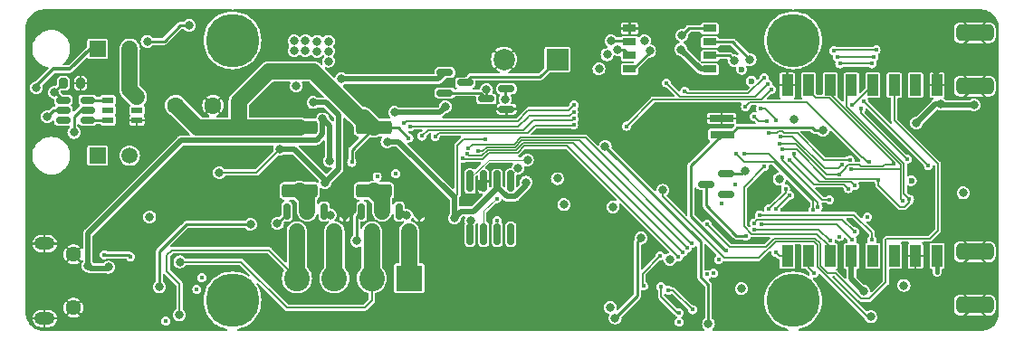
<source format=gbr>
%TF.GenerationSoftware,KiCad,Pcbnew,7.0.7*%
%TF.CreationDate,2023-11-07T13:11:27+11:00*%
%TF.ProjectId,Strelka_Flight_Computer,53747265-6c6b-4615-9f46-6c696768745f,2*%
%TF.SameCoordinates,Original*%
%TF.FileFunction,Copper,L4,Bot*%
%TF.FilePolarity,Positive*%
%FSLAX46Y46*%
G04 Gerber Fmt 4.6, Leading zero omitted, Abs format (unit mm)*
G04 Created by KiCad (PCBNEW 7.0.7) date 2023-11-07 13:11:27*
%MOMM*%
%LPD*%
G01*
G04 APERTURE LIST*
G04 Aperture macros list*
%AMRoundRect*
0 Rectangle with rounded corners*
0 $1 Rounding radius*
0 $2 $3 $4 $5 $6 $7 $8 $9 X,Y pos of 4 corners*
0 Add a 4 corners polygon primitive as box body*
4,1,4,$2,$3,$4,$5,$6,$7,$8,$9,$2,$3,0*
0 Add four circle primitives for the rounded corners*
1,1,$1+$1,$2,$3*
1,1,$1+$1,$4,$5*
1,1,$1+$1,$6,$7*
1,1,$1+$1,$8,$9*
0 Add four rect primitives between the rounded corners*
20,1,$1+$1,$2,$3,$4,$5,0*
20,1,$1+$1,$4,$5,$6,$7,0*
20,1,$1+$1,$6,$7,$8,$9,0*
20,1,$1+$1,$8,$9,$2,$3,0*%
G04 Aperture macros list end*
%TA.AperFunction,ComponentPad*%
%ADD10C,5.000000*%
%TD*%
%TA.AperFunction,ComponentPad*%
%ADD11R,1.520000X1.520000*%
%TD*%
%TA.AperFunction,ComponentPad*%
%ADD12C,1.520000*%
%TD*%
%TA.AperFunction,ComponentPad*%
%ADD13R,2.000000X2.000000*%
%TD*%
%TA.AperFunction,ComponentPad*%
%ADD14C,2.000000*%
%TD*%
%TA.AperFunction,ComponentPad*%
%ADD15C,1.600000*%
%TD*%
%TA.AperFunction,ComponentPad*%
%ADD16O,1.900000X1.200000*%
%TD*%
%TA.AperFunction,ComponentPad*%
%ADD17C,1.450000*%
%TD*%
%TA.AperFunction,SMDPad,CuDef*%
%ADD18RoundRect,0.381000X1.369000X0.381000X-1.369000X0.381000X-1.369000X-0.381000X1.369000X-0.381000X0*%
%TD*%
%TA.AperFunction,ComponentPad*%
%ADD19R,2.400000X2.400000*%
%TD*%
%TA.AperFunction,ComponentPad*%
%ADD20C,2.400000*%
%TD*%
%TA.AperFunction,SMDPad,CuDef*%
%ADD21RoundRect,0.200000X-0.200000X-0.275000X0.200000X-0.275000X0.200000X0.275000X-0.200000X0.275000X0*%
%TD*%
%TA.AperFunction,SMDPad,CuDef*%
%ADD22RoundRect,0.250000X-1.425000X0.362500X-1.425000X-0.362500X1.425000X-0.362500X1.425000X0.362500X0*%
%TD*%
%TA.AperFunction,SMDPad,CuDef*%
%ADD23R,1.000000X2.000000*%
%TD*%
%TA.AperFunction,SMDPad,CuDef*%
%ADD24R,1.003300X0.558800*%
%TD*%
%TA.AperFunction,SMDPad,CuDef*%
%ADD25RoundRect,0.150000X-0.587500X-0.150000X0.587500X-0.150000X0.587500X0.150000X-0.587500X0.150000X0*%
%TD*%
%TA.AperFunction,SMDPad,CuDef*%
%ADD26RoundRect,0.150000X-0.150000X0.587500X-0.150000X-0.587500X0.150000X-0.587500X0.150000X0.587500X0*%
%TD*%
%TA.AperFunction,SMDPad,CuDef*%
%ADD27RoundRect,0.150000X0.587500X0.150000X-0.587500X0.150000X-0.587500X-0.150000X0.587500X-0.150000X0*%
%TD*%
%TA.AperFunction,SMDPad,CuDef*%
%ADD28R,2.200000X0.650000*%
%TD*%
%TA.AperFunction,SMDPad,CuDef*%
%ADD29R,2.300000X0.650000*%
%TD*%
%TA.AperFunction,SMDPad,CuDef*%
%ADD30R,1.250000X0.650000*%
%TD*%
%TA.AperFunction,SMDPad,CuDef*%
%ADD31RoundRect,0.150000X-0.150000X0.825000X-0.150000X-0.825000X0.150000X-0.825000X0.150000X0.825000X0*%
%TD*%
%TA.AperFunction,SMDPad,CuDef*%
%ADD32RoundRect,0.150000X0.512500X0.150000X-0.512500X0.150000X-0.512500X-0.150000X0.512500X-0.150000X0*%
%TD*%
%TA.AperFunction,ViaPad*%
%ADD33C,0.450000*%
%TD*%
%TA.AperFunction,ViaPad*%
%ADD34C,0.800000*%
%TD*%
%TA.AperFunction,ViaPad*%
%ADD35C,0.600000*%
%TD*%
%TA.AperFunction,Conductor*%
%ADD36C,0.200000*%
%TD*%
%TA.AperFunction,Conductor*%
%ADD37C,0.250000*%
%TD*%
%TA.AperFunction,Conductor*%
%ADD38C,0.116800*%
%TD*%
%TA.AperFunction,Conductor*%
%ADD39C,0.150000*%
%TD*%
%TA.AperFunction,Conductor*%
%ADD40C,0.500000*%
%TD*%
%TA.AperFunction,Conductor*%
%ADD41C,0.445008*%
%TD*%
%TA.AperFunction,Conductor*%
%ADD42C,1.250000*%
%TD*%
%TA.AperFunction,Conductor*%
%ADD43C,1.350000*%
%TD*%
%TA.AperFunction,Conductor*%
%ADD44C,1.500000*%
%TD*%
%TA.AperFunction,Conductor*%
%ADD45C,0.300000*%
%TD*%
%TA.AperFunction,Conductor*%
%ADD46C,0.267200*%
%TD*%
G04 APERTURE END LIST*
D10*
%TO.P,H1,1*%
%TO.N,N/C*%
X170059602Y-75565795D03*
%TD*%
D11*
%TO.P,J7,1,Pin_1*%
%TO.N,+BATT*%
X105000000Y-52000000D03*
D12*
%TO.P,J7,2,Pin_2*%
%TO.N,-BATT*%
X108000000Y-52000000D03*
%TD*%
D10*
%TO.P,H3,1*%
%TO.N,N/C*%
X117609602Y-75565795D03*
%TD*%
D13*
%TO.P,BZ3,1,-*%
%TO.N,Net-(BZ3--)*%
X148000000Y-53000000D03*
D14*
%TO.P,BZ3,2,+*%
%TO.N,GND*%
X143000000Y-53000000D03*
%TD*%
D15*
%TO.P,C41,1*%
%TO.N,VDC*%
X112300000Y-57300000D03*
%TO.P,C41,2*%
%TO.N,GND*%
X115800000Y-57300000D03*
%TD*%
D10*
%TO.P,H2,1*%
%TO.N,N/C*%
X117609602Y-51210595D03*
%TD*%
%TO.P,H4,1*%
%TO.N,N/C*%
X170059602Y-51210595D03*
%TD*%
D16*
%TO.P,J6,6,Shield*%
%TO.N,GND*%
X100050000Y-70250000D03*
D17*
X102750000Y-71250000D03*
X102750000Y-76250000D03*
D16*
X100050000Y-77250000D03*
%TD*%
D18*
%TO.P,AE2,2,Shield*%
%TO.N,GND*%
X187028000Y-55500000D03*
X187028000Y-50500000D03*
%TD*%
D19*
%TO.P,J3,1,Pin_1*%
%TO.N,/Actuators/M-*%
X134150000Y-73500000D03*
D20*
%TO.P,J3,2,Pin_2*%
%TO.N,/Actuators/M+*%
X130650000Y-73500000D03*
%TO.P,J3,3,Pin_3*%
%TO.N,/Actuators/D-*%
X127150000Y-73500000D03*
%TO.P,J3,4,Pin_4*%
%TO.N,/Actuators/D+*%
X123650000Y-73500000D03*
%TD*%
D18*
%TO.P,AE1,2,Shield*%
%TO.N,GND*%
X187028000Y-76000000D03*
X187028000Y-71000000D03*
%TD*%
D11*
%TO.P,SW1,1*%
%TO.N,/Power/SW_IN*%
X105000000Y-62000000D03*
D12*
%TO.P,SW1,2*%
%TO.N,VDC*%
X108000000Y-62000000D03*
%TD*%
D21*
%TO.P,R1,1*%
%TO.N,-BATT*%
X101786582Y-55210000D03*
%TO.P,R1,2*%
%TO.N,GND*%
X103436582Y-55210000D03*
%TD*%
D22*
%TO.P,R27,1*%
%TO.N,VDC*%
X123900000Y-59375000D03*
%TO.P,R27,2*%
%TO.N,/Actuators/Ematch_Drogue1/em+*%
X123900000Y-65300000D03*
%TD*%
D23*
%TO.P,U4,1,GND*%
%TO.N,GND*%
X169500000Y-55395695D03*
%TO.P,U4,2,MISO*%
%TO.N,/915MHz_Radio/SPI_MISO*%
X171500000Y-55395695D03*
%TO.P,U4,3,MOSI*%
%TO.N,/915MHz_Radio/SPI_MOSI*%
X173500000Y-55395695D03*
%TO.P,U4,4,SCK*%
%TO.N,/915MHz_Radio/SPI_CLK*%
X175500000Y-55395695D03*
%TO.P,U4,5,NSS*%
%TO.N,/915MHz_Radio/CS_RF*%
X177500000Y-55395695D03*
%TO.P,U4,6,RESET*%
%TO.N,/915MHz_Radio/RESET_RF*%
X179500000Y-55395695D03*
%TO.P,U4,7,DIO5*%
%TO.N,/915MHz_Radio/IO5_RF*%
X181500000Y-55395695D03*
%TO.P,U4,8,GND*%
%TO.N,GND*%
X183500000Y-55395695D03*
%TO.P,U4,9,ANT*%
%TO.N,/915MHz_Radio/LoRa_Sig*%
X183500000Y-71395695D03*
%TO.P,U4,10,GND*%
%TO.N,GND*%
X181500000Y-71395695D03*
%TO.P,U4,11,DIO3*%
%TO.N,/915MHz_Radio/IO3_RF*%
X179500000Y-71395695D03*
%TO.P,U4,12,DIO4*%
%TO.N,/915MHz_Radio/IO4_RF*%
X177500000Y-71395695D03*
%TO.P,U4,13,3.3V*%
%TO.N,+3.3V*%
X175500000Y-71395695D03*
%TO.P,U4,14,DIO0*%
%TO.N,/915MHz_Radio/IO0_RF*%
X173500000Y-71395695D03*
%TO.P,U4,15,DIO1*%
%TO.N,/915MHz_Radio/IO1_RF*%
X171500000Y-71395695D03*
%TO.P,U4,16,DIO2*%
%TO.N,/915MHz_Radio/IO2_RF*%
X169500000Y-71395695D03*
%TD*%
D24*
%TO.P,MOSFET1,1,S1*%
%TO.N,-BATT*%
X108684132Y-56809999D03*
%TO.P,MOSFET1,2,D1/D2*%
%TO.N,unconnected-(MOSFET1-D1{slash}D2-Pad2)*%
X108684132Y-57760000D03*
%TO.P,MOSFET1,3,S2*%
%TO.N,GND*%
X108684132Y-58710001D03*
%TO.P,MOSFET1,4,G2*%
%TO.N,Net-(MOSFET1-G2)*%
X105979032Y-58710001D03*
%TO.P,MOSFET1,5,D1/D2*%
%TO.N,unconnected-(MOSFET1-D1{slash}D2-Pad5)*%
X105979032Y-57760000D03*
%TO.P,MOSFET1,6,G1*%
%TO.N,Net-(MOSFET1-G1)*%
X105979032Y-56809999D03*
%TD*%
D25*
%TO.P,Q17,1,G*%
%TO.N,Net-(Q16-D)*%
X137487500Y-56125000D03*
%TO.P,Q17,2,S*%
%TO.N,+5V*%
X137487500Y-54225000D03*
%TO.P,Q17,3,D*%
%TO.N,Net-(BZ3--)*%
X139362500Y-55175000D03*
%TD*%
D26*
%TO.P,Q10,1,G*%
%TO.N,Net-(Q10-G)*%
X133200000Y-67225000D03*
%TO.P,Q10,2,S*%
%TO.N,GND*%
X135100000Y-67225000D03*
%TO.P,Q10,3,D*%
%TO.N,/Actuators/M-*%
X134150000Y-69100000D03*
%TD*%
D27*
%TO.P,D11,1*%
%TO.N,+3.3V*%
X163771582Y-63730000D03*
%TO.P,D11,2*%
%TO.N,unconnected-(D11-Pad2)*%
X163771582Y-65630000D03*
%TO.P,D11,3*%
%TO.N,Net-(D11-Pad3)*%
X161896582Y-64680000D03*
%TD*%
D26*
%TO.P,Q5,1,G*%
%TO.N,Net-(Q5-G)*%
X126200000Y-67225000D03*
%TO.P,Q5,2,S*%
%TO.N,GND*%
X128100000Y-67225000D03*
%TO.P,Q5,3,D*%
%TO.N,/Actuators/D-*%
X127150000Y-69100000D03*
%TD*%
D28*
%TO.P,BT2,+,r~*%
%TO.N,/Sensors/MAX-M10S-00B/V_BKCP*%
X163401582Y-60010000D03*
D29*
%TO.P,BT2,-*%
%TO.N,GND*%
X163351582Y-58510000D03*
%TD*%
D30*
%TO.P,IC1,1,SD2\u002C_I/O_PIN*%
%TO.N,/Data_Logging/SD2*%
X154750000Y-53905000D03*
%TO.P,IC1,2,SD3\u002C_I/O_PIN*%
%TO.N,/Data_Logging/SD3*%
X154750000Y-52635000D03*
%TO.P,IC1,3,CLK\u002C_CLOCK_SIGNAL*%
%TO.N,/Data_Logging/CLK*%
X154750000Y-51365000D03*
%TO.P,IC1,4,VSS\u002C_GROUND*%
%TO.N,GND*%
X154750000Y-50095000D03*
%TO.P,IC1,5,CMD\u002C_COMMAND_SIGNAL*%
%TO.N,/Data_Logging/CMD*%
X162250000Y-50095000D03*
%TO.P,IC1,6,SD0\u002C_I/O_PIN*%
%TO.N,/Data_Logging/SD0*%
X162250000Y-51365000D03*
%TO.P,IC1,7,SD1\u002C_I/O_PIN*%
%TO.N,/Data_Logging/SD1*%
X162250000Y-52635000D03*
%TO.P,IC1,8,VDD\u002C_POWER_SUPPLY*%
%TO.N,+3.3V*%
X162250000Y-53905000D03*
%TD*%
D22*
%TO.P,R47,1*%
%TO.N,VDC*%
X130850000Y-59375000D03*
%TO.P,R47,2*%
%TO.N,/Actuators/Ematch_Main/em+*%
X130850000Y-65300000D03*
%TD*%
D31*
%TO.P,U5,1,TXD*%
%TO.N,/Data_Interfaces/CAN_TXD*%
X139845000Y-64400000D03*
%TO.P,U5,2,VSS*%
%TO.N,GND*%
X141115000Y-64400000D03*
%TO.P,U5,3,VDD*%
%TO.N,+5V*%
X142385000Y-64400000D03*
%TO.P,U5,4,RXD*%
%TO.N,/Data_Interfaces/CAN_RXD*%
X143655000Y-64400000D03*
%TO.P,U5,5,Vref*%
%TO.N,unconnected-(U5-Vref-Pad5)*%
X143655000Y-69350000D03*
%TO.P,U5,6,CANL*%
%TO.N,/Data_Interfaces/CANL*%
X142385000Y-69350000D03*
%TO.P,U5,7,CANH*%
%TO.N,/Data_Interfaces/CANH*%
X141115000Y-69350000D03*
%TO.P,U5,8,Rs*%
%TO.N,Net-(U5-Rs)*%
X139845000Y-69350000D03*
%TD*%
D26*
%TO.P,Q9,1,G*%
%TO.N,Net-(Q11-C)*%
X129700000Y-67225000D03*
%TO.P,Q9,2,S*%
%TO.N,/Actuators/Ematch_Main/em+*%
X131600000Y-67225000D03*
%TO.P,Q9,3,D*%
%TO.N,/Actuators/M+*%
X130650000Y-69100000D03*
%TD*%
D32*
%TO.P,U2,1,DO*%
%TO.N,Net-(MOSFET1-G1)*%
X104069082Y-56800000D03*
%TO.P,U2,2,VM*%
%TO.N,Net-(U2-VM)*%
X104069082Y-57750000D03*
%TO.P,U2,3,CO*%
%TO.N,Net-(MOSFET1-G2)*%
X104069082Y-58700000D03*
%TO.P,U2,4,NC*%
%TO.N,unconnected-(U2-NC-Pad4)*%
X101794082Y-58700000D03*
%TO.P,U2,5,VDD*%
%TO.N,Net-(U2-VDD)*%
X101794082Y-57750000D03*
%TO.P,U2,6,VSS*%
%TO.N,-BATT*%
X101794082Y-56800000D03*
%TD*%
D26*
%TO.P,Q4,1,G*%
%TO.N,Net-(Q4-G)*%
X122700000Y-67225000D03*
%TO.P,Q4,2,S*%
%TO.N,/Actuators/Ematch_Drogue1/em+*%
X124600000Y-67225000D03*
%TO.P,Q4,3,D*%
%TO.N,/Actuators/D+*%
X123650000Y-69100000D03*
%TD*%
D27*
%TO.P,Q16,1,G*%
%TO.N,Net-(Q16-G)*%
X143250000Y-55750000D03*
%TO.P,Q16,2,S*%
%TO.N,GND*%
X143250000Y-57650000D03*
%TO.P,Q16,3,D*%
%TO.N,Net-(Q16-D)*%
X141375000Y-56700000D03*
%TD*%
D33*
%TO.N,GND*%
X144379500Y-69050000D03*
D34*
X140747700Y-64900000D03*
%TO.N,/Data_Interfaces/CAN_TXD*%
X145200000Y-62400000D03*
%TO.N,/Data_Interfaces/CAN_RXD*%
X144300000Y-63200000D03*
%TO.N,+5V*%
X145075000Y-64500000D03*
D33*
%TO.N,/Data_Interfaces/CANH*%
X142327603Y-66020811D03*
%TO.N,/Data_Interfaces/CANL*%
X142350000Y-68100000D03*
%TO.N,/915MHz_Radio/LoRa_Sig*%
X183500000Y-72900000D03*
D34*
%TO.N,GND*%
X140781582Y-76525000D03*
X135330582Y-65378765D03*
X137950000Y-61749988D03*
X180600000Y-52400000D03*
X113400000Y-64700000D03*
D33*
X161298089Y-74101911D03*
D34*
X181400000Y-73150000D03*
X172916082Y-60790000D03*
X117500000Y-67500000D03*
X135000000Y-77500000D03*
X127500000Y-77500000D03*
X142031582Y-76525000D03*
X154450000Y-60975000D03*
X159675000Y-60975000D03*
X140156582Y-57775000D03*
X185900000Y-64300000D03*
X184050000Y-76850000D03*
X185050000Y-77700000D03*
X182500000Y-73150000D03*
X160800000Y-51000000D03*
X140000000Y-52500000D03*
X102500000Y-50000000D03*
X150000000Y-55000000D03*
X185556582Y-69050000D03*
X184600000Y-56400000D03*
X187600000Y-61650000D03*
X140225000Y-71600000D03*
X187600000Y-60200000D03*
X187400000Y-49000000D03*
D33*
X167975000Y-71550000D03*
D34*
X184600000Y-55400000D03*
X126956582Y-49150000D03*
X130850000Y-53875000D03*
X165000000Y-50000000D03*
X135100000Y-66400000D03*
X142500000Y-50000000D03*
X128150000Y-65175000D03*
X146200000Y-72400000D03*
X128156582Y-49175000D03*
X183400000Y-54000000D03*
X183400000Y-52000000D03*
X187706582Y-69050000D03*
X124600000Y-56200000D03*
X133731582Y-65125000D03*
X150806582Y-69100000D03*
X137500000Y-50000000D03*
X125700000Y-62475000D03*
X124631582Y-49425000D03*
X132356582Y-50125000D03*
X139506582Y-76525000D03*
X108931582Y-73825000D03*
X132500000Y-77500000D03*
X157050000Y-60975000D03*
D33*
X177400000Y-64674999D03*
D34*
X181986177Y-67351547D03*
X150000000Y-52500000D03*
X151200000Y-73800000D03*
X181200000Y-53400000D03*
X182270431Y-53860654D03*
X184050000Y-74600000D03*
X143231582Y-76525000D03*
X172825000Y-77750000D03*
X135000000Y-50000000D03*
X180000000Y-77500000D03*
X187700000Y-77700000D03*
D33*
X176200008Y-66399992D03*
D34*
X123631582Y-49500000D03*
X184050000Y-75700000D03*
X144431582Y-76525000D03*
X122500000Y-77500000D03*
X130000000Y-77500000D03*
X112500000Y-67500000D03*
X115000000Y-67500000D03*
D33*
X166525000Y-69925000D03*
D34*
X166720601Y-76584001D03*
X158951988Y-54908569D03*
X178081582Y-68075000D03*
X187600000Y-66000000D03*
X159675000Y-58925000D03*
X128121509Y-64372030D03*
D33*
X174456582Y-71125000D03*
D34*
X131381582Y-50125000D03*
X186300000Y-77700000D03*
X111000000Y-64700000D03*
X157050000Y-58925000D03*
X157800000Y-53000000D03*
X187600000Y-64550000D03*
D33*
X158500000Y-73100000D03*
D35*
X173275000Y-65425000D03*
D34*
X121177497Y-55901442D03*
X144800000Y-73200000D03*
X183050000Y-74050000D03*
D33*
X170400000Y-65800000D03*
D34*
X133306582Y-50125000D03*
D33*
X174424502Y-72270698D03*
D34*
X168097683Y-63406873D03*
X187600000Y-63100000D03*
X153206582Y-71325000D03*
X186631582Y-69050000D03*
X125000000Y-77500000D03*
X125606582Y-49300000D03*
D33*
%TO.N,VDC*%
X128775000Y-62625000D03*
X134100000Y-60350000D03*
D34*
X110800000Y-74300000D03*
X119300000Y-68450000D03*
%TO.N,+5VA*%
X126250000Y-64550000D03*
X116400000Y-63600000D03*
X122025000Y-61424500D03*
X125154468Y-57032209D03*
%TO.N,-BATT*%
X100981582Y-56090000D03*
%TO.N,+5V*%
X132075000Y-60700000D03*
X127800000Y-54825000D03*
D33*
X141282619Y-60450000D03*
D34*
X138375000Y-67850000D03*
%TO.N,+3.3V*%
X180406582Y-74150000D03*
X125525000Y-51300000D03*
X109875000Y-67750000D03*
D35*
X166120135Y-55025977D03*
D34*
X165211716Y-74455134D03*
X176664798Y-74710202D03*
X186950000Y-57275000D03*
X148000000Y-64150000D03*
X126600000Y-53150000D03*
X152650000Y-52550000D03*
X183825000Y-57175000D03*
X124450000Y-51275000D03*
D33*
X174381582Y-69575000D03*
D34*
X152943733Y-76225000D03*
X185950000Y-65500000D03*
X153200000Y-66800000D03*
X156150000Y-51250000D03*
X165541582Y-63400000D03*
X123375000Y-52200000D03*
X125525000Y-52225000D03*
X126600000Y-51300000D03*
X159550000Y-52050000D03*
X181575000Y-58950000D03*
X158525000Y-71725000D03*
X168750000Y-64200000D03*
X124450000Y-52200000D03*
X170103378Y-58596641D03*
D33*
X177020000Y-67725000D03*
D35*
X165225000Y-53925000D03*
D34*
X151891332Y-53885405D03*
D35*
X181100000Y-64350000D03*
D34*
X148600000Y-66600000D03*
X126600000Y-52225000D03*
X123575000Y-55475000D03*
X123375000Y-51275000D03*
%TO.N,/STM32H743/NRST*%
X157850000Y-65250000D03*
X177300000Y-77100000D03*
%TO.N,VBUS*%
X126062062Y-58563438D03*
X104100000Y-72325000D03*
X126699157Y-62501294D03*
X106025000Y-72450000D03*
%TO.N,+BATT*%
X99281582Y-55640000D03*
%TO.N,Net-(D1-A)*%
X113575000Y-49825000D03*
X109650000Y-51300000D03*
%TO.N,/Sensors/MAX-M10S-00B/V_BKCP*%
X172819605Y-59633961D03*
D33*
X163744681Y-70913984D03*
D34*
%TO.N,+5VD*%
X132775000Y-57950000D03*
X137525000Y-57425000D03*
D33*
%TO.N,/Data_Interfaces/USB_D+*%
X105625000Y-71275000D03*
X108075000Y-71474500D03*
%TO.N,/915MHz_Radio/SPI_MISO*%
X179450000Y-62800000D03*
X168743075Y-60886149D03*
X174400000Y-63750000D03*
%TO.N,/915MHz_Radio/SPI_MOSI*%
X175424878Y-63275000D03*
X168848998Y-60203059D03*
X180325000Y-66250000D03*
X174600000Y-62875000D03*
%TO.N,/915MHz_Radio/SPI_CLK*%
X180925000Y-66100000D03*
X169000000Y-61400000D03*
X178038161Y-64303141D03*
%TO.N,/915MHz_Radio/CS_RF*%
X175550000Y-57225000D03*
%TO.N,/915MHz_Radio/RESET_RF*%
X162000000Y-68400000D03*
%TO.N,/915MHz_Radio/IO0_RF*%
X167367191Y-63023453D03*
%TO.N,/915MHz_Radio/IO1_RF*%
X164600000Y-64700000D03*
X172000000Y-73000000D03*
%TO.N,/915MHz_Radio/IO2_RF*%
X168420964Y-71077803D03*
X163400000Y-66500000D03*
%TO.N,Net-(D11-Pad3)*%
X165631582Y-69520000D03*
%TO.N,/Power/BATT_VOLT*%
X161971640Y-73125960D03*
X111381582Y-77500000D03*
D34*
%TO.N,Net-(Q4-G)*%
X121825000Y-68350000D03*
D33*
X132900000Y-63700000D03*
D34*
%TO.N,Net-(Q5-G)*%
X126750000Y-67550000D03*
D33*
%TO.N,/STM32H743/I2C2_SDA*%
X168450000Y-67000000D03*
X169700000Y-65750000D03*
%TO.N,/STM32H743/I2C2_SCL*%
X167750000Y-67000000D03*
X169337500Y-65112500D03*
D34*
%TO.N,/Data_Logging/SD0*%
X166021582Y-53010000D03*
%TO.N,Net-(Q11-C)*%
X129245221Y-69992301D03*
%TO.N,/Data_Logging/SD1*%
X164541582Y-53090000D03*
%TO.N,/Data_Logging/SD2*%
X156627794Y-52203325D03*
%TO.N,Net-(Q10-G)*%
X133875000Y-67575000D03*
%TO.N,/Data_Logging/SD3*%
X153661084Y-52077029D03*
%TO.N,/Data_Logging/CLK*%
X153009431Y-51269988D03*
D33*
%TO.N,/STM32H743/SWDIO*%
X173825000Y-52150000D03*
X167343075Y-54686149D03*
X159925000Y-55975000D03*
X177800000Y-52100000D03*
D34*
%TO.N,/Data_Logging/CMD*%
X159650000Y-50750000D03*
D33*
%TO.N,/STM32H743/SWCLK*%
X167693760Y-55293770D03*
X177600014Y-52800000D03*
X174200000Y-52800000D03*
X158177367Y-55192457D03*
%TO.N,/STM32H743/SWO*%
X177400000Y-53400000D03*
X174408635Y-53400000D03*
X154450000Y-59250000D03*
X168000000Y-55800000D03*
%TO.N,/Actuators/DROGUE_L*%
X134249218Y-59278524D03*
X149525000Y-57900000D03*
X131150500Y-63975000D03*
%TO.N,/Actuators/DROGUE_CONT*%
X114281582Y-74524502D03*
X162625596Y-73007573D03*
%TO.N,/Actuators/DROGUE_H*%
X133675000Y-58975000D03*
X149550000Y-57250000D03*
D34*
%TO.N,Net-(U2-VM)*%
X102791582Y-59830000D03*
D33*
%TO.N,/Actuators/MAIN_L*%
X136575000Y-60225000D03*
X149525000Y-59125000D03*
%TO.N,/Actuators/MAIN_CONT*%
X114734623Y-73453041D03*
X163075000Y-71750000D03*
X159400000Y-77600000D03*
%TO.N,/Actuators/MAIN_H*%
X149550000Y-58550000D03*
X135350000Y-60175000D03*
D34*
%TO.N,Net-(U5-Rs)*%
X139914772Y-68074500D03*
D33*
%TO.N,/Actuators/EXT_SPI_MISO*%
X160149566Y-70651251D03*
X140541582Y-61575000D03*
%TO.N,/Actuators/EXT_SPI_MOSI*%
X139664516Y-61318959D03*
X160600000Y-70200000D03*
%TO.N,/Actuators/EXT_SPI_SCK*%
X139588578Y-61863189D03*
X159700000Y-71050000D03*
%TO.N,/Actuators/EXT_SPI_CS*%
X139175000Y-62225000D03*
X159317993Y-71499239D03*
D34*
%TO.N,Net-(Q16-G)*%
X143125000Y-56725000D03*
%TO.N,Net-(Q16-D)*%
X141375000Y-55825000D03*
%TO.N,/STM32H743/INDICATOR_LED*%
X153400000Y-77200000D03*
X155819093Y-69724417D03*
%TO.N,/STM32H743/BOOT0*%
X162125000Y-77775000D03*
X152475000Y-61150000D03*
D33*
%TO.N,/STM32H743/USART2_TX*%
X157700000Y-74300000D03*
X159400000Y-76700000D03*
%TO.N,/STM32H743/USART2_RX*%
X160642510Y-76425500D03*
X158400000Y-74600000D03*
%TO.N,/STM32H743/SPI2_NSS1*%
X167750000Y-59900000D03*
X175350000Y-62399500D03*
%TO.N,/STM32H743/SPI2_NSS2*%
X172375215Y-66837118D03*
X165500000Y-61800000D03*
%TO.N,/STM32H743/SPI2_NSS3*%
X164700000Y-61850000D03*
X171901773Y-67116054D03*
%TO.N,/STM32H743/SPI2_NSS4*%
X170150000Y-61850000D03*
X175800000Y-64800000D03*
%TO.N,/STM32H743/EXTI6*%
X177200000Y-62600000D03*
X165600000Y-57400000D03*
%TO.N,/STM32H743/EXTI7*%
X176650000Y-56925000D03*
X182700000Y-62950000D03*
%TO.N,/STM32H743/EXTI13*%
X166400000Y-58335610D03*
X173435565Y-66131486D03*
X167625791Y-58800500D03*
X169000000Y-62200000D03*
%TO.N,/STM32H743/EXTI14*%
X167000000Y-57600000D03*
X175200000Y-65100000D03*
X169750018Y-62400000D03*
X168451000Y-58717457D03*
%TO.N,/STM32H743/SPI4_NSS*%
X173500000Y-69950000D03*
X166384897Y-68900001D03*
%TO.N,/STM32H743/SPI4_SCK*%
X175800567Y-69149500D03*
X166387429Y-68312571D03*
%TO.N,/STM32H743/SPI4_MISO*%
X175550000Y-69900000D03*
X167125000Y-68450000D03*
%TO.N,/STM32H743/SPI4_MOSI*%
X177400000Y-69900000D03*
X166900000Y-67550000D03*
%TO.N,/STM32H743/GPS_RST*%
X156055852Y-74200000D03*
X157625000Y-71375000D03*
D34*
%TO.N,Net-(U2-VDD)*%
X100306582Y-58350000D03*
D33*
%TO.N,/STM32H743/EXTI15*%
X180700000Y-62350000D03*
X176399974Y-57594618D03*
D34*
%TO.N,/Actuators/M+*%
X112700000Y-71950000D03*
%TO.N,/Actuators/D+*%
X112650000Y-76925000D03*
%TD*%
D36*
%TO.N,+5V*%
X141282619Y-60450000D02*
X139250000Y-60450000D01*
X139250000Y-60450000D02*
X138650000Y-61050000D01*
X138650000Y-61050000D02*
X138650000Y-65650000D01*
X138650000Y-65650000D02*
X138375000Y-65925000D01*
D37*
%TO.N,Net-(Q11-C)*%
X129700000Y-67225000D02*
X129245221Y-67679779D01*
X129245221Y-67679779D02*
X129245221Y-69992301D01*
D38*
%TO.N,/Data_Interfaces/CAN_TXD*%
X139845000Y-64400000D02*
X139845000Y-64112910D01*
X139845000Y-64112910D02*
X141557910Y-62400000D01*
X141557910Y-62400000D02*
X145200000Y-62400000D01*
%TO.N,/Data_Interfaces/CAN_RXD*%
X143655000Y-63845000D02*
X144300000Y-63200000D01*
X143655000Y-64400000D02*
X143655000Y-63845000D01*
D39*
%TO.N,/Actuators/EXT_SPI_MOSI*%
X160475000Y-70200000D02*
X160600000Y-70200000D01*
X150616154Y-60341154D02*
X160475000Y-70200000D01*
X144570971Y-60341154D02*
X150616154Y-60341154D01*
X143962127Y-60949998D02*
X144570971Y-60341154D01*
X140033477Y-60949998D02*
X143962127Y-60949998D01*
X139664516Y-61318959D02*
X140033477Y-60949998D01*
%TO.N,/Actuators/EXT_SPI_MISO*%
X141395455Y-61200000D02*
X141020455Y-61575000D01*
X144674524Y-60591154D02*
X144065679Y-61200000D01*
X150089469Y-60591154D02*
X144674524Y-60591154D01*
%TO.N,/Actuators/EXT_SPI_SCK*%
X139735787Y-62010398D02*
X139588578Y-61863189D01*
%TO.N,/Actuators/EXT_SPI_MISO*%
X160149566Y-70651251D02*
X150089469Y-60591154D01*
%TO.N,/Actuators/EXT_SPI_SCK*%
X144778078Y-60841154D02*
X144169232Y-61450000D01*
X159700000Y-71050000D02*
X149491154Y-60841154D01*
%TO.N,/Actuators/EXT_SPI_CS*%
X148909908Y-61091154D02*
X159317993Y-71499239D01*
X141602563Y-61700000D02*
X144272786Y-61700000D01*
X144272786Y-61700000D02*
X144881632Y-61091154D01*
X141002563Y-62300000D02*
X141602563Y-61700000D01*
X139250000Y-62300000D02*
X141002563Y-62300000D01*
X139175000Y-62225000D02*
X139250000Y-62300000D01*
%TO.N,/Actuators/EXT_SPI_SCK*%
X140938612Y-62010398D02*
X139735787Y-62010398D01*
%TO.N,/Actuators/EXT_SPI_MISO*%
X141020455Y-61575000D02*
X140541582Y-61575000D01*
%TO.N,/Actuators/EXT_SPI_SCK*%
X149491154Y-60841154D02*
X144778078Y-60841154D01*
%TO.N,/Actuators/EXT_SPI_CS*%
X144881632Y-61091154D02*
X148909908Y-61091154D01*
%TO.N,/Actuators/EXT_SPI_MISO*%
X144065679Y-61200000D02*
X141395455Y-61200000D01*
%TO.N,/Actuators/EXT_SPI_SCK*%
X144169232Y-61450000D02*
X141499009Y-61450000D01*
X141499009Y-61450000D02*
X140938612Y-62010398D01*
D40*
%TO.N,+5V*%
X145075000Y-64803528D02*
X145075000Y-64500000D01*
X144053528Y-65825000D02*
X145075000Y-64803528D01*
X143256472Y-65825000D02*
X144053528Y-65825000D01*
X142385000Y-64953528D02*
X143256472Y-65825000D01*
X142385000Y-64400000D02*
X142385000Y-64953528D01*
D38*
%TO.N,/Data_Interfaces/CANH*%
X142279189Y-66020811D02*
X142327603Y-66020811D01*
X141115000Y-67185000D02*
X142279189Y-66020811D01*
X141115000Y-69350000D02*
X141115000Y-67185000D01*
%TO.N,/Data_Interfaces/CANL*%
X142385000Y-68135000D02*
X142350000Y-68100000D01*
X142385000Y-69350000D02*
X142385000Y-68135000D01*
D41*
%TO.N,/915MHz_Radio/LoRa_Sig*%
X183500000Y-72900000D02*
X183500000Y-71395695D01*
D42*
%TO.N,GND*%
X135100000Y-65609347D02*
X135330582Y-65378765D01*
X135100000Y-66400000D02*
X135100000Y-65609347D01*
D43*
X128100000Y-65225000D02*
X128150000Y-65175000D01*
X128100000Y-65125000D02*
X128100000Y-64300000D01*
X128100000Y-67225000D02*
X128100000Y-65225000D01*
D37*
X128121509Y-64321509D02*
X128121509Y-64372030D01*
D43*
X128150000Y-65175000D02*
X128100000Y-65125000D01*
D37*
X128100000Y-64300000D02*
X128121509Y-64321509D01*
D42*
X135100000Y-67225000D02*
X135100000Y-66400000D01*
D44*
%TO.N,VDC*%
X129875000Y-58400000D02*
X130850000Y-59375000D01*
X129465811Y-58400000D02*
X125190811Y-54125000D01*
D37*
X110800000Y-74300000D02*
X110800000Y-70950000D01*
X113300000Y-68450000D02*
X119300000Y-68450000D01*
X133125000Y-59375000D02*
X134100000Y-60350000D01*
D44*
X114375000Y-59375000D02*
X112300000Y-57300000D01*
X121000000Y-54125000D02*
X118200000Y-56925000D01*
D37*
X128775000Y-61450000D02*
X128775000Y-62625000D01*
X130850000Y-59375000D02*
X128775000Y-61450000D01*
D44*
X123900000Y-59375000D02*
X118200000Y-59375000D01*
D37*
X110800000Y-70950000D02*
X112725000Y-69025000D01*
X130850000Y-59375000D02*
X133125000Y-59375000D01*
D44*
X125190811Y-54125000D02*
X121000000Y-54125000D01*
X129465811Y-58400000D02*
X129875000Y-58400000D01*
X118200000Y-59375000D02*
X114375000Y-59375000D01*
X118200000Y-56925000D02*
X118200000Y-59375000D01*
D37*
X112725000Y-69025000D02*
X113300000Y-68450000D01*
D40*
%TO.N,+5VA*%
X123424500Y-61424500D02*
X122025000Y-61424500D01*
X126250000Y-64550000D02*
X127550000Y-63250000D01*
X126250000Y-64250000D02*
X123424500Y-61424500D01*
X127550000Y-58200000D02*
X126382209Y-57032209D01*
X126382209Y-57032209D02*
X125154468Y-57032209D01*
X127550000Y-63250000D02*
X127550000Y-58200000D01*
X126250000Y-64550000D02*
X126250000Y-64250000D01*
D36*
X119849500Y-63600000D02*
X122025000Y-61424500D01*
X116400000Y-63600000D02*
X119849500Y-63600000D01*
D37*
%TO.N,-BATT*%
X100981582Y-56090000D02*
X101084082Y-56090000D01*
X100981582Y-56090000D02*
X100981582Y-56015000D01*
X101084082Y-56090000D02*
X101794082Y-56800000D01*
X100981582Y-56015000D02*
X101786582Y-55210000D01*
D44*
X108000000Y-52000000D02*
X108000000Y-55846468D01*
X108000000Y-55846468D02*
X108684132Y-56530600D01*
D40*
%TO.N,+5V*%
X142385000Y-64400000D02*
X142385000Y-65005000D01*
X140165000Y-67225000D02*
X139000000Y-67225000D01*
X142385000Y-65005000D02*
X140165000Y-67225000D01*
X138375000Y-67850000D02*
X138375000Y-65925000D01*
X142385000Y-64400000D02*
X142385000Y-63846472D01*
X138375000Y-65925000D02*
X133150000Y-60700000D01*
X137487500Y-54225000D02*
X136887500Y-54825000D01*
X136887500Y-54825000D02*
X127800000Y-54825000D01*
X139000000Y-67225000D02*
X138375000Y-67850000D01*
X133150000Y-60700000D02*
X132075000Y-60700000D01*
%TO.N,+3.3V*%
X159550000Y-52050000D02*
X161405000Y-53905000D01*
D37*
X165191582Y-63670000D02*
X165461582Y-63400000D01*
D40*
X183350000Y-57175000D02*
X181575000Y-58950000D01*
X183925000Y-57275000D02*
X183825000Y-57175000D01*
D37*
X165461582Y-63400000D02*
X165541582Y-63400000D01*
D40*
X186950000Y-57275000D02*
X183925000Y-57275000D01*
X183825000Y-57175000D02*
X183350000Y-57175000D01*
D37*
X165131582Y-63730000D02*
X165191582Y-63670000D01*
D40*
X175500000Y-73545404D02*
X176664798Y-74710202D01*
D37*
X163771582Y-63730000D02*
X165131582Y-63730000D01*
D40*
X161405000Y-53905000D02*
X162250000Y-53905000D01*
X175500000Y-71395695D02*
X175500000Y-73545404D01*
D37*
%TO.N,Net-(BZ3--)*%
X139362500Y-55175000D02*
X139912500Y-54625000D01*
X146375000Y-54625000D02*
X148000000Y-53000000D01*
X139912500Y-54625000D02*
X146375000Y-54625000D01*
D39*
%TO.N,/STM32H743/NRST*%
X172000000Y-70000000D02*
X168400000Y-70000000D01*
X177000752Y-77100000D02*
X172350000Y-72449248D01*
X168400000Y-70000000D02*
X166803444Y-71596556D01*
X166803444Y-71596556D02*
X163603444Y-71596556D01*
X157850000Y-65843113D02*
X157850000Y-65250000D01*
X172350000Y-70350001D02*
X172000000Y-70000000D01*
X172350000Y-72449248D02*
X172350000Y-70350001D01*
X163603444Y-71596556D02*
X157850000Y-65843113D01*
X177300000Y-77100000D02*
X177000752Y-77100000D01*
D40*
%TO.N,VBUS*%
X126725499Y-59226875D02*
X126725499Y-62474952D01*
X105925000Y-72550000D02*
X104325000Y-72550000D01*
X126062062Y-58563438D02*
X126725499Y-59226875D01*
X126725499Y-62474952D02*
X126699157Y-62501294D01*
X104100000Y-69281582D02*
X112806582Y-60575000D01*
X126062062Y-59990387D02*
X126062062Y-58563438D01*
X125477449Y-60575000D02*
X126062062Y-59990387D01*
X112806582Y-60575000D02*
X125477449Y-60575000D01*
X104100000Y-72325000D02*
X104100000Y-69281582D01*
X104325000Y-72550000D02*
X104100000Y-72325000D01*
X106025000Y-72450000D02*
X105925000Y-72550000D01*
D45*
%TO.N,+BATT*%
X100881582Y-53900000D02*
X99291582Y-55490000D01*
X102411582Y-53900000D02*
X100881582Y-53900000D01*
X105000000Y-52000000D02*
X104311582Y-52000000D01*
X104311582Y-52000000D02*
X102411582Y-53900000D01*
X99291582Y-55630000D02*
X99281582Y-55640000D01*
X99291582Y-55490000D02*
X99291582Y-55630000D01*
D37*
%TO.N,Net-(D1-A)*%
X111250000Y-51300000D02*
X112725000Y-49825000D01*
X109650000Y-51300000D02*
X111250000Y-51300000D01*
X112725000Y-49825000D02*
X113575000Y-49825000D01*
%TO.N,/Sensors/MAX-M10S-00B/V_BKCP*%
X160501582Y-62910000D02*
X160501582Y-67681225D01*
X171801582Y-59350000D02*
X172085543Y-59633961D01*
X163401582Y-60010000D02*
X160501582Y-62910000D01*
X163734341Y-70913984D02*
X163744681Y-70913984D01*
X163401582Y-60010000D02*
X164176582Y-60010000D01*
X164836582Y-59350000D02*
X171801582Y-59350000D01*
X164176582Y-60010000D02*
X164836582Y-59350000D01*
X160501582Y-67681225D02*
X163734341Y-70913984D01*
X172085543Y-59633961D02*
X172819605Y-59633961D01*
D40*
%TO.N,+5VD*%
X132775000Y-57950000D02*
X137000000Y-57950000D01*
X137000000Y-57950000D02*
X137525000Y-57425000D01*
D46*
%TO.N,/Data_Interfaces/USB_D+*%
X105625000Y-71275000D02*
X107875500Y-71275000D01*
X107875500Y-71275000D02*
X108075000Y-71474500D01*
D39*
%TO.N,/915MHz_Radio/SPI_MISO*%
X173155696Y-63750000D02*
X174400000Y-63750000D01*
X176200000Y-62850000D02*
X176400000Y-63050000D01*
X178400000Y-63050000D02*
X178600000Y-62850000D01*
X172175000Y-56570695D02*
X173470695Y-56570695D01*
X179400000Y-62850000D02*
X179450000Y-62800000D01*
X176400000Y-63050000D02*
X178400000Y-63050000D01*
X171500000Y-55395695D02*
X171500000Y-55895695D01*
X179450000Y-62550000D02*
X179450000Y-62800000D01*
X178600000Y-62850000D02*
X179400000Y-62850000D01*
X173470695Y-56570695D02*
X179450000Y-62550000D01*
X174975000Y-63175000D02*
X174975000Y-63098959D01*
X175223959Y-62850000D02*
X176200000Y-62850000D01*
X171500000Y-55895695D02*
X172175000Y-56570695D01*
X168743075Y-60886149D02*
X170291845Y-60886149D01*
X174975000Y-63098959D02*
X175223959Y-62850000D01*
X170291845Y-60886149D02*
X173155696Y-63750000D01*
X174400000Y-63750000D02*
X174975000Y-63175000D01*
%TO.N,/915MHz_Radio/SPI_MOSI*%
X180100000Y-66025000D02*
X180325000Y-66250000D01*
X173500000Y-55395695D02*
X173500000Y-56202848D01*
X172980325Y-63221781D02*
X174253219Y-63221781D01*
X175449878Y-63300000D02*
X175424878Y-63275000D01*
X168848998Y-60203059D02*
X169961603Y-60203059D01*
X180100000Y-62802848D02*
X180100000Y-63300000D01*
X174253219Y-63221781D02*
X174600000Y-62875000D01*
X180100000Y-63300000D02*
X180100000Y-66025000D01*
X173500000Y-56202848D02*
X180100000Y-62802848D01*
X180100000Y-63300000D02*
X175449878Y-63300000D01*
X169961603Y-60203059D02*
X172980325Y-63221781D01*
%TO.N,/915MHz_Radio/SPI_CLK*%
X180050000Y-66800000D02*
X178038161Y-64788161D01*
X180500000Y-66800000D02*
X180050000Y-66800000D01*
X173125499Y-64175499D02*
X170350000Y-61400000D01*
X180925000Y-66375000D02*
X180500000Y-66800000D01*
X180400000Y-62750000D02*
X180400000Y-65575000D01*
X180400000Y-65575000D02*
X180925000Y-66100000D01*
X175050000Y-55845695D02*
X175050000Y-57400000D01*
X175500000Y-55395695D02*
X175050000Y-55845695D01*
X177910519Y-64175499D02*
X173125499Y-64175499D01*
X180925000Y-66100000D02*
X180925000Y-66375000D01*
X178038161Y-64788161D02*
X178038161Y-64303141D01*
X170350000Y-61400000D02*
X169000000Y-61400000D01*
X175050000Y-57400000D02*
X180400000Y-62750000D01*
X178038161Y-64303141D02*
X177910519Y-64175499D01*
%TO.N,/915MHz_Radio/CS_RF*%
X175670695Y-57225000D02*
X175550000Y-57225000D01*
X177500000Y-55395695D02*
X175670695Y-57225000D01*
%TO.N,/915MHz_Radio/RESET_RF*%
X174000001Y-73000000D02*
X173254305Y-73000000D01*
X164150000Y-70550000D02*
X162000000Y-68400000D01*
X176400001Y-75400000D02*
X174000001Y-73000000D01*
X179500000Y-58700000D02*
X183600000Y-62800000D01*
X172103553Y-69750000D02*
X168296446Y-69750000D01*
X183600000Y-62800000D02*
X183600000Y-69000000D01*
X173254305Y-73000000D02*
X172600000Y-72345695D01*
X168296446Y-69750000D02*
X167496446Y-70550000D01*
X178725000Y-73875000D02*
X177200000Y-75400000D01*
X172600000Y-72345695D02*
X172600000Y-70246447D01*
X178800000Y-69800000D02*
X178725000Y-69875000D01*
X183600000Y-69000000D02*
X182800000Y-69800000D01*
X179500000Y-55395695D02*
X179500000Y-58700000D01*
X178725000Y-69875000D02*
X178725000Y-73875000D01*
X182800000Y-69800000D02*
X178800000Y-69800000D01*
X167496446Y-70550000D02*
X164150000Y-70550000D01*
X177200000Y-75400000D02*
X176400001Y-75400000D01*
X172600000Y-70246447D02*
X172103553Y-69750000D01*
%TO.N,/915MHz_Radio/IO0_RF*%
X165450000Y-68632018D02*
X165450000Y-64940644D01*
X173500000Y-71395695D02*
X173500000Y-70485020D01*
X173389980Y-70375000D02*
X173323959Y-70375000D01*
X165450000Y-64940644D02*
X167367191Y-63023453D01*
X166151082Y-69333100D02*
X165450000Y-68632018D01*
X173323959Y-70375000D02*
X172282059Y-69333100D01*
X172282059Y-69333100D02*
X166151082Y-69333100D01*
X173500000Y-70485020D02*
X173389980Y-70375000D01*
%TO.N,/915MHz_Radio/IO1_RF*%
X171500000Y-72500000D02*
X172000000Y-73000000D01*
X171500000Y-71395695D02*
X171500000Y-72500000D01*
%TO.N,/915MHz_Radio/IO2_RF*%
X168738856Y-71395695D02*
X168420964Y-71077803D01*
X169500000Y-71395695D02*
X168738856Y-71395695D01*
D37*
%TO.N,Net-(D11-Pad3)*%
X161896582Y-66673752D02*
X164742830Y-69520000D01*
X164742830Y-69520000D02*
X165631582Y-69520000D01*
X161896582Y-64680000D02*
X161896582Y-66673752D01*
%TO.N,Net-(MOSFET1-G2)*%
X105969031Y-58700000D02*
X105979032Y-58710001D01*
X104069082Y-58700000D02*
X105969031Y-58700000D01*
%TO.N,Net-(MOSFET1-G1)*%
X105969033Y-56800000D02*
X105979032Y-56809999D01*
X104069082Y-56800000D02*
X105969033Y-56800000D01*
%TO.N,Net-(Q4-G)*%
X122700000Y-67475000D02*
X121825000Y-68350000D01*
X122700000Y-67225000D02*
X122700000Y-67475000D01*
%TO.N,Net-(Q5-G)*%
X126525000Y-67550000D02*
X126200000Y-67225000D01*
X126750000Y-67550000D02*
X126525000Y-67550000D01*
D39*
%TO.N,/STM32H743/I2C2_SDA*%
X168450000Y-67000000D02*
X169700000Y-65750000D01*
%TO.N,/STM32H743/I2C2_SCL*%
X167750000Y-67000000D02*
X167800000Y-67000000D01*
X169337500Y-65462500D02*
X169337500Y-65112500D01*
X167800000Y-67000000D02*
X169337500Y-65462500D01*
D37*
%TO.N,/Data_Logging/SD0*%
X162250000Y-51365000D02*
X164376582Y-51365000D01*
X164376582Y-51365000D02*
X166000000Y-52988418D01*
%TO.N,/Data_Logging/SD1*%
X164086582Y-52635000D02*
X164541582Y-53090000D01*
X162250000Y-52635000D02*
X164086582Y-52635000D01*
%TO.N,/Data_Logging/SD2*%
X155050000Y-53905000D02*
X156627794Y-52327206D01*
X156627794Y-52327206D02*
X156627794Y-52203325D01*
X154750000Y-53905000D02*
X155050000Y-53905000D01*
%TO.N,Net-(Q10-G)*%
X133200000Y-67225000D02*
X133525000Y-67225000D01*
X133525000Y-67225000D02*
X133875000Y-67575000D01*
%TO.N,/Data_Logging/SD3*%
X154750000Y-52635000D02*
X154192029Y-52077029D01*
X154192029Y-52077029D02*
X153661084Y-52077029D01*
%TO.N,/Data_Logging/CLK*%
X154654988Y-51269988D02*
X153009431Y-51269988D01*
X154750000Y-51365000D02*
X154654988Y-51269988D01*
D39*
%TO.N,/STM32H743/SWDIO*%
X173875000Y-52100000D02*
X177800000Y-52100000D01*
X160125000Y-56175000D02*
X159925000Y-55975000D01*
X167343075Y-54686149D02*
X165854224Y-56175000D01*
X173825000Y-52150000D02*
X173875000Y-52100000D01*
X165854224Y-56175000D02*
X160125000Y-56175000D01*
D37*
%TO.N,/Data_Logging/CMD*%
X160305000Y-50095000D02*
X162250000Y-50095000D01*
X159650000Y-50750000D02*
X160305000Y-50095000D01*
D39*
%TO.N,/STM32H743/SWCLK*%
X159484910Y-56500000D02*
X166487530Y-56500000D01*
X158177367Y-55192457D02*
X159484910Y-56500000D01*
X166487530Y-56500000D02*
X167693760Y-55293770D01*
X174200000Y-52800000D02*
X177600014Y-52800000D01*
%TO.N,/STM32H743/SWO*%
X156950000Y-56750000D02*
X167050000Y-56750000D01*
X174408635Y-53400000D02*
X177400000Y-53400000D01*
X167050000Y-56750000D02*
X168000000Y-55800000D01*
X154450000Y-59250000D02*
X156950000Y-56750000D01*
%TO.N,/Actuators/DROGUE_L*%
X148625000Y-58275000D02*
X149150000Y-58275000D01*
X145350000Y-58275000D02*
X148625000Y-58275000D01*
X145200000Y-58425000D02*
X145350000Y-58275000D01*
X149150000Y-58275000D02*
X149525000Y-57900000D01*
X134249218Y-59278524D02*
X144346476Y-59278524D01*
X144346476Y-59278524D02*
X145200000Y-58425000D01*
%TO.N,/Actuators/DROGUE_H*%
X133875000Y-58775000D02*
X144175000Y-58775000D01*
X145175000Y-57875000D02*
X145325000Y-57725000D01*
X133675000Y-58975000D02*
X133875000Y-58775000D01*
X149075000Y-57725000D02*
X149550000Y-57250000D01*
X144275000Y-58775000D02*
X145175000Y-57875000D01*
X148775000Y-57725000D02*
X149075000Y-57725000D01*
X145325000Y-57725000D02*
X148775000Y-57725000D01*
X144175000Y-58775000D02*
X144275000Y-58775000D01*
D37*
%TO.N,Net-(U2-VM)*%
X102791582Y-58343249D02*
X102791582Y-59830000D01*
X104069082Y-57750000D02*
X103384831Y-57750000D01*
X103384831Y-57750000D02*
X102791582Y-58343249D01*
D39*
%TO.N,/Actuators/MAIN_L*%
X145200000Y-59850000D02*
X145875000Y-59175000D01*
X149475000Y-59175000D02*
X149525000Y-59125000D01*
X136950000Y-59850000D02*
X145200000Y-59850000D01*
X145875000Y-59175000D02*
X149475000Y-59175000D01*
X136575000Y-60225000D02*
X136950000Y-59850000D01*
%TO.N,/Actuators/MAIN_H*%
X135924501Y-59600499D02*
X135350000Y-60175000D01*
X145725000Y-58725000D02*
X144849501Y-59600499D01*
X149375000Y-58725000D02*
X145725000Y-58725000D01*
X149550000Y-58550000D02*
X149375000Y-58725000D01*
X144849501Y-59600499D02*
X135924501Y-59600499D01*
D37*
%TO.N,Net-(U5-Rs)*%
X139845000Y-69350000D02*
X139845000Y-68144272D01*
X139845000Y-68144272D02*
X139914772Y-68074500D01*
%TO.N,Net-(Q16-G)*%
X143125000Y-56725000D02*
X143125000Y-55875000D01*
X143125000Y-55875000D02*
X143250000Y-55750000D01*
%TO.N,Net-(Q16-D)*%
X137487500Y-56125000D02*
X140800000Y-56125000D01*
X140800000Y-56125000D02*
X141375000Y-56700000D01*
X141375000Y-55825000D02*
X141375000Y-56700000D01*
%TO.N,/STM32H743/INDICATOR_LED*%
X153400000Y-77200000D02*
X155505852Y-75094148D01*
X155505852Y-75094148D02*
X155505852Y-70037658D01*
X155505852Y-70037658D02*
X155819093Y-69724417D01*
%TO.N,/STM32H743/BOOT0*%
X161400000Y-70075000D02*
X152475000Y-61150000D01*
X162125000Y-77775000D02*
X162125000Y-74075000D01*
X161400000Y-73350000D02*
X161400000Y-70075000D01*
X162125000Y-74075000D02*
X161400000Y-73350000D01*
D39*
%TO.N,/STM32H743/USART2_TX*%
X157700000Y-75200000D02*
X159200000Y-76700000D01*
X157700000Y-74300000D02*
X157700000Y-75200000D01*
X159200000Y-76700000D02*
X159400000Y-76700000D01*
%TO.N,/STM32H743/USART2_RX*%
X158817010Y-74600000D02*
X160642510Y-76425500D01*
X158400000Y-74600000D02*
X158817010Y-74600000D01*
%TO.N,/STM32H743/SPI2_NSS1*%
X168700000Y-59750000D02*
X169050000Y-59750000D01*
X170450000Y-59900000D02*
X172949500Y-62399500D01*
X172949500Y-62399500D02*
X175350000Y-62399500D01*
X168550000Y-59900000D02*
X168700000Y-59750000D01*
X169050000Y-59750000D02*
X169200000Y-59900000D01*
X169200000Y-59900000D02*
X170450000Y-59900000D01*
X167750000Y-59900000D02*
X168550000Y-59900000D01*
%TO.N,/STM32H743/SPI2_NSS2*%
X165500000Y-61800000D02*
X167800000Y-61800000D01*
X167800000Y-61800000D02*
X172375215Y-66375215D01*
X172375215Y-66375215D02*
X172375215Y-66837118D01*
%TO.N,/STM32H743/SPI2_NSS3*%
X165445465Y-62595465D02*
X168240870Y-62595465D01*
X164700000Y-61850000D02*
X165445465Y-62595465D01*
X168240870Y-62595465D02*
X171901773Y-66256368D01*
X171901773Y-66256368D02*
X171901773Y-67116054D01*
%TO.N,/STM32H743/SPI2_NSS4*%
X172475000Y-64425000D02*
X170150000Y-62100000D01*
X175800000Y-64800000D02*
X175425000Y-64425000D01*
X170150000Y-62100000D02*
X170150000Y-61850000D01*
X175425000Y-64425000D02*
X172475000Y-64425000D01*
%TO.N,/STM32H743/EXTI6*%
X176600000Y-62200000D02*
X177000000Y-62600000D01*
X176500000Y-62200000D02*
X171300000Y-57000000D01*
X176600000Y-62200000D02*
X176500000Y-62200000D01*
X171300000Y-57000000D02*
X166000000Y-57000000D01*
X166000000Y-57000000D02*
X165600000Y-57400000D01*
X177000000Y-62600000D02*
X177200000Y-62600000D01*
%TO.N,/STM32H743/EXTI7*%
X176675000Y-56925000D02*
X176650000Y-56925000D01*
X182700000Y-62950000D02*
X176675000Y-56925000D01*
%TO.N,/STM32H743/EXTI13*%
X166864890Y-58800500D02*
X166400000Y-58335610D01*
X172731486Y-66131486D02*
X169000000Y-62400000D01*
X173435565Y-66131486D02*
X172731486Y-66131486D01*
X169000000Y-62400000D02*
X169000000Y-62200000D01*
X167625791Y-58800500D02*
X166864890Y-58800500D01*
%TO.N,/STM32H743/EXTI14*%
X167450000Y-57600000D02*
X167000000Y-57600000D01*
X172025018Y-64675000D02*
X169750018Y-62400000D01*
X168451000Y-58601000D02*
X167450000Y-57600000D01*
X168451000Y-58717457D02*
X168451000Y-58601000D01*
X175200000Y-65100000D02*
X174775000Y-64675000D01*
X174775000Y-64675000D02*
X172025018Y-64675000D01*
%TO.N,/STM32H743/SPI4_NSS*%
X166384897Y-68900001D02*
X172450001Y-68900001D01*
X172450001Y-68900001D02*
X173500000Y-69950000D01*
%TO.N,/STM32H743/SPI4_SCK*%
X174651067Y-68000000D02*
X175800567Y-69149500D01*
X166700000Y-68000000D02*
X174651067Y-68000000D01*
X166387429Y-68312571D02*
X166700000Y-68000000D01*
%TO.N,/STM32H743/SPI4_MISO*%
X174100000Y-68450000D02*
X167125000Y-68450000D01*
X175550000Y-69900000D02*
X174100000Y-68450000D01*
%TO.N,/STM32H743/SPI4_MOSI*%
X177400000Y-69900000D02*
X177400000Y-69200000D01*
X177400000Y-69200000D02*
X175750000Y-67550000D01*
X175750000Y-67550000D02*
X166900000Y-67550000D01*
%TO.N,/STM32H743/GPS_RST*%
X157625000Y-71375000D02*
X155952866Y-73047134D01*
X155952866Y-74097014D02*
X156055852Y-74200000D01*
X155952866Y-73047134D02*
X155952866Y-74097014D01*
D37*
%TO.N,Net-(U2-VDD)*%
X100306582Y-58350000D02*
X100906582Y-57750000D01*
X100906582Y-57750000D02*
X101794082Y-57750000D01*
D39*
%TO.N,/STM32H743/EXTI15*%
X176399974Y-58049974D02*
X176399974Y-57594618D01*
X180700000Y-62350000D02*
X176399974Y-58049974D01*
D44*
%TO.N,/Actuators/Ematch_Drogue1/em+*%
X124600000Y-67225000D02*
X124600000Y-66000000D01*
X124600000Y-66000000D02*
X123900000Y-65300000D01*
%TO.N,/Actuators/Ematch_Main/em+*%
X131600000Y-66050000D02*
X130850000Y-65300000D01*
X131600000Y-67225000D02*
X131600000Y-66050000D01*
%TO.N,/Actuators/M-*%
X134150000Y-69100000D02*
X134150000Y-73500000D01*
D36*
%TO.N,/Actuators/M+*%
X112700000Y-71950000D02*
X118425000Y-71950000D01*
X118425000Y-71950000D02*
X122725000Y-76250000D01*
D44*
X130650000Y-69100000D02*
X130650000Y-73500000D01*
D36*
X129975000Y-76250000D02*
X130650000Y-75575000D01*
X122725000Y-76250000D02*
X129975000Y-76250000D01*
X130650000Y-75575000D02*
X130650000Y-73500000D01*
D44*
%TO.N,/Actuators/D-*%
X127150000Y-69100000D02*
X127150000Y-73500000D01*
D36*
%TO.N,/Actuators/D+*%
X112650000Y-74000000D02*
X111475000Y-72825000D01*
X111925000Y-70850000D02*
X121000000Y-70850000D01*
X111475000Y-72825000D02*
X111475000Y-71300000D01*
D44*
X123650000Y-73500000D02*
X123650000Y-69100000D01*
D36*
X112650000Y-76925000D02*
X112650000Y-74000000D01*
X111475000Y-71300000D02*
X111925000Y-70850000D01*
X121000000Y-70850000D02*
X123650000Y-73500000D01*
%TD*%
%TA.AperFunction,Conductor*%
%TO.N,GND*%
G36*
X187520017Y-48312435D02*
G01*
X187554130Y-48311615D01*
X187557494Y-48311649D01*
X187575390Y-48312435D01*
X187636652Y-48315126D01*
X187788247Y-48322724D01*
X187794632Y-48323463D01*
X187899991Y-48342663D01*
X188023689Y-48367589D01*
X188029309Y-48369070D01*
X188136005Y-48404027D01*
X188250361Y-48445460D01*
X188255102Y-48447465D01*
X188354698Y-48495940D01*
X188358058Y-48497576D01*
X188463617Y-48554743D01*
X188467526Y-48557101D01*
X188562568Y-48620644D01*
X188564809Y-48622235D01*
X188659197Y-48693262D01*
X188662246Y-48695754D01*
X188719160Y-48746245D01*
X188748043Y-48771870D01*
X188750490Y-48774194D01*
X188833141Y-48858255D01*
X188835423Y-48860740D01*
X188910054Y-48947784D01*
X188912520Y-48950906D01*
X188981930Y-49046468D01*
X188983490Y-49048745D01*
X189045404Y-49144827D01*
X189047715Y-49148809D01*
X189103076Y-49255290D01*
X189151426Y-49359052D01*
X189153377Y-49363889D01*
X189192868Y-49478919D01*
X189207244Y-49525442D01*
X189223522Y-49578120D01*
X189226008Y-49586163D01*
X189227398Y-49591825D01*
X189250229Y-49715922D01*
X189267645Y-49821587D01*
X189268277Y-49827994D01*
X189269708Y-49871059D01*
X189273295Y-49979098D01*
X189275453Y-50059009D01*
X189275431Y-50062323D01*
X189274439Y-50087136D01*
X189274571Y-50087408D01*
X189275501Y-50100946D01*
X189275501Y-76728993D01*
X189275371Y-76732580D01*
X189270609Y-76798133D01*
X189256102Y-76979274D01*
X189255093Y-76986011D01*
X189232290Y-77089208D01*
X189198279Y-77228656D01*
X189196471Y-77234482D01*
X189156017Y-77341175D01*
X189103284Y-77466365D01*
X189100928Y-77471204D01*
X189044415Y-77572862D01*
X189043140Y-77575025D01*
X188973272Y-77686938D01*
X188970618Y-77690774D01*
X188899184Y-77784288D01*
X188897141Y-77786789D01*
X188811152Y-77885317D01*
X188808440Y-77888185D01*
X188723964Y-77970679D01*
X188721032Y-77973322D01*
X188620495Y-78056945D01*
X188617946Y-78058927D01*
X188522758Y-78128123D01*
X188518861Y-78130685D01*
X188405341Y-78197866D01*
X188403148Y-78199090D01*
X188300149Y-78253188D01*
X188295255Y-78255428D01*
X188168862Y-78305169D01*
X188061238Y-78343080D01*
X188055371Y-78344748D01*
X187915164Y-78375437D01*
X187811456Y-78395783D01*
X187804691Y-78396633D01*
X187619636Y-78407014D01*
X187558104Y-78410018D01*
X187554502Y-78410063D01*
X187525127Y-78409358D01*
X187514989Y-78410095D01*
X170609758Y-78410095D01*
X170551567Y-78391188D01*
X170515603Y-78341688D01*
X170515603Y-78280502D01*
X170551567Y-78231002D01*
X170591913Y-78213717D01*
X170643019Y-78204350D01*
X170707055Y-78192616D01*
X171018963Y-78095422D01*
X171316881Y-77961340D01*
X171596465Y-77792325D01*
X171853638Y-77590843D01*
X172084650Y-77359831D01*
X172286132Y-77102658D01*
X172455147Y-76823074D01*
X172589229Y-76525156D01*
X172686423Y-76213248D01*
X172745312Y-75891899D01*
X172748825Y-75833823D01*
X172765038Y-75565801D01*
X172765038Y-75565788D01*
X172745312Y-75239689D01*
X172697662Y-74979671D01*
X172686423Y-74918342D01*
X172589229Y-74606434D01*
X172455147Y-74308516D01*
X172360707Y-74152293D01*
X172286134Y-74028935D01*
X172284502Y-74026852D01*
X172084650Y-73771759D01*
X171910906Y-73598015D01*
X171883131Y-73543501D01*
X171892702Y-73483069D01*
X171935967Y-73439804D01*
X171992209Y-73430896D01*
X171992209Y-73430804D01*
X171992794Y-73430804D01*
X171996396Y-73430233D01*
X172000000Y-73430804D01*
X172133126Y-73409719D01*
X172253220Y-73348528D01*
X172348528Y-73253220D01*
X172409719Y-73133126D01*
X172411392Y-73122558D01*
X172439167Y-73068044D01*
X172493682Y-73040264D01*
X172554115Y-73049834D01*
X172579177Y-73068041D01*
X176683166Y-77172030D01*
X176710943Y-77226547D01*
X176711315Y-77229110D01*
X176714956Y-77256763D01*
X176775462Y-77402838D01*
X176775462Y-77402839D01*
X176870151Y-77526240D01*
X176871718Y-77528282D01*
X176997159Y-77624536D01*
X176997160Y-77624536D01*
X176997161Y-77624537D01*
X177056220Y-77649000D01*
X177143238Y-77685044D01*
X177260809Y-77700522D01*
X177299999Y-77705682D01*
X177300000Y-77705682D01*
X177300001Y-77705682D01*
X177331352Y-77701554D01*
X177456762Y-77685044D01*
X177602841Y-77624536D01*
X177728282Y-77528282D01*
X177824536Y-77402841D01*
X177885044Y-77256762D01*
X177905682Y-77100000D01*
X177904402Y-77090281D01*
X177887514Y-76961999D01*
X177885044Y-76943238D01*
X177875913Y-76921194D01*
X177824537Y-76797161D01*
X177824537Y-76797160D01*
X177728286Y-76671723D01*
X177728285Y-76671722D01*
X177728282Y-76671718D01*
X177728277Y-76671714D01*
X177728276Y-76671713D01*
X177632364Y-76598118D01*
X177602841Y-76575464D01*
X177602840Y-76575463D01*
X177602838Y-76575462D01*
X177456766Y-76514957D01*
X177456758Y-76514955D01*
X177300001Y-76494318D01*
X177299999Y-76494318D01*
X177143241Y-76514955D01*
X177143238Y-76514955D01*
X177143238Y-76514956D01*
X177074040Y-76543619D01*
X176997154Y-76575466D01*
X176997152Y-76575467D01*
X176991721Y-76579634D01*
X176934043Y-76600052D01*
X176875379Y-76582669D01*
X176861458Y-76571090D01*
X176709441Y-76419073D01*
X185078000Y-76419073D01*
X185078001Y-76419078D01*
X185092954Y-76532669D01*
X185092955Y-76532670D01*
X185151496Y-76674003D01*
X185151498Y-76674007D01*
X185244621Y-76795368D01*
X185244631Y-76795378D01*
X185365992Y-76888501D01*
X185365993Y-76888502D01*
X185507326Y-76947043D01*
X185507332Y-76947045D01*
X185620922Y-76961999D01*
X185924578Y-76961999D01*
X186207422Y-76961999D01*
X187848577Y-76961999D01*
X187027999Y-76141421D01*
X186207422Y-76961999D01*
X185924578Y-76961999D01*
X186886577Y-75999999D01*
X187169421Y-75999999D01*
X188131421Y-76961999D01*
X188435074Y-76961999D01*
X188435078Y-76961998D01*
X188548669Y-76947045D01*
X188548670Y-76947044D01*
X188690003Y-76888503D01*
X188690007Y-76888501D01*
X188811368Y-76795378D01*
X188811378Y-76795368D01*
X188904501Y-76674007D01*
X188904502Y-76674006D01*
X188963043Y-76532673D01*
X188963045Y-76532667D01*
X188977999Y-76419077D01*
X188977999Y-75580926D01*
X188977998Y-75580921D01*
X188963045Y-75467330D01*
X188963044Y-75467329D01*
X188904503Y-75325996D01*
X188904501Y-75325992D01*
X188811378Y-75204631D01*
X188811368Y-75204621D01*
X188690007Y-75111498D01*
X188690006Y-75111497D01*
X188548673Y-75052956D01*
X188548667Y-75052954D01*
X188435077Y-75038000D01*
X188131421Y-75038000D01*
X187169421Y-75999999D01*
X186886577Y-75999999D01*
X185924578Y-75038000D01*
X186207422Y-75038000D01*
X187027999Y-75858577D01*
X187848577Y-75038000D01*
X186207422Y-75038000D01*
X185924578Y-75038000D01*
X185620926Y-75038000D01*
X185620921Y-75038001D01*
X185507330Y-75052954D01*
X185507329Y-75052955D01*
X185365996Y-75111496D01*
X185365992Y-75111498D01*
X185244631Y-75204621D01*
X185244621Y-75204631D01*
X185151498Y-75325992D01*
X185151497Y-75325993D01*
X185092956Y-75467326D01*
X185092954Y-75467332D01*
X185078000Y-75580922D01*
X185078000Y-76419073D01*
X176709441Y-76419073D01*
X173734872Y-73444504D01*
X173707095Y-73389987D01*
X173716666Y-73329555D01*
X173759931Y-73286290D01*
X173804876Y-73275500D01*
X173844877Y-73275500D01*
X173903068Y-73294407D01*
X173914881Y-73304496D01*
X176179116Y-75568731D01*
X176191427Y-75583733D01*
X176201377Y-75598624D01*
X176201380Y-75598626D01*
X176201381Y-75598627D01*
X176220330Y-75611288D01*
X176220335Y-75611292D01*
X176292506Y-75659516D01*
X176313886Y-75663768D01*
X176400001Y-75680897D01*
X176417572Y-75677401D01*
X176436885Y-75675500D01*
X177163116Y-75675500D01*
X177182429Y-75677401D01*
X177200000Y-75680897D01*
X177227132Y-75675500D01*
X177227133Y-75675500D01*
X177307495Y-75659515D01*
X177367654Y-75619318D01*
X177375622Y-75613994D01*
X177375621Y-75613994D01*
X177386344Y-75606830D01*
X177386348Y-75606826D01*
X177398624Y-75598624D01*
X177408574Y-75583730D01*
X177420884Y-75568731D01*
X178839614Y-74150000D01*
X179800900Y-74150000D01*
X179821537Y-74306758D01*
X179821539Y-74306766D01*
X179882044Y-74452838D01*
X179882044Y-74452839D01*
X179959067Y-74553217D01*
X179978300Y-74578282D01*
X180103741Y-74674536D01*
X180103742Y-74674536D01*
X180103743Y-74674537D01*
X180249815Y-74735042D01*
X180249820Y-74735044D01*
X180334316Y-74746168D01*
X180406581Y-74755682D01*
X180406582Y-74755682D01*
X180406583Y-74755682D01*
X180437934Y-74751554D01*
X180563344Y-74735044D01*
X180709423Y-74674536D01*
X180834864Y-74578282D01*
X180931118Y-74452841D01*
X180991626Y-74306762D01*
X181012264Y-74150000D01*
X180991626Y-73993238D01*
X180972383Y-73946782D01*
X180931119Y-73847161D01*
X180931119Y-73847160D01*
X180834868Y-73721723D01*
X180834867Y-73721722D01*
X180834864Y-73721718D01*
X180834859Y-73721714D01*
X180834858Y-73721713D01*
X180709420Y-73625462D01*
X180563348Y-73564957D01*
X180563340Y-73564955D01*
X180406583Y-73544318D01*
X180406581Y-73544318D01*
X180249823Y-73564955D01*
X180249815Y-73564957D01*
X180103743Y-73625462D01*
X180103742Y-73625462D01*
X179978305Y-73721713D01*
X179978295Y-73721723D01*
X179882044Y-73847160D01*
X179882044Y-73847161D01*
X179821539Y-73993233D01*
X179821537Y-73993241D01*
X179800900Y-74149999D01*
X179800900Y-74150000D01*
X178839614Y-74150000D01*
X178893733Y-74095881D01*
X178908729Y-74083575D01*
X178923624Y-74073624D01*
X178984515Y-73982495D01*
X179000500Y-73902133D01*
X179000500Y-73902132D01*
X179001080Y-73899215D01*
X179001449Y-73897362D01*
X179001449Y-73897361D01*
X179005897Y-73875000D01*
X179002402Y-73857427D01*
X179000500Y-73838115D01*
X179000500Y-72695195D01*
X179019407Y-72637004D01*
X179068907Y-72601040D01*
X179099500Y-72596195D01*
X180019747Y-72596195D01*
X180019748Y-72596195D01*
X180078231Y-72584562D01*
X180144552Y-72540247D01*
X180188867Y-72473926D01*
X180200500Y-72415443D01*
X180200500Y-72415395D01*
X180800000Y-72415395D01*
X180811603Y-72473731D01*
X180855806Y-72539884D01*
X180855810Y-72539888D01*
X180921963Y-72584091D01*
X180980299Y-72595694D01*
X180980303Y-72595695D01*
X181399999Y-72595695D01*
X181400000Y-72595694D01*
X181400000Y-72595693D01*
X181600000Y-72595693D01*
X181600001Y-72595695D01*
X182019697Y-72595695D01*
X182019700Y-72595694D01*
X182078036Y-72584091D01*
X182144189Y-72539888D01*
X182144193Y-72539884D01*
X182188396Y-72473731D01*
X182199999Y-72415395D01*
X182200000Y-72415392D01*
X182200000Y-71495696D01*
X182199999Y-71495695D01*
X181600001Y-71495695D01*
X181600000Y-71495696D01*
X181600000Y-72595693D01*
X181400000Y-72595693D01*
X181400000Y-71495696D01*
X181399999Y-71495695D01*
X180800001Y-71495695D01*
X180800000Y-71495696D01*
X180800000Y-72415395D01*
X180200500Y-72415395D01*
X180200500Y-70375947D01*
X180200437Y-70375632D01*
X180190564Y-70325996D01*
X180188867Y-70317464D01*
X180144552Y-70251143D01*
X180144548Y-70251140D01*
X180137912Y-70244504D01*
X180110135Y-70189987D01*
X180119706Y-70129555D01*
X180162971Y-70086290D01*
X180207916Y-70075500D01*
X180792856Y-70075500D01*
X180851047Y-70094407D01*
X180887011Y-70143907D01*
X180887011Y-70205093D01*
X180860153Y-70242059D01*
X180862703Y-70244609D01*
X180855806Y-70251505D01*
X180811603Y-70317658D01*
X180800000Y-70375994D01*
X180800000Y-71295694D01*
X180800001Y-71295695D01*
X182199999Y-71295695D01*
X182200000Y-71295694D01*
X182200000Y-70375997D01*
X182199999Y-70375994D01*
X182188396Y-70317658D01*
X182144193Y-70251505D01*
X182137297Y-70244609D01*
X182140214Y-70241691D01*
X182114249Y-70208726D01*
X182111872Y-70147587D01*
X182145887Y-70096728D01*
X182203299Y-70075575D01*
X182207144Y-70075500D01*
X182763116Y-70075500D01*
X182782429Y-70077401D01*
X182800000Y-70080897D01*
X182802740Y-70081442D01*
X182856124Y-70111339D01*
X182881740Y-70166904D01*
X182869803Y-70226914D01*
X182853434Y-70248539D01*
X182853142Y-70248830D01*
X182808120Y-70316212D01*
X182808118Y-70316217D01*
X182796300Y-70375622D01*
X182796300Y-72415767D01*
X182808118Y-72475172D01*
X182808120Y-72475177D01*
X182853138Y-72542553D01*
X182853140Y-72542555D01*
X182920520Y-72587576D01*
X182940502Y-72591550D01*
X182979922Y-72599393D01*
X182979929Y-72599393D01*
X182979936Y-72599395D01*
X182979942Y-72599395D01*
X182984487Y-72599842D01*
X183040548Y-72624355D01*
X183071493Y-72677138D01*
X183073796Y-72698367D01*
X183073796Y-72844902D01*
X183072788Y-72858991D01*
X183066892Y-72899998D01*
X183066892Y-72900002D01*
X183084434Y-73022014D01*
X183084436Y-73022023D01*
X183088487Y-73030892D01*
X183088923Y-73032001D01*
X183089603Y-73033346D01*
X183089650Y-73033439D01*
X183135646Y-73134156D01*
X183135647Y-73134157D01*
X183140656Y-73139938D01*
X183145863Y-73147669D01*
X183146318Y-73147339D01*
X183150893Y-73153636D01*
X183150895Y-73153639D01*
X183150897Y-73153641D01*
X183161883Y-73164628D01*
X183164290Y-73167213D01*
X183216373Y-73227320D01*
X183216375Y-73227321D01*
X183230370Y-73236315D01*
X183245168Y-73248238D01*
X183246358Y-73249102D01*
X183246361Y-73249105D01*
X183261859Y-73257001D01*
X183263022Y-73257594D01*
X183267315Y-73260059D01*
X183280755Y-73268696D01*
X183320080Y-73293969D01*
X183345067Y-73301305D01*
X183362114Y-73308083D01*
X183366654Y-73310397D01*
X183383872Y-73313123D01*
X183390061Y-73314517D01*
X183438358Y-73328699D01*
X183438359Y-73328699D01*
X183438362Y-73328700D01*
X183474423Y-73328700D01*
X183489910Y-73329919D01*
X183499999Y-73331517D01*
X183500000Y-73331517D01*
X183500001Y-73331517D01*
X183510090Y-73329919D01*
X183525577Y-73328700D01*
X183561635Y-73328700D01*
X183561638Y-73328700D01*
X183609934Y-73314518D01*
X183616138Y-73313122D01*
X183616830Y-73313012D01*
X183633346Y-73310397D01*
X183637883Y-73308084D01*
X183654933Y-73301305D01*
X183679920Y-73293969D01*
X183732694Y-73260051D01*
X183736967Y-73257598D01*
X183753639Y-73249105D01*
X183753643Y-73249100D01*
X183754850Y-73248224D01*
X183769629Y-73236315D01*
X183783625Y-73227321D01*
X183835717Y-73167202D01*
X183838118Y-73164625D01*
X183849106Y-73153638D01*
X183853686Y-73147334D01*
X183854142Y-73147665D01*
X183859345Y-73139935D01*
X183864354Y-73134156D01*
X183909867Y-73034492D01*
X183910898Y-73032374D01*
X183911252Y-73031687D01*
X183911758Y-73030351D01*
X183915564Y-73022021D01*
X183933108Y-72900000D01*
X183929985Y-72878282D01*
X183927212Y-72858991D01*
X183926204Y-72844902D01*
X183926204Y-72698367D01*
X183945111Y-72640176D01*
X183994611Y-72604212D01*
X184015513Y-72599842D01*
X184020057Y-72599395D01*
X184020064Y-72599395D01*
X184020071Y-72599393D01*
X184020077Y-72599393D01*
X184049505Y-72593538D01*
X184079480Y-72587576D01*
X184146860Y-72542555D01*
X184191881Y-72475175D01*
X184201651Y-72426061D01*
X184203699Y-72415767D01*
X184203700Y-72415757D01*
X184203700Y-71419073D01*
X185078000Y-71419073D01*
X185078001Y-71419078D01*
X185092954Y-71532669D01*
X185092955Y-71532670D01*
X185151496Y-71674003D01*
X185151498Y-71674007D01*
X185244621Y-71795368D01*
X185244631Y-71795378D01*
X185365992Y-71888501D01*
X185365993Y-71888502D01*
X185507326Y-71947043D01*
X185507332Y-71947045D01*
X185620922Y-71961999D01*
X185924577Y-71961999D01*
X186207422Y-71961999D01*
X187848577Y-71961999D01*
X187027999Y-71141421D01*
X186207422Y-71961999D01*
X185924577Y-71961999D01*
X186886577Y-70999999D01*
X187169421Y-70999999D01*
X188131421Y-71961999D01*
X188435074Y-71961999D01*
X188435078Y-71961998D01*
X188548669Y-71947045D01*
X188548670Y-71947044D01*
X188690003Y-71888503D01*
X188690007Y-71888501D01*
X188811368Y-71795378D01*
X188811378Y-71795368D01*
X188904501Y-71674007D01*
X188904502Y-71674006D01*
X188963043Y-71532673D01*
X188963045Y-71532667D01*
X188977999Y-71419077D01*
X188977999Y-70580926D01*
X188977998Y-70580921D01*
X188963045Y-70467330D01*
X188963044Y-70467329D01*
X188904503Y-70325996D01*
X188904501Y-70325992D01*
X188811378Y-70204631D01*
X188811368Y-70204621D01*
X188690007Y-70111498D01*
X188690006Y-70111497D01*
X188548673Y-70052956D01*
X188548667Y-70052954D01*
X188435077Y-70038000D01*
X188131421Y-70038000D01*
X187169421Y-70999999D01*
X186886577Y-70999999D01*
X185924578Y-70038000D01*
X186207422Y-70038000D01*
X187027999Y-70858577D01*
X187848577Y-70038000D01*
X186207422Y-70038000D01*
X185924578Y-70038000D01*
X185620926Y-70038000D01*
X185620921Y-70038001D01*
X185507330Y-70052954D01*
X185507329Y-70052955D01*
X185365996Y-70111496D01*
X185365992Y-70111498D01*
X185244631Y-70204621D01*
X185244621Y-70204631D01*
X185151498Y-70325992D01*
X185151497Y-70325993D01*
X185092956Y-70467326D01*
X185092954Y-70467332D01*
X185078000Y-70580922D01*
X185078000Y-71419073D01*
X184203700Y-71419073D01*
X184203700Y-70375632D01*
X184203699Y-70375622D01*
X184195838Y-70336108D01*
X184191881Y-70316215D01*
X184177801Y-70295142D01*
X184146861Y-70248836D01*
X184146858Y-70248833D01*
X184079482Y-70203815D01*
X184079477Y-70203813D01*
X184020072Y-70191995D01*
X184020064Y-70191995D01*
X183035584Y-70191995D01*
X182977393Y-70173088D01*
X182941429Y-70123588D01*
X182941429Y-70062402D01*
X182960942Y-70035544D01*
X182958972Y-70034231D01*
X182958974Y-70034228D01*
X182969698Y-70023492D01*
X182977393Y-70012902D01*
X182980586Y-70010677D01*
X182986344Y-70006830D01*
X182986347Y-70006826D01*
X182998624Y-69998624D01*
X183008577Y-69983727D01*
X183020881Y-69968734D01*
X183768733Y-69220881D01*
X183783729Y-69208575D01*
X183798624Y-69198624D01*
X183814075Y-69175501D01*
X183834992Y-69144196D01*
X183859515Y-69107495D01*
X183875500Y-69027133D01*
X183875500Y-69027132D01*
X183876048Y-69024376D01*
X183876449Y-69022362D01*
X183876449Y-69022361D01*
X183880897Y-69000000D01*
X183877402Y-68982427D01*
X183875500Y-68963115D01*
X183875500Y-65500000D01*
X185344318Y-65500000D01*
X185364955Y-65656758D01*
X185364957Y-65656766D01*
X185425462Y-65802838D01*
X185425462Y-65802839D01*
X185506128Y-65907965D01*
X185521718Y-65928282D01*
X185521722Y-65928285D01*
X185521723Y-65928286D01*
X185544647Y-65945876D01*
X185647159Y-66024536D01*
X185647160Y-66024536D01*
X185647161Y-66024537D01*
X185793233Y-66085042D01*
X185793238Y-66085044D01*
X185906833Y-66099999D01*
X185949999Y-66105682D01*
X185950000Y-66105682D01*
X185950001Y-66105682D01*
X185993167Y-66099999D01*
X186106762Y-66085044D01*
X186252841Y-66024536D01*
X186378282Y-65928282D01*
X186474536Y-65802841D01*
X186535044Y-65656762D01*
X186555682Y-65500000D01*
X186554349Y-65489878D01*
X186545133Y-65419875D01*
X186535044Y-65343238D01*
X186532822Y-65337874D01*
X186474537Y-65197161D01*
X186474537Y-65197160D01*
X186378286Y-65071723D01*
X186378285Y-65071722D01*
X186378282Y-65071718D01*
X186378277Y-65071714D01*
X186378276Y-65071713D01*
X186295638Y-65008303D01*
X186252841Y-64975464D01*
X186252840Y-64975463D01*
X186252838Y-64975462D01*
X186106766Y-64914957D01*
X186106758Y-64914955D01*
X185950001Y-64894318D01*
X185949999Y-64894318D01*
X185793241Y-64914955D01*
X185793233Y-64914957D01*
X185647161Y-64975462D01*
X185647160Y-64975462D01*
X185521723Y-65071713D01*
X185521713Y-65071723D01*
X185425462Y-65197160D01*
X185425462Y-65197161D01*
X185364957Y-65343233D01*
X185364955Y-65343241D01*
X185344318Y-65499999D01*
X185344318Y-65500000D01*
X183875500Y-65500000D01*
X183875500Y-62836884D01*
X183877402Y-62817570D01*
X183880897Y-62800000D01*
X183859516Y-62692506D01*
X183859516Y-62692505D01*
X183811292Y-62620334D01*
X183811292Y-62620333D01*
X183811288Y-62620329D01*
X183798627Y-62601380D01*
X183798626Y-62601379D01*
X183798624Y-62601376D01*
X183796563Y-62599999D01*
X183783733Y-62591426D01*
X183768731Y-62579115D01*
X180139616Y-58950000D01*
X180969318Y-58950000D01*
X180989955Y-59106758D01*
X180989957Y-59106766D01*
X181050462Y-59252838D01*
X181050462Y-59252839D01*
X181146668Y-59378217D01*
X181146718Y-59378282D01*
X181272159Y-59474536D01*
X181272160Y-59474536D01*
X181272161Y-59474537D01*
X181417451Y-59534718D01*
X181418238Y-59535044D01*
X181535809Y-59550522D01*
X181574999Y-59555682D01*
X181575000Y-59555682D01*
X181575001Y-59555682D01*
X181606352Y-59551554D01*
X181731762Y-59535044D01*
X181877841Y-59474536D01*
X182003282Y-59378282D01*
X182099536Y-59252841D01*
X182160044Y-59106762D01*
X182171531Y-59019503D01*
X182197871Y-58964279D01*
X182199642Y-58962459D01*
X183433247Y-57728854D01*
X183487762Y-57701079D01*
X183541134Y-57707395D01*
X183668238Y-57760044D01*
X183785809Y-57775522D01*
X183824999Y-57780682D01*
X183825000Y-57780682D01*
X183825001Y-57780682D01*
X183856352Y-57776554D01*
X183981762Y-57760044D01*
X184006179Y-57749929D01*
X184046966Y-57733036D01*
X184084851Y-57725500D01*
X186517068Y-57725500D01*
X186575259Y-57744407D01*
X186577315Y-57745943D01*
X186647159Y-57799536D01*
X186647160Y-57799536D01*
X186647161Y-57799537D01*
X186776913Y-57853282D01*
X186793238Y-57860044D01*
X186910639Y-57875500D01*
X186949999Y-57880682D01*
X186950000Y-57880682D01*
X186950001Y-57880682D01*
X186989361Y-57875500D01*
X187106762Y-57860044D01*
X187252841Y-57799536D01*
X187378282Y-57703282D01*
X187474536Y-57577841D01*
X187535044Y-57431762D01*
X187555682Y-57275000D01*
X187535044Y-57118238D01*
X187492394Y-57015272D01*
X187474537Y-56972161D01*
X187474537Y-56972160D01*
X187378286Y-56846723D01*
X187378285Y-56846722D01*
X187378282Y-56846718D01*
X187378277Y-56846714D01*
X187378276Y-56846713D01*
X187281920Y-56772777D01*
X187252841Y-56750464D01*
X187252840Y-56750463D01*
X187252838Y-56750462D01*
X187106766Y-56689957D01*
X187106758Y-56689955D01*
X186950001Y-56669318D01*
X186949999Y-56669318D01*
X186793241Y-56689955D01*
X186793233Y-56689957D01*
X186647161Y-56750462D01*
X186608994Y-56779748D01*
X186577334Y-56804042D01*
X186519659Y-56824466D01*
X186517068Y-56824500D01*
X184361787Y-56824500D01*
X184303596Y-56805593D01*
X184283245Y-56785767D01*
X184282416Y-56784687D01*
X184253282Y-56746718D01*
X184252759Y-56746317D01*
X184210433Y-56713839D01*
X184163368Y-56677724D01*
X184128713Y-56627302D01*
X184130314Y-56566138D01*
X184141321Y-56544181D01*
X184188396Y-56473729D01*
X184199999Y-56415395D01*
X184200000Y-56415392D01*
X184200000Y-55919073D01*
X185078000Y-55919073D01*
X185078001Y-55919078D01*
X185092954Y-56032669D01*
X185092955Y-56032670D01*
X185151496Y-56174003D01*
X185151498Y-56174007D01*
X185244621Y-56295368D01*
X185244631Y-56295378D01*
X185365992Y-56388501D01*
X185365993Y-56388502D01*
X185507326Y-56447043D01*
X185507332Y-56447045D01*
X185620922Y-56461999D01*
X185924578Y-56461999D01*
X186207422Y-56461999D01*
X187848577Y-56461999D01*
X187027999Y-55641421D01*
X186207422Y-56461999D01*
X185924578Y-56461999D01*
X186886577Y-55499999D01*
X187169421Y-55499999D01*
X188131421Y-56461999D01*
X188435074Y-56461999D01*
X188435078Y-56461998D01*
X188548669Y-56447045D01*
X188548670Y-56447044D01*
X188690003Y-56388503D01*
X188690007Y-56388501D01*
X188811368Y-56295378D01*
X188811378Y-56295368D01*
X188904501Y-56174007D01*
X188904502Y-56174006D01*
X188963043Y-56032673D01*
X188963045Y-56032667D01*
X188977999Y-55919077D01*
X188977999Y-55080926D01*
X188977998Y-55080921D01*
X188963045Y-54967330D01*
X188963044Y-54967329D01*
X188904503Y-54825996D01*
X188904501Y-54825992D01*
X188811378Y-54704631D01*
X188811368Y-54704621D01*
X188690007Y-54611498D01*
X188690006Y-54611497D01*
X188548673Y-54552956D01*
X188548667Y-54552954D01*
X188435077Y-54538000D01*
X188131421Y-54538000D01*
X187169421Y-55499999D01*
X186886577Y-55499999D01*
X185924578Y-54538000D01*
X186207422Y-54538000D01*
X187027999Y-55358577D01*
X187848577Y-54538000D01*
X186207422Y-54538000D01*
X185924578Y-54538000D01*
X185620926Y-54538000D01*
X185620921Y-54538001D01*
X185507330Y-54552954D01*
X185507329Y-54552955D01*
X185365996Y-54611496D01*
X185365992Y-54611498D01*
X185244631Y-54704621D01*
X185244621Y-54704631D01*
X185151498Y-54825992D01*
X185151497Y-54825993D01*
X185092956Y-54967326D01*
X185092954Y-54967332D01*
X185078000Y-55080922D01*
X185078000Y-55919073D01*
X184200000Y-55919073D01*
X184200000Y-55495696D01*
X184199999Y-55495695D01*
X182800001Y-55495695D01*
X182800000Y-55495696D01*
X182800000Y-56415395D01*
X182811603Y-56473731D01*
X182855806Y-56539884D01*
X182855810Y-56539888D01*
X182921963Y-56584091D01*
X182980299Y-56595694D01*
X182980303Y-56595695D01*
X183080894Y-56595695D01*
X183139085Y-56614602D01*
X183175049Y-56664102D01*
X183175049Y-56725288D01*
X183139085Y-56774788D01*
X183123850Y-56783890D01*
X183093359Y-56798574D01*
X183087229Y-56802753D01*
X183086984Y-56802393D01*
X183085168Y-56803681D01*
X183085427Y-56804032D01*
X183079458Y-56808437D01*
X183037400Y-56850495D01*
X182993805Y-56890945D01*
X182989179Y-56896746D01*
X182988835Y-56896472D01*
X182980297Y-56907597D01*
X181562577Y-58325318D01*
X181508060Y-58353095D01*
X181505496Y-58353467D01*
X181418237Y-58364956D01*
X181272161Y-58425462D01*
X181272160Y-58425462D01*
X181146723Y-58521713D01*
X181146713Y-58521723D01*
X181050462Y-58647160D01*
X181050462Y-58647161D01*
X180989957Y-58793233D01*
X180989955Y-58793241D01*
X180969318Y-58949999D01*
X180969318Y-58950000D01*
X180139616Y-58950000D01*
X179804496Y-58614880D01*
X179776719Y-58560363D01*
X179775500Y-58544876D01*
X179775500Y-56695195D01*
X179794407Y-56637004D01*
X179843907Y-56601040D01*
X179874500Y-56596195D01*
X180019747Y-56596195D01*
X180019748Y-56596195D01*
X180078231Y-56584562D01*
X180144552Y-56540247D01*
X180188867Y-56473926D01*
X180200500Y-56415443D01*
X180200500Y-56415441D01*
X180799500Y-56415441D01*
X180799501Y-56415453D01*
X180811132Y-56473922D01*
X180811134Y-56473928D01*
X180855205Y-56539884D01*
X180855448Y-56540247D01*
X180921769Y-56584562D01*
X180966231Y-56593406D01*
X180980241Y-56596193D01*
X180980246Y-56596193D01*
X180980252Y-56596195D01*
X180980253Y-56596195D01*
X182019747Y-56596195D01*
X182019748Y-56596195D01*
X182078231Y-56584562D01*
X182144552Y-56540247D01*
X182188867Y-56473926D01*
X182200500Y-56415443D01*
X182200500Y-55295694D01*
X182800000Y-55295694D01*
X182800001Y-55295695D01*
X183399999Y-55295695D01*
X183400000Y-55295694D01*
X183400000Y-54195695D01*
X183600000Y-54195695D01*
X183600000Y-55295693D01*
X183600001Y-55295695D01*
X184199999Y-55295695D01*
X184200000Y-55295694D01*
X184200000Y-54375997D01*
X184199999Y-54375994D01*
X184188396Y-54317658D01*
X184144193Y-54251505D01*
X184144189Y-54251501D01*
X184078036Y-54207298D01*
X184019700Y-54195695D01*
X183600000Y-54195695D01*
X183400000Y-54195695D01*
X182980299Y-54195695D01*
X182921963Y-54207298D01*
X182855810Y-54251501D01*
X182855806Y-54251505D01*
X182811603Y-54317658D01*
X182800000Y-54375994D01*
X182800000Y-55295694D01*
X182200500Y-55295694D01*
X182200500Y-54375947D01*
X182199248Y-54369655D01*
X182196433Y-54355500D01*
X182188867Y-54317464D01*
X182182065Y-54307285D01*
X182144554Y-54251146D01*
X182144552Y-54251143D01*
X182144548Y-54251140D01*
X182078233Y-54206829D01*
X182078231Y-54206828D01*
X182078228Y-54206827D01*
X182078227Y-54206827D01*
X182019758Y-54195196D01*
X182019748Y-54195195D01*
X180980252Y-54195195D01*
X180980251Y-54195195D01*
X180980241Y-54195196D01*
X180921772Y-54206827D01*
X180921766Y-54206829D01*
X180855451Y-54251140D01*
X180855445Y-54251146D01*
X180811134Y-54317461D01*
X180811132Y-54317467D01*
X180799501Y-54375936D01*
X180799500Y-54375948D01*
X180799500Y-56415441D01*
X180200500Y-56415441D01*
X180200500Y-54375947D01*
X180199248Y-54369655D01*
X180196433Y-54355500D01*
X180188867Y-54317464D01*
X180182065Y-54307285D01*
X180144554Y-54251146D01*
X180144552Y-54251143D01*
X180144548Y-54251140D01*
X180078233Y-54206829D01*
X180078231Y-54206828D01*
X180078228Y-54206827D01*
X180078227Y-54206827D01*
X180019758Y-54195196D01*
X180019748Y-54195195D01*
X178980252Y-54195195D01*
X178980251Y-54195195D01*
X178980241Y-54195196D01*
X178921772Y-54206827D01*
X178921766Y-54206829D01*
X178855451Y-54251140D01*
X178855445Y-54251146D01*
X178811134Y-54317461D01*
X178811132Y-54317467D01*
X178799501Y-54375936D01*
X178799500Y-54375948D01*
X178799500Y-56415441D01*
X178799501Y-56415453D01*
X178811132Y-56473922D01*
X178811134Y-56473928D01*
X178855205Y-56539884D01*
X178855448Y-56540247D01*
X178921769Y-56584562D01*
X178966231Y-56593406D01*
X178980241Y-56596193D01*
X178980246Y-56596193D01*
X178980252Y-56596195D01*
X179125500Y-56596195D01*
X179183691Y-56615102D01*
X179219655Y-56664602D01*
X179224500Y-56695195D01*
X179224500Y-58663115D01*
X179222598Y-58682427D01*
X179219103Y-58699999D01*
X179219103Y-58700002D01*
X179223311Y-58721162D01*
X179223316Y-58721182D01*
X179224029Y-58724764D01*
X179224500Y-58727132D01*
X179224500Y-58727133D01*
X179240485Y-58807495D01*
X179240486Y-58807496D01*
X179240486Y-58807498D01*
X179261993Y-58839684D01*
X179272802Y-58855861D01*
X179289410Y-58914749D01*
X179268232Y-58972153D01*
X179217358Y-59006145D01*
X179156220Y-59003743D01*
X179120482Y-58980866D01*
X177106595Y-56966979D01*
X177078818Y-56912462D01*
X177059719Y-56791874D01*
X177033358Y-56740139D01*
X177023788Y-56679708D01*
X177051565Y-56625192D01*
X177106082Y-56597414D01*
X177121569Y-56596195D01*
X178019747Y-56596195D01*
X178019748Y-56596195D01*
X178078231Y-56584562D01*
X178144552Y-56540247D01*
X178188867Y-56473926D01*
X178200500Y-56415443D01*
X178200500Y-54375947D01*
X178199248Y-54369655D01*
X178196433Y-54355500D01*
X178188867Y-54317464D01*
X178182065Y-54307285D01*
X178144554Y-54251146D01*
X178144552Y-54251143D01*
X178144548Y-54251140D01*
X178078233Y-54206829D01*
X178078231Y-54206828D01*
X178078228Y-54206827D01*
X178078227Y-54206827D01*
X178019758Y-54195196D01*
X178019748Y-54195195D01*
X176980252Y-54195195D01*
X176980251Y-54195195D01*
X176980241Y-54195196D01*
X176921772Y-54206827D01*
X176921766Y-54206829D01*
X176855451Y-54251140D01*
X176855445Y-54251146D01*
X176811134Y-54317461D01*
X176811132Y-54317467D01*
X176799501Y-54375936D01*
X176799500Y-54375948D01*
X176799500Y-55665571D01*
X176780593Y-55723762D01*
X176770504Y-55735575D01*
X176369504Y-56136575D01*
X176314987Y-56164352D01*
X176254555Y-56154781D01*
X176211290Y-56111516D01*
X176200500Y-56066571D01*
X176200500Y-54375948D01*
X176200498Y-54375936D01*
X176196433Y-54355500D01*
X176188867Y-54317464D01*
X176182065Y-54307285D01*
X176144554Y-54251146D01*
X176144552Y-54251143D01*
X176144548Y-54251140D01*
X176078233Y-54206829D01*
X176078231Y-54206828D01*
X176078228Y-54206827D01*
X176078227Y-54206827D01*
X176019758Y-54195196D01*
X176019748Y-54195195D01*
X174980252Y-54195195D01*
X174980251Y-54195195D01*
X174980241Y-54195196D01*
X174921772Y-54206827D01*
X174921766Y-54206829D01*
X174855451Y-54251140D01*
X174855445Y-54251146D01*
X174811134Y-54317461D01*
X174811132Y-54317467D01*
X174799501Y-54375936D01*
X174799500Y-54375948D01*
X174799500Y-55696742D01*
X174791965Y-55734626D01*
X174790484Y-55738199D01*
X174774500Y-55818561D01*
X174769103Y-55845694D01*
X174772598Y-55863264D01*
X174774500Y-55882578D01*
X174774500Y-56848723D01*
X174755593Y-56906914D01*
X174706093Y-56942878D01*
X174644907Y-56942878D01*
X174605497Y-56918727D01*
X174221611Y-56534842D01*
X174193833Y-56480325D01*
X174194517Y-56445522D01*
X174200499Y-56415450D01*
X174200499Y-56415448D01*
X174200500Y-56415443D01*
X174200500Y-54375947D01*
X174199248Y-54369655D01*
X174196433Y-54355500D01*
X174188867Y-54317464D01*
X174182065Y-54307285D01*
X174144554Y-54251146D01*
X174144552Y-54251143D01*
X174144548Y-54251140D01*
X174078233Y-54206829D01*
X174078231Y-54206828D01*
X174078228Y-54206827D01*
X174078227Y-54206827D01*
X174019758Y-54195196D01*
X174019748Y-54195195D01*
X172980252Y-54195195D01*
X172980251Y-54195195D01*
X172980241Y-54195196D01*
X172921772Y-54206827D01*
X172921766Y-54206829D01*
X172855451Y-54251140D01*
X172855445Y-54251146D01*
X172811134Y-54317461D01*
X172811132Y-54317467D01*
X172799501Y-54375936D01*
X172799499Y-54375948D01*
X172799500Y-56196195D01*
X172780593Y-56254386D01*
X172731093Y-56290350D01*
X172700500Y-56295195D01*
X172330124Y-56295195D01*
X172271933Y-56276288D01*
X172260120Y-56266199D01*
X172229496Y-56235575D01*
X172201719Y-56181058D01*
X172200500Y-56165571D01*
X172200500Y-54375948D01*
X172200498Y-54375936D01*
X172196433Y-54355500D01*
X172188867Y-54317464D01*
X172182065Y-54307285D01*
X172144554Y-54251146D01*
X172144552Y-54251143D01*
X172144548Y-54251140D01*
X172078233Y-54206829D01*
X172078231Y-54206828D01*
X172078228Y-54206827D01*
X172078227Y-54206827D01*
X172019758Y-54195196D01*
X172019748Y-54195195D01*
X170980252Y-54195195D01*
X170980251Y-54195195D01*
X170980241Y-54195196D01*
X170921772Y-54206827D01*
X170921766Y-54206829D01*
X170855451Y-54251140D01*
X170855445Y-54251146D01*
X170811134Y-54317461D01*
X170811132Y-54317467D01*
X170799501Y-54375936D01*
X170799500Y-54375948D01*
X170799500Y-56415441D01*
X170799501Y-56415453D01*
X170811132Y-56473922D01*
X170811134Y-56473928D01*
X170855205Y-56539884D01*
X170855448Y-56540247D01*
X170859845Y-56543185D01*
X170897724Y-56591235D01*
X170900126Y-56652373D01*
X170866133Y-56703247D01*
X170808729Y-56724424D01*
X170804843Y-56724500D01*
X170194258Y-56724500D01*
X170136067Y-56705593D01*
X170100103Y-56656093D01*
X170100103Y-56594907D01*
X170136067Y-56545407D01*
X170139257Y-56543184D01*
X170144190Y-56539887D01*
X170144193Y-56539884D01*
X170188396Y-56473731D01*
X170199999Y-56415395D01*
X170200000Y-56415392D01*
X170200000Y-55495696D01*
X170199999Y-55495695D01*
X168800001Y-55495695D01*
X168800000Y-55495696D01*
X168800000Y-56415395D01*
X168811603Y-56473731D01*
X168855806Y-56539884D01*
X168855809Y-56539887D01*
X168860743Y-56543184D01*
X168898623Y-56591234D01*
X168901025Y-56652372D01*
X168867033Y-56703246D01*
X168809629Y-56724424D01*
X168805742Y-56724500D01*
X167704124Y-56724500D01*
X167645933Y-56705593D01*
X167609969Y-56656093D01*
X167609969Y-56594907D01*
X167634120Y-56555497D01*
X167929815Y-56259801D01*
X167984332Y-56232023D01*
X167999819Y-56230804D01*
X168000000Y-56230804D01*
X168133126Y-56209719D01*
X168253220Y-56148528D01*
X168348528Y-56053220D01*
X168409719Y-55933126D01*
X168430804Y-55800000D01*
X168409719Y-55666874D01*
X168396025Y-55639999D01*
X168348529Y-55546782D01*
X168348528Y-55546780D01*
X168253220Y-55451472D01*
X168175144Y-55411690D01*
X168131881Y-55368427D01*
X168122310Y-55307997D01*
X168124259Y-55295694D01*
X168800000Y-55295694D01*
X168800001Y-55295695D01*
X169399999Y-55295695D01*
X169400000Y-55295693D01*
X169400000Y-54195696D01*
X169399999Y-54195695D01*
X169600000Y-54195695D01*
X169600000Y-55295693D01*
X169600001Y-55295695D01*
X170199999Y-55295695D01*
X170200000Y-55295694D01*
X170200000Y-54375997D01*
X170199999Y-54375994D01*
X170188396Y-54317658D01*
X170144193Y-54251505D01*
X170144189Y-54251501D01*
X170078036Y-54207298D01*
X170019700Y-54195695D01*
X169600000Y-54195695D01*
X169399999Y-54195695D01*
X168980299Y-54195695D01*
X168921963Y-54207298D01*
X168855810Y-54251501D01*
X168855806Y-54251505D01*
X168811603Y-54317658D01*
X168800000Y-54375994D01*
X168800000Y-55295694D01*
X168124259Y-55295694D01*
X168124564Y-55293770D01*
X168103479Y-55160644D01*
X168042288Y-55040550D01*
X167946980Y-54945242D01*
X167946977Y-54945240D01*
X167819944Y-54880513D01*
X167820532Y-54879358D01*
X167777573Y-54848141D01*
X167758671Y-54789949D01*
X167759890Y-54774471D01*
X167763354Y-54752604D01*
X167773879Y-54686149D01*
X167770593Y-54665405D01*
X167762055Y-54611496D01*
X167752794Y-54553023D01*
X167691603Y-54432929D01*
X167596295Y-54337621D01*
X167596292Y-54337619D01*
X167476204Y-54276431D01*
X167476202Y-54276430D01*
X167343075Y-54255345D01*
X167209947Y-54276430D01*
X167209945Y-54276431D01*
X167089857Y-54337619D01*
X166994545Y-54432931D01*
X166933357Y-54553019D01*
X166933356Y-54553021D01*
X166912271Y-54686147D01*
X166912271Y-54686328D01*
X166912215Y-54686499D01*
X166911052Y-54693844D01*
X166909888Y-54693659D01*
X166893364Y-54744519D01*
X166883274Y-54756332D01*
X166753396Y-54886209D01*
X166698880Y-54913986D01*
X166638448Y-54904414D01*
X166595183Y-54861150D01*
X166593340Y-54857331D01*
X166545513Y-54752606D01*
X166545512Y-54752605D01*
X166545512Y-54752604D01*
X166451263Y-54643834D01*
X166451262Y-54643833D01*
X166451261Y-54643832D01*
X166330192Y-54566026D01*
X166330189Y-54566024D01*
X166330188Y-54566024D01*
X166330185Y-54566023D01*
X166192099Y-54525477D01*
X166192096Y-54525477D01*
X166048174Y-54525477D01*
X166048170Y-54525477D01*
X165910084Y-54566023D01*
X165910077Y-54566026D01*
X165789008Y-54643832D01*
X165694757Y-54752605D01*
X165634969Y-54883520D01*
X165614488Y-55025974D01*
X165614488Y-55025979D01*
X165634969Y-55168433D01*
X165676946Y-55260348D01*
X165694758Y-55299350D01*
X165779055Y-55396635D01*
X165789008Y-55408121D01*
X165909814Y-55485758D01*
X165910082Y-55485930D01*
X165938289Y-55494212D01*
X165988795Y-55528748D01*
X166009357Y-55586375D01*
X165992119Y-55645082D01*
X165980401Y-55659205D01*
X165769104Y-55870503D01*
X165714587Y-55898281D01*
X165699100Y-55899500D01*
X160424748Y-55899500D01*
X160366557Y-55880593D01*
X160336538Y-55845445D01*
X160334719Y-55841875D01*
X160334719Y-55841874D01*
X160273528Y-55721780D01*
X160178220Y-55626472D01*
X160178217Y-55626470D01*
X160058129Y-55565282D01*
X160058127Y-55565281D01*
X159925000Y-55544196D01*
X159791872Y-55565281D01*
X159791870Y-55565282D01*
X159671782Y-55626470D01*
X159576470Y-55721782D01*
X159515282Y-55841870D01*
X159515281Y-55841872D01*
X159504810Y-55907983D01*
X159477032Y-55962499D01*
X159422515Y-55990276D01*
X159362083Y-55980704D01*
X159337025Y-55962499D01*
X158637167Y-55262641D01*
X158609390Y-55208124D01*
X158608171Y-55192637D01*
X158608171Y-55192456D01*
X158600481Y-55143907D01*
X158587086Y-55059331D01*
X158525895Y-54939237D01*
X158430587Y-54843929D01*
X158430584Y-54843927D01*
X158310496Y-54782739D01*
X158310494Y-54782738D01*
X158177367Y-54761653D01*
X158044239Y-54782738D01*
X158044237Y-54782739D01*
X157924149Y-54843927D01*
X157828837Y-54939239D01*
X157767649Y-55059327D01*
X157767648Y-55059329D01*
X157746563Y-55192456D01*
X157746563Y-55192457D01*
X157767648Y-55325584D01*
X157767649Y-55325586D01*
X157819013Y-55426393D01*
X157828839Y-55445677D01*
X157924147Y-55540985D01*
X158044241Y-55602176D01*
X158177367Y-55623261D01*
X158177547Y-55623261D01*
X158177718Y-55623316D01*
X158185063Y-55624480D01*
X158184878Y-55625643D01*
X158235738Y-55642168D01*
X158247551Y-55652257D01*
X158900790Y-56305496D01*
X158928567Y-56360013D01*
X158918996Y-56420445D01*
X158875731Y-56463710D01*
X158830786Y-56474500D01*
X156986884Y-56474500D01*
X156967570Y-56472598D01*
X156950000Y-56469103D01*
X156949999Y-56469103D01*
X156949997Y-56469103D01*
X156930695Y-56472941D01*
X156930683Y-56472945D01*
X156901326Y-56478784D01*
X156842505Y-56490485D01*
X156842503Y-56490485D01*
X156842503Y-56490486D01*
X156842501Y-56490486D01*
X156803212Y-56516740D01*
X156776958Y-56534281D01*
X156776958Y-56534282D01*
X156751377Y-56551375D01*
X156751372Y-56551380D01*
X156741423Y-56566269D01*
X156729115Y-56581267D01*
X154520183Y-58790200D01*
X154465666Y-58817977D01*
X154450179Y-58819196D01*
X154449999Y-58819196D01*
X154316872Y-58840281D01*
X154316870Y-58840282D01*
X154196782Y-58901470D01*
X154101470Y-58996782D01*
X154040282Y-59116870D01*
X154040281Y-59116872D01*
X154019196Y-59249999D01*
X154019196Y-59250000D01*
X154040281Y-59383127D01*
X154040282Y-59383129D01*
X154091934Y-59484501D01*
X154101472Y-59503220D01*
X154196780Y-59598528D01*
X154316874Y-59659719D01*
X154450000Y-59680804D01*
X154583126Y-59659719D01*
X154703220Y-59598528D01*
X154798528Y-59503220D01*
X154859719Y-59383126D01*
X154880804Y-59250000D01*
X154880804Y-59249999D01*
X154880804Y-59249819D01*
X154880860Y-59249646D01*
X154882023Y-59242304D01*
X154883185Y-59242488D01*
X154899711Y-59191628D01*
X154909800Y-59179815D01*
X155234915Y-58854700D01*
X162001582Y-58854700D01*
X162013185Y-58913036D01*
X162057388Y-58979189D01*
X162057392Y-58979193D01*
X162123545Y-59023396D01*
X162181881Y-59034999D01*
X162181885Y-59035000D01*
X163251581Y-59035000D01*
X163251582Y-59034999D01*
X163251582Y-58610000D01*
X162001583Y-58610000D01*
X162001582Y-58610001D01*
X162001582Y-58854700D01*
X155234915Y-58854700D01*
X155679618Y-58409998D01*
X162001582Y-58409998D01*
X162001583Y-58410000D01*
X163251581Y-58410000D01*
X163251582Y-58409999D01*
X163251582Y-58409998D01*
X163451582Y-58409998D01*
X163451583Y-58410000D01*
X164701581Y-58410000D01*
X164701582Y-58409999D01*
X164701582Y-58165302D01*
X164701581Y-58165299D01*
X164689978Y-58106963D01*
X164645775Y-58040810D01*
X164645771Y-58040806D01*
X164579618Y-57996603D01*
X164521282Y-57985000D01*
X163451583Y-57985000D01*
X163451582Y-57985001D01*
X163451582Y-58409998D01*
X163251582Y-58409998D01*
X163251582Y-57985000D01*
X162181881Y-57985000D01*
X162123545Y-57996603D01*
X162057392Y-58040806D01*
X162057388Y-58040810D01*
X162013185Y-58106963D01*
X162001582Y-58165299D01*
X162001582Y-58409998D01*
X155679618Y-58409998D01*
X155971983Y-58117633D01*
X157035119Y-57054496D01*
X157089637Y-57026719D01*
X157105124Y-57025500D01*
X165151714Y-57025500D01*
X165209905Y-57044407D01*
X165245869Y-57093907D01*
X165245869Y-57155093D01*
X165239925Y-57169440D01*
X165219226Y-57210067D01*
X165190281Y-57266874D01*
X165169196Y-57399999D01*
X165169196Y-57400000D01*
X165190281Y-57533127D01*
X165190282Y-57533129D01*
X165251470Y-57653217D01*
X165251472Y-57653220D01*
X165346780Y-57748528D01*
X165466874Y-57809719D01*
X165600000Y-57830804D01*
X165733126Y-57809719D01*
X165853220Y-57748528D01*
X165948528Y-57653220D01*
X166009719Y-57533126D01*
X166030804Y-57400000D01*
X166030804Y-57399999D01*
X166030804Y-57399818D01*
X166030860Y-57399644D01*
X166032023Y-57392304D01*
X166033185Y-57392488D01*
X166049711Y-57341627D01*
X166059802Y-57329813D01*
X166069671Y-57319945D01*
X166085120Y-57304495D01*
X166139638Y-57276719D01*
X166155123Y-57275500D01*
X166526238Y-57275500D01*
X166584429Y-57294407D01*
X166620393Y-57343907D01*
X166620393Y-57405093D01*
X166614447Y-57419443D01*
X166610367Y-57427452D01*
X166590281Y-57466872D01*
X166569196Y-57599999D01*
X166569196Y-57600000D01*
X166590281Y-57733127D01*
X166590282Y-57733129D01*
X166613929Y-57779539D01*
X166623501Y-57839971D01*
X166595724Y-57894487D01*
X166541207Y-57922265D01*
X166510233Y-57922265D01*
X166400001Y-57904806D01*
X166400000Y-57904806D01*
X166266872Y-57925891D01*
X166266870Y-57925892D01*
X166146782Y-57987080D01*
X166051470Y-58082392D01*
X165990282Y-58202480D01*
X165990281Y-58202482D01*
X165969196Y-58335609D01*
X165969196Y-58335610D01*
X165990281Y-58468737D01*
X165990282Y-58468739D01*
X166051470Y-58588827D01*
X166051472Y-58588830D01*
X166146780Y-58684138D01*
X166146782Y-58684139D01*
X166220656Y-58721780D01*
X166266874Y-58745329D01*
X166400000Y-58766414D01*
X166400180Y-58766414D01*
X166400351Y-58766469D01*
X166407696Y-58767633D01*
X166407511Y-58768796D01*
X166458371Y-58785321D01*
X166470184Y-58795410D01*
X166530270Y-58855496D01*
X166558047Y-58910013D01*
X166548476Y-58970445D01*
X166505211Y-59013710D01*
X166460266Y-59024500D01*
X164852956Y-59024500D01*
X164848655Y-59024312D01*
X164807775Y-59020736D01*
X164799143Y-59021491D01*
X164798848Y-59018120D01*
X164753355Y-59015716D01*
X164705822Y-58977190D01*
X164690012Y-58918082D01*
X164691777Y-58903992D01*
X164701580Y-58854707D01*
X164701582Y-58854697D01*
X164701582Y-58610001D01*
X164701581Y-58610000D01*
X163451583Y-58610000D01*
X163451582Y-58610001D01*
X163451582Y-59034998D01*
X163451583Y-59035000D01*
X164452248Y-59035000D01*
X164510439Y-59053907D01*
X164546403Y-59103407D01*
X164546403Y-59164593D01*
X164522252Y-59204003D01*
X164270753Y-59455503D01*
X164216236Y-59483281D01*
X164200749Y-59484500D01*
X162281834Y-59484500D01*
X162281833Y-59484500D01*
X162281823Y-59484501D01*
X162223354Y-59496132D01*
X162223348Y-59496134D01*
X162157033Y-59540445D01*
X162157027Y-59540451D01*
X162112716Y-59606766D01*
X162112714Y-59606772D01*
X162101083Y-59665241D01*
X162101082Y-59665253D01*
X162101082Y-60354746D01*
X162101083Y-60354758D01*
X162112714Y-60413227D01*
X162112716Y-60413233D01*
X162141479Y-60456279D01*
X162157030Y-60479552D01*
X162223351Y-60523867D01*
X162223353Y-60523867D01*
X162230737Y-60526926D01*
X162277265Y-60566661D01*
X162291550Y-60626155D01*
X162268137Y-60682684D01*
X162262859Y-60688395D01*
X160282995Y-62668259D01*
X160279811Y-62671176D01*
X160248389Y-62697542D01*
X160248388Y-62697544D01*
X160234888Y-62720925D01*
X160229357Y-62730507D01*
X160227874Y-62733075D01*
X160225554Y-62736716D01*
X160202028Y-62770316D01*
X160202024Y-62770324D01*
X160201633Y-62771786D01*
X160191752Y-62795640D01*
X160190996Y-62796948D01*
X160190992Y-62796960D01*
X160183869Y-62837349D01*
X160182935Y-62841564D01*
X160172318Y-62881187D01*
X160172318Y-62881193D01*
X160175894Y-62922072D01*
X160176082Y-62926373D01*
X160176082Y-67540570D01*
X160157175Y-67598761D01*
X160107675Y-67634725D01*
X160046489Y-67634725D01*
X160007078Y-67610574D01*
X158242961Y-65846458D01*
X158215184Y-65791941D01*
X158224755Y-65731509D01*
X158252696Y-65697913D01*
X158278282Y-65678282D01*
X158374536Y-65552841D01*
X158435044Y-65406762D01*
X158455682Y-65250000D01*
X158435044Y-65093238D01*
X158431788Y-65085378D01*
X158374537Y-64947160D01*
X158278286Y-64821723D01*
X158278285Y-64821722D01*
X158278282Y-64821718D01*
X158278277Y-64821714D01*
X158278276Y-64821713D01*
X158174494Y-64742079D01*
X158152841Y-64725464D01*
X158152840Y-64725463D01*
X158152838Y-64725462D01*
X158006766Y-64664957D01*
X158006758Y-64664955D01*
X157850001Y-64644318D01*
X157849999Y-64644318D01*
X157693241Y-64664955D01*
X157693233Y-64664957D01*
X157547161Y-64725462D01*
X157547160Y-64725462D01*
X157421723Y-64821713D01*
X157421713Y-64821723D01*
X157325463Y-64947160D01*
X157264957Y-65093233D01*
X157264955Y-65093241D01*
X157246208Y-65235643D01*
X157219867Y-65290868D01*
X157166096Y-65320063D01*
X157105434Y-65312077D01*
X157078051Y-65292725D01*
X153098292Y-61312966D01*
X153070515Y-61258449D01*
X153070143Y-61230046D01*
X153080682Y-61150000D01*
X153060044Y-60993238D01*
X153047974Y-60964098D01*
X152999537Y-60847161D01*
X152999537Y-60847160D01*
X152903286Y-60721723D01*
X152903285Y-60721722D01*
X152903282Y-60721718D01*
X152903277Y-60721714D01*
X152903276Y-60721713D01*
X152817103Y-60655591D01*
X152777841Y-60625464D01*
X152777840Y-60625463D01*
X152777838Y-60625462D01*
X152631766Y-60564957D01*
X152631758Y-60564955D01*
X152475001Y-60544318D01*
X152474999Y-60544318D01*
X152318241Y-60564955D01*
X152318233Y-60564957D01*
X152172161Y-60625462D01*
X152172160Y-60625462D01*
X152046723Y-60721713D01*
X152046713Y-60721723D01*
X151950462Y-60847160D01*
X151950462Y-60847161D01*
X151889957Y-60993233D01*
X151889954Y-60993245D01*
X151889156Y-60999308D01*
X151862812Y-61054531D01*
X151809040Y-61083723D01*
X151748378Y-61075733D01*
X151721000Y-61056384D01*
X150837039Y-60172423D01*
X150824727Y-60157420D01*
X150822774Y-60154497D01*
X150814778Y-60142530D01*
X150794056Y-60128683D01*
X150794050Y-60128679D01*
X150776012Y-60116627D01*
X150753331Y-60101472D01*
X150723649Y-60081639D01*
X150659225Y-60068824D01*
X150637336Y-60064470D01*
X150637316Y-60064465D01*
X150616156Y-60060257D01*
X150616155Y-60060257D01*
X150616154Y-60060257D01*
X150606170Y-60062243D01*
X150598584Y-60063752D01*
X150579270Y-60065654D01*
X145612970Y-60065654D01*
X145554779Y-60046747D01*
X145518815Y-59997247D01*
X145518815Y-59936061D01*
X145542966Y-59896650D01*
X145960120Y-59479496D01*
X146014637Y-59451719D01*
X146030124Y-59450500D01*
X149207918Y-59450500D01*
X149266107Y-59469406D01*
X149271775Y-59473523D01*
X149271780Y-59473528D01*
X149391874Y-59534719D01*
X149525000Y-59555804D01*
X149658126Y-59534719D01*
X149778220Y-59473528D01*
X149873528Y-59378220D01*
X149934719Y-59258126D01*
X149955804Y-59125000D01*
X149934719Y-58991874D01*
X149890841Y-58905759D01*
X149881270Y-58845330D01*
X149895691Y-58810518D01*
X149894991Y-58810162D01*
X149908863Y-58782935D01*
X149959719Y-58683126D01*
X149980804Y-58550000D01*
X149979992Y-58544876D01*
X149973850Y-58506093D01*
X149959719Y-58416874D01*
X149927411Y-58353467D01*
X149898529Y-58296782D01*
X149898528Y-58296780D01*
X149891749Y-58290001D01*
X149883424Y-58281675D01*
X149855647Y-58227158D01*
X149865220Y-58166726D01*
X149873339Y-58153478D01*
X149873521Y-58153226D01*
X149873528Y-58153220D01*
X149934719Y-58033126D01*
X149955804Y-57900000D01*
X149934719Y-57766874D01*
X149923271Y-57744407D01*
X149873529Y-57646782D01*
X149873335Y-57646515D01*
X149873232Y-57646200D01*
X149869991Y-57639838D01*
X149870998Y-57639324D01*
X149854429Y-57588324D01*
X149873338Y-57530134D01*
X149883427Y-57518321D01*
X149898526Y-57503222D01*
X149898526Y-57503221D01*
X149898528Y-57503220D01*
X149959719Y-57383126D01*
X149980804Y-57250000D01*
X149959719Y-57116874D01*
X149898528Y-56996780D01*
X149803220Y-56901472D01*
X149803217Y-56901470D01*
X149683129Y-56840282D01*
X149683127Y-56840281D01*
X149550000Y-56819196D01*
X149416872Y-56840281D01*
X149416870Y-56840282D01*
X149296782Y-56901470D01*
X149201470Y-56996782D01*
X149140282Y-57116870D01*
X149140281Y-57116872D01*
X149119196Y-57249998D01*
X149119196Y-57250180D01*
X149119139Y-57250352D01*
X149117977Y-57257695D01*
X149116814Y-57257510D01*
X149100289Y-57308371D01*
X149090200Y-57320183D01*
X148989881Y-57420503D01*
X148935364Y-57448281D01*
X148919877Y-57449500D01*
X145361884Y-57449500D01*
X145342570Y-57447598D01*
X145337965Y-57446682D01*
X145325000Y-57444103D01*
X145324999Y-57444103D01*
X145324997Y-57444103D01*
X145305695Y-57447941D01*
X145305683Y-57447945D01*
X145281627Y-57452730D01*
X145217505Y-57465485D01*
X145217504Y-57465486D01*
X145217502Y-57465486D01*
X145180309Y-57490339D01*
X145151958Y-57509281D01*
X145151958Y-57509282D01*
X145149378Y-57511006D01*
X145149376Y-57511007D01*
X145146750Y-57512762D01*
X145126377Y-57526375D01*
X145126373Y-57526379D01*
X145116420Y-57541274D01*
X145104112Y-57556270D01*
X144999378Y-57661006D01*
X144189880Y-58470504D01*
X144135363Y-58498281D01*
X144119876Y-58499500D01*
X137323528Y-58499500D01*
X137265337Y-58480593D01*
X137229373Y-58431093D01*
X137229373Y-58369907D01*
X137264741Y-58320844D01*
X137270533Y-58316568D01*
X137270538Y-58316566D01*
X137312599Y-58274504D01*
X137356194Y-58234055D01*
X137356198Y-58234047D01*
X137360820Y-58228253D01*
X137361166Y-58228529D01*
X137369703Y-58217399D01*
X137537424Y-58049678D01*
X137591939Y-58021903D01*
X137594474Y-58021535D01*
X137681762Y-58010044D01*
X137827841Y-57949536D01*
X137953282Y-57853282D01*
X138032533Y-57750000D01*
X142312501Y-57750000D01*
X142312501Y-57833216D01*
X142322412Y-57901250D01*
X142373714Y-58006188D01*
X142456312Y-58088786D01*
X142561251Y-58140087D01*
X142629284Y-58149999D01*
X143149998Y-58149999D01*
X143150000Y-58149998D01*
X143150000Y-58149997D01*
X143350000Y-58149997D01*
X143350001Y-58149999D01*
X143870713Y-58149999D01*
X143870716Y-58149998D01*
X143938750Y-58140087D01*
X144043688Y-58088785D01*
X144126286Y-58006187D01*
X144177587Y-57901248D01*
X144187500Y-57833215D01*
X144187500Y-57750000D01*
X143350001Y-57750000D01*
X143350000Y-57750001D01*
X143350000Y-58149997D01*
X143150000Y-58149997D01*
X143150000Y-57750001D01*
X143149999Y-57750000D01*
X142312501Y-57750000D01*
X138032533Y-57750000D01*
X138049536Y-57727841D01*
X138110044Y-57581762D01*
X138130682Y-57425000D01*
X138110044Y-57268238D01*
X138094227Y-57230053D01*
X138049537Y-57122161D01*
X138049537Y-57122160D01*
X137953286Y-56996723D01*
X137953285Y-56996722D01*
X137953282Y-56996718D01*
X137953277Y-56996714D01*
X137953276Y-56996713D01*
X137847383Y-56915459D01*
X137827841Y-56900464D01*
X137827840Y-56900463D01*
X137827838Y-56900462D01*
X137681766Y-56839957D01*
X137681758Y-56839955D01*
X137550332Y-56822653D01*
X137527256Y-56811646D01*
X137499668Y-56822653D01*
X137368241Y-56839955D01*
X137368233Y-56839957D01*
X137222161Y-56900462D01*
X137222160Y-56900462D01*
X137096723Y-56996713D01*
X137096713Y-56996723D01*
X137000462Y-57122160D01*
X137000462Y-57122161D01*
X136939956Y-57268237D01*
X136928467Y-57355497D01*
X136902125Y-57410722D01*
X136900319Y-57412576D01*
X136842395Y-57470502D01*
X136787879Y-57498281D01*
X136772390Y-57499500D01*
X133207932Y-57499500D01*
X133149741Y-57480593D01*
X133147684Y-57479056D01*
X133077841Y-57425464D01*
X133077840Y-57425463D01*
X133077838Y-57425462D01*
X132931766Y-57364957D01*
X132931758Y-57364955D01*
X132775001Y-57344318D01*
X132774999Y-57344318D01*
X132618241Y-57364955D01*
X132618233Y-57364957D01*
X132472161Y-57425462D01*
X132472160Y-57425462D01*
X132346723Y-57521713D01*
X132346713Y-57521723D01*
X132250462Y-57647160D01*
X132250462Y-57647161D01*
X132189957Y-57793233D01*
X132189955Y-57793241D01*
X132169318Y-57949999D01*
X132169318Y-57950000D01*
X132189955Y-58106758D01*
X132189957Y-58106766D01*
X132250462Y-58252838D01*
X132250462Y-58252839D01*
X132342019Y-58372158D01*
X132346718Y-58378282D01*
X132354766Y-58384457D01*
X132389423Y-58434881D01*
X132387822Y-58496045D01*
X132350576Y-58544587D01*
X132294500Y-58562000D01*
X131422218Y-58562000D01*
X131364027Y-58543093D01*
X131352214Y-58533004D01*
X130555627Y-57736417D01*
X130555626Y-57736417D01*
X130497323Y-57675081D01*
X130449187Y-57641577D01*
X130446198Y-57639322D01*
X130400756Y-57602270D01*
X130400750Y-57602265D01*
X130371293Y-57586878D01*
X130365929Y-57583628D01*
X130341665Y-57566740D01*
X130338658Y-57564647D01*
X130319137Y-57556270D01*
X130284773Y-57541523D01*
X130281380Y-57539912D01*
X130229406Y-57512763D01*
X130225709Y-57511705D01*
X130197459Y-57503621D01*
X130191552Y-57501518D01*
X130161012Y-57488412D01*
X130161009Y-57488411D01*
X130111413Y-57478220D01*
X130103571Y-57476608D01*
X130099928Y-57475714D01*
X130086181Y-57471780D01*
X130043554Y-57459583D01*
X130043551Y-57459582D01*
X130014244Y-57457351D01*
X130010416Y-57457059D01*
X130004207Y-57456189D01*
X129990805Y-57453435D01*
X129971656Y-57449500D01*
X129971654Y-57449500D01*
X129913019Y-57449500D01*
X129909266Y-57449357D01*
X129895133Y-57448281D01*
X129891825Y-57448029D01*
X129835238Y-57424757D01*
X129829340Y-57419319D01*
X128718281Y-56308260D01*
X136549500Y-56308260D01*
X136552682Y-56330099D01*
X136559427Y-56376395D01*
X136603830Y-56467222D01*
X136610802Y-56481483D01*
X136693517Y-56564198D01*
X136735173Y-56584562D01*
X136798604Y-56615572D01*
X136798605Y-56615572D01*
X136798607Y-56615573D01*
X136866740Y-56625500D01*
X136866743Y-56625500D01*
X137486746Y-56625500D01*
X137520311Y-56636405D01*
X137563254Y-56625500D01*
X138108257Y-56625500D01*
X138108260Y-56625500D01*
X138176393Y-56615573D01*
X138281483Y-56564198D01*
X138364198Y-56481483D01*
X138364198Y-56481480D01*
X138366184Y-56479496D01*
X138420701Y-56451719D01*
X138436188Y-56450500D01*
X140338000Y-56450500D01*
X140396191Y-56469407D01*
X140432155Y-56518907D01*
X140437000Y-56549500D01*
X140437000Y-56883260D01*
X140441692Y-56915464D01*
X140446927Y-56951395D01*
X140488323Y-57036070D01*
X140498302Y-57056483D01*
X140581017Y-57139198D01*
X140628627Y-57162473D01*
X140686104Y-57190572D01*
X140686105Y-57190572D01*
X140686107Y-57190573D01*
X140754240Y-57200500D01*
X140754243Y-57200500D01*
X141995757Y-57200500D01*
X141995760Y-57200500D01*
X142063893Y-57190573D01*
X142168983Y-57139198D01*
X142251698Y-57056483D01*
X142303073Y-56951393D01*
X142313000Y-56883260D01*
X142313000Y-56516740D01*
X142303073Y-56448607D01*
X142302368Y-56447165D01*
X142272490Y-56386048D01*
X142251698Y-56343517D01*
X142168983Y-56260802D01*
X142063893Y-56209427D01*
X142063891Y-56209426D01*
X142063893Y-56209426D01*
X142002885Y-56200537D01*
X141948028Y-56173437D01*
X141919577Y-56119269D01*
X141925694Y-56064688D01*
X141960044Y-55981762D01*
X141966429Y-55933260D01*
X142312000Y-55933260D01*
X142312583Y-55937260D01*
X142321927Y-56001395D01*
X142365244Y-56090000D01*
X142373302Y-56106483D01*
X142456017Y-56189198D01*
X142561107Y-56240573D01*
X142561108Y-56240573D01*
X142568449Y-56242842D01*
X142567497Y-56245922D01*
X142609665Y-56266747D01*
X142638123Y-56320911D01*
X142629310Y-56381458D01*
X142619088Y-56397887D01*
X142609972Y-56409768D01*
X142602231Y-56419857D01*
X142600462Y-56422162D01*
X142539957Y-56568233D01*
X142539955Y-56568241D01*
X142519318Y-56724999D01*
X142519318Y-56725000D01*
X142539955Y-56881758D01*
X142539957Y-56881766D01*
X142602947Y-57033837D01*
X142600562Y-57034824D01*
X142610983Y-57083905D01*
X142586083Y-57139795D01*
X142556009Y-57162473D01*
X142456315Y-57211211D01*
X142456313Y-57211212D01*
X142373713Y-57293812D01*
X142322412Y-57398751D01*
X142312500Y-57466784D01*
X142312500Y-57549999D01*
X142312501Y-57550000D01*
X144187498Y-57550000D01*
X144187499Y-57549999D01*
X144187499Y-57466786D01*
X144187498Y-57466783D01*
X144177587Y-57398749D01*
X144126285Y-57293811D01*
X144043687Y-57211213D01*
X143938748Y-57159912D01*
X143870716Y-57150000D01*
X143747100Y-57150000D01*
X143688909Y-57131093D01*
X143652945Y-57081593D01*
X143652945Y-57020407D01*
X143655636Y-57013114D01*
X143662402Y-56996780D01*
X143710044Y-56881762D01*
X143730682Y-56725000D01*
X143710044Y-56568238D01*
X143706329Y-56559269D01*
X143649538Y-56422163D01*
X143649537Y-56422162D01*
X143649536Y-56422159D01*
X143640026Y-56409765D01*
X143619603Y-56352092D01*
X143636980Y-56293426D01*
X143685522Y-56256179D01*
X143718569Y-56250500D01*
X143870757Y-56250500D01*
X143870760Y-56250500D01*
X143938893Y-56240573D01*
X144043983Y-56189198D01*
X144126698Y-56106483D01*
X144178073Y-56001393D01*
X144188000Y-55933260D01*
X144188000Y-55566740D01*
X144178073Y-55498607D01*
X144176649Y-55495695D01*
X144145463Y-55431902D01*
X144126698Y-55393517D01*
X144043983Y-55310802D01*
X144042345Y-55310001D01*
X143938895Y-55259427D01*
X143911639Y-55255456D01*
X143870760Y-55249500D01*
X142629240Y-55249500D01*
X142595173Y-55254463D01*
X142561104Y-55259427D01*
X142456018Y-55310801D01*
X142373301Y-55393518D01*
X142321927Y-55498604D01*
X142319322Y-55516484D01*
X142312000Y-55566740D01*
X142312000Y-55933260D01*
X141966429Y-55933260D01*
X141980682Y-55825000D01*
X141979834Y-55818562D01*
X141974473Y-55777838D01*
X141960044Y-55668238D01*
X141954188Y-55654101D01*
X141899537Y-55522161D01*
X141899537Y-55522160D01*
X141803286Y-55396723D01*
X141803285Y-55396722D01*
X141803282Y-55396718D01*
X141803277Y-55396714D01*
X141803276Y-55396713D01*
X141710577Y-55325583D01*
X141677841Y-55300464D01*
X141677840Y-55300463D01*
X141677838Y-55300462D01*
X141531766Y-55239957D01*
X141531758Y-55239955D01*
X141375001Y-55219318D01*
X141374999Y-55219318D01*
X141218241Y-55239955D01*
X141218233Y-55239957D01*
X141072161Y-55300462D01*
X141072160Y-55300462D01*
X140946723Y-55396713D01*
X140946713Y-55396723D01*
X140850462Y-55522160D01*
X140850462Y-55522161D01*
X140789957Y-55668233D01*
X140789955Y-55668240D01*
X140784007Y-55713423D01*
X140757665Y-55768648D01*
X140703894Y-55797842D01*
X140685854Y-55799500D01*
X140205361Y-55799500D01*
X140147170Y-55780593D01*
X140111206Y-55731093D01*
X140111206Y-55669907D01*
X140147170Y-55620407D01*
X140151081Y-55618054D01*
X140156477Y-55614200D01*
X140156483Y-55614198D01*
X140239198Y-55531483D01*
X140290573Y-55426393D01*
X140300500Y-55358260D01*
X140300500Y-55049499D01*
X140319407Y-54991309D01*
X140368907Y-54955345D01*
X140399500Y-54950500D01*
X146358626Y-54950500D01*
X146362926Y-54950687D01*
X146403807Y-54954264D01*
X146443452Y-54943640D01*
X146447650Y-54942710D01*
X146488045Y-54935588D01*
X146489345Y-54934838D01*
X146513236Y-54924942D01*
X146513464Y-54924880D01*
X146514684Y-54924554D01*
X146548303Y-54901012D01*
X146551911Y-54898714D01*
X146587455Y-54878194D01*
X146613827Y-54846763D01*
X146616726Y-54843598D01*
X146922325Y-54538000D01*
X147230831Y-54229496D01*
X147285347Y-54201719D01*
X147300834Y-54200500D01*
X149019747Y-54200500D01*
X149019748Y-54200500D01*
X149078231Y-54188867D01*
X149144552Y-54144552D01*
X149188867Y-54078231D01*
X149200500Y-54019748D01*
X149200500Y-53885405D01*
X151285650Y-53885405D01*
X151306287Y-54042163D01*
X151306289Y-54042171D01*
X151366794Y-54188243D01*
X151366794Y-54188244D01*
X151462255Y-54312651D01*
X151463050Y-54313687D01*
X151463054Y-54313690D01*
X151463055Y-54313691D01*
X151478369Y-54325442D01*
X151588491Y-54409941D01*
X151588492Y-54409941D01*
X151588493Y-54409942D01*
X151645850Y-54433700D01*
X151734570Y-54470449D01*
X151852141Y-54485927D01*
X151891331Y-54491087D01*
X151891332Y-54491087D01*
X151891333Y-54491087D01*
X151922684Y-54486959D01*
X152048094Y-54470449D01*
X152194173Y-54409941D01*
X152319614Y-54313687D01*
X152415868Y-54188246D01*
X152476376Y-54042167D01*
X152497014Y-53885405D01*
X152476376Y-53728643D01*
X152454868Y-53676719D01*
X152415869Y-53582566D01*
X152415869Y-53582565D01*
X152319618Y-53457128D01*
X152319617Y-53457127D01*
X152319614Y-53457123D01*
X152319609Y-53457119D01*
X152319608Y-53457118D01*
X152201626Y-53366588D01*
X152194173Y-53360869D01*
X152194172Y-53360868D01*
X152194170Y-53360867D01*
X152048098Y-53300362D01*
X152048090Y-53300360D01*
X151891333Y-53279723D01*
X151891331Y-53279723D01*
X151734573Y-53300360D01*
X151734565Y-53300362D01*
X151588493Y-53360867D01*
X151588492Y-53360867D01*
X151463055Y-53457118D01*
X151463045Y-53457128D01*
X151366794Y-53582565D01*
X151366794Y-53582566D01*
X151306289Y-53728638D01*
X151306287Y-53728646D01*
X151285650Y-53885404D01*
X151285650Y-53885405D01*
X149200500Y-53885405D01*
X149200500Y-52550000D01*
X152044318Y-52550000D01*
X152064955Y-52706758D01*
X152064957Y-52706766D01*
X152125462Y-52852838D01*
X152125462Y-52852839D01*
X152211056Y-52964387D01*
X152221718Y-52978282D01*
X152347159Y-53074536D01*
X152347160Y-53074536D01*
X152347161Y-53074537D01*
X152478509Y-53128943D01*
X152493238Y-53135044D01*
X152604866Y-53149740D01*
X152649999Y-53155682D01*
X152650000Y-53155682D01*
X152650001Y-53155682D01*
X152695134Y-53149740D01*
X152806762Y-53135044D01*
X152952841Y-53074536D01*
X153078282Y-52978282D01*
X153174536Y-52852841D01*
X153235044Y-52706762D01*
X153237275Y-52689813D01*
X153263615Y-52634588D01*
X153317385Y-52605392D01*
X153373310Y-52611269D01*
X153503487Y-52665190D01*
X153661084Y-52685938D01*
X153809379Y-52666414D01*
X153869538Y-52677564D01*
X153911656Y-52721946D01*
X153921300Y-52764567D01*
X153921300Y-52980072D01*
X153933118Y-53039477D01*
X153933120Y-53039482D01*
X153978138Y-53106858D01*
X153978141Y-53106861D01*
X154020318Y-53135042D01*
X154045520Y-53151881D01*
X154064628Y-53155682D01*
X154104927Y-53163699D01*
X154104934Y-53163699D01*
X154104936Y-53163700D01*
X155087440Y-53163700D01*
X155145631Y-53182607D01*
X155181595Y-53232107D01*
X155181595Y-53293293D01*
X155157444Y-53332704D01*
X155142844Y-53347304D01*
X155088327Y-53375081D01*
X155072840Y-53376300D01*
X154104927Y-53376300D01*
X154045522Y-53388118D01*
X154045517Y-53388120D01*
X153978141Y-53433138D01*
X153978138Y-53433141D01*
X153933120Y-53500517D01*
X153933118Y-53500522D01*
X153921300Y-53559927D01*
X153921300Y-54250072D01*
X153933118Y-54309477D01*
X153933120Y-54309482D01*
X153978138Y-54376858D01*
X153978141Y-54376861D01*
X154017599Y-54403225D01*
X154045520Y-54421881D01*
X154063708Y-54425499D01*
X154104927Y-54433699D01*
X154104934Y-54433699D01*
X154104936Y-54433700D01*
X154104937Y-54433700D01*
X155395063Y-54433700D01*
X155395064Y-54433700D01*
X155395065Y-54433699D01*
X155395072Y-54433699D01*
X155424639Y-54427816D01*
X155454480Y-54421881D01*
X155521860Y-54376860D01*
X155566881Y-54309480D01*
X155577710Y-54255041D01*
X155578699Y-54250072D01*
X155578700Y-54250062D01*
X155578700Y-53882158D01*
X155597607Y-53823967D01*
X155607690Y-53812160D01*
X156580797Y-52839053D01*
X156635312Y-52811278D01*
X156637835Y-52810911D01*
X156785391Y-52791486D01*
X156932249Y-52730656D01*
X157058358Y-52633889D01*
X157155125Y-52507780D01*
X157215955Y-52360922D01*
X157236703Y-52203325D01*
X157216517Y-52050000D01*
X158944318Y-52050000D01*
X158964955Y-52206758D01*
X158964957Y-52206766D01*
X159025462Y-52352838D01*
X159025462Y-52352839D01*
X159116166Y-52471047D01*
X159121718Y-52478282D01*
X159121722Y-52478285D01*
X159121723Y-52478286D01*
X159127435Y-52482669D01*
X159247159Y-52574536D01*
X159247160Y-52574536D01*
X159247161Y-52574537D01*
X159390459Y-52633893D01*
X159393238Y-52635044D01*
X159480495Y-52646531D01*
X159535719Y-52672872D01*
X159537576Y-52674680D01*
X161066592Y-54203696D01*
X161070294Y-54207838D01*
X161093799Y-54237313D01*
X161095121Y-54238970D01*
X161144271Y-54272480D01*
X161192118Y-54307793D01*
X161192120Y-54307793D01*
X161198677Y-54311259D01*
X161198469Y-54311651D01*
X161200450Y-54312651D01*
X161200643Y-54312253D01*
X161207324Y-54315470D01*
X161207327Y-54315472D01*
X161264177Y-54333007D01*
X161320301Y-54352646D01*
X161320305Y-54352646D01*
X161327593Y-54354026D01*
X161327510Y-54354460D01*
X161329693Y-54354830D01*
X161329759Y-54354394D01*
X161337098Y-54355500D01*
X161396573Y-54355500D01*
X161398568Y-54355574D01*
X161427216Y-54356646D01*
X161478517Y-54373262D01*
X161533412Y-54409942D01*
X161546769Y-54418867D01*
X161591231Y-54427711D01*
X161605241Y-54430498D01*
X161605246Y-54430498D01*
X161605252Y-54430500D01*
X161605253Y-54430500D01*
X162894747Y-54430500D01*
X162894748Y-54430500D01*
X162953231Y-54418867D01*
X163019552Y-54374552D01*
X163063867Y-54308231D01*
X163075500Y-54249748D01*
X163075500Y-53560252D01*
X163075435Y-53559927D01*
X163070941Y-53537331D01*
X163063867Y-53501769D01*
X163019552Y-53435448D01*
X163019401Y-53435347D01*
X162953233Y-53391134D01*
X162953231Y-53391133D01*
X162953228Y-53391132D01*
X162953227Y-53391132D01*
X162894758Y-53379501D01*
X162894748Y-53379500D01*
X161605252Y-53379500D01*
X161605249Y-53379500D01*
X161583211Y-53383884D01*
X161522450Y-53376692D01*
X161493893Y-53356790D01*
X161456056Y-53318953D01*
X161428279Y-53264436D01*
X161437850Y-53204004D01*
X161481115Y-53160739D01*
X161541547Y-53151168D01*
X161545376Y-53151852D01*
X161545519Y-53151880D01*
X161545520Y-53151881D01*
X161564628Y-53155682D01*
X161604928Y-53163699D01*
X161604934Y-53163699D01*
X161604936Y-53163700D01*
X161604937Y-53163700D01*
X162895063Y-53163700D01*
X162895064Y-53163700D01*
X162895065Y-53163699D01*
X162895072Y-53163699D01*
X162927474Y-53157253D01*
X162954480Y-53151881D01*
X163021860Y-53106860D01*
X163066881Y-53039480D01*
X163066882Y-53039474D01*
X163070610Y-53030475D01*
X163072821Y-53031390D01*
X163095997Y-52990005D01*
X163151561Y-52964387D01*
X163163201Y-52963700D01*
X163836413Y-52963700D01*
X163894604Y-52982607D01*
X163930568Y-53032107D01*
X163934566Y-53075623D01*
X163932673Y-53090000D01*
X163953420Y-53247593D01*
X163953422Y-53247601D01*
X164014249Y-53394451D01*
X164014251Y-53394455D01*
X164096593Y-53501766D01*
X164111018Y-53520564D01*
X164237127Y-53617331D01*
X164319926Y-53651627D01*
X164382193Y-53677419D01*
X164383985Y-53678161D01*
X164541582Y-53698909D01*
X164626414Y-53687740D01*
X164686572Y-53698890D01*
X164728689Y-53743271D01*
X164737326Y-53799981D01*
X164719353Y-53924995D01*
X164719353Y-53925002D01*
X164739834Y-54067456D01*
X164794997Y-54188243D01*
X164799623Y-54198373D01*
X164888083Y-54300462D01*
X164893873Y-54307144D01*
X165014942Y-54384950D01*
X165014947Y-54384953D01*
X165100053Y-54409942D01*
X165153035Y-54425499D01*
X165153036Y-54425499D01*
X165153039Y-54425500D01*
X165153041Y-54425500D01*
X165296959Y-54425500D01*
X165296961Y-54425500D01*
X165435053Y-54384953D01*
X165556128Y-54307143D01*
X165650377Y-54198373D01*
X165710165Y-54067457D01*
X165717025Y-54019746D01*
X165730647Y-53925002D01*
X165730647Y-53924997D01*
X165712672Y-53799981D01*
X165710165Y-53782543D01*
X165674955Y-53705446D01*
X165667981Y-53644662D01*
X165698067Y-53591385D01*
X165753722Y-53565966D01*
X165802894Y-53572857D01*
X165863979Y-53598159D01*
X165863981Y-53598159D01*
X165863985Y-53598161D01*
X165982182Y-53613722D01*
X166021581Y-53618909D01*
X166021582Y-53618909D01*
X166021583Y-53618909D01*
X166053101Y-53614759D01*
X166179179Y-53598161D01*
X166326037Y-53537331D01*
X166452146Y-53440564D01*
X166548913Y-53314455D01*
X166609743Y-53167597D01*
X166630491Y-53010000D01*
X166629174Y-53000000D01*
X166624486Y-52964387D01*
X166609743Y-52852403D01*
X166548913Y-52705546D01*
X166548912Y-52705544D01*
X166452149Y-52579440D01*
X166452146Y-52579436D01*
X166452141Y-52579432D01*
X166452140Y-52579431D01*
X166326037Y-52482669D01*
X166326033Y-52482667D01*
X166179183Y-52421840D01*
X166179175Y-52421838D01*
X166021583Y-52401091D01*
X166021581Y-52401091D01*
X165942688Y-52411477D01*
X165882527Y-52400327D01*
X165859762Y-52383328D01*
X164687036Y-51210601D01*
X167354166Y-51210601D01*
X167373891Y-51536700D01*
X167432780Y-51858045D01*
X167432780Y-51858046D01*
X167529975Y-52169957D01*
X167615920Y-52360918D01*
X167644382Y-52424159D01*
X167664059Y-52467878D01*
X167833069Y-52747454D01*
X167833071Y-52747457D01*
X167833072Y-52747458D01*
X168034554Y-53004631D01*
X168265566Y-53235643D01*
X168522739Y-53437125D01*
X168522742Y-53437127D01*
X168761676Y-53581568D01*
X168802323Y-53606140D01*
X169100241Y-53740222D01*
X169412149Y-53837416D01*
X169623439Y-53876136D01*
X169733497Y-53896305D01*
X169733494Y-53896305D01*
X170059596Y-53916031D01*
X170059602Y-53916031D01*
X170059608Y-53916031D01*
X170385707Y-53896305D01*
X170495765Y-53876136D01*
X170707055Y-53837416D01*
X171018963Y-53740222D01*
X171316881Y-53606140D01*
X171596465Y-53437125D01*
X171853638Y-53235643D01*
X172084650Y-53004631D01*
X172286132Y-52747458D01*
X172455147Y-52467874D01*
X172589229Y-52169956D01*
X172595448Y-52150000D01*
X173394196Y-52150000D01*
X173415281Y-52283127D01*
X173415282Y-52283129D01*
X173475387Y-52401091D01*
X173476472Y-52403220D01*
X173571780Y-52498528D01*
X173571782Y-52498529D01*
X173691870Y-52559717D01*
X173691871Y-52559717D01*
X173691874Y-52559719D01*
X173706647Y-52562058D01*
X173761162Y-52589833D01*
X173788942Y-52644348D01*
X173788942Y-52675326D01*
X173769196Y-52799999D01*
X173769196Y-52800000D01*
X173790281Y-52933127D01*
X173790282Y-52933129D01*
X173844471Y-53039480D01*
X173851472Y-53053220D01*
X173946780Y-53148528D01*
X173949163Y-53149742D01*
X173951052Y-53151631D01*
X173953082Y-53153106D01*
X173952848Y-53153427D01*
X173992426Y-53193004D01*
X174002000Y-53253435D01*
X173999190Y-53265140D01*
X173977831Y-53399999D01*
X173977831Y-53400000D01*
X173998916Y-53533127D01*
X173998917Y-53533129D01*
X174050528Y-53634421D01*
X174060107Y-53653220D01*
X174155415Y-53748528D01*
X174275509Y-53809719D01*
X174408635Y-53830804D01*
X174541761Y-53809719D01*
X174661855Y-53748528D01*
X174692461Y-53717922D01*
X174705888Y-53704496D01*
X174760405Y-53676719D01*
X174775891Y-53675500D01*
X177032744Y-53675500D01*
X177090935Y-53694407D01*
X177102747Y-53704496D01*
X177126890Y-53728638D01*
X177146780Y-53748528D01*
X177266874Y-53809719D01*
X177400000Y-53830804D01*
X177533126Y-53809719D01*
X177653220Y-53748528D01*
X177748528Y-53653220D01*
X177809719Y-53533126D01*
X177830804Y-53400000D01*
X177829399Y-53391132D01*
X177820145Y-53332704D01*
X177809719Y-53266874D01*
X177809717Y-53266870D01*
X177809036Y-53264773D01*
X177809036Y-53262562D01*
X177808500Y-53259178D01*
X177809036Y-53259093D01*
X177809038Y-53203587D01*
X177845004Y-53154088D01*
X177848685Y-53151833D01*
X177853229Y-53148531D01*
X177853229Y-53148530D01*
X177853234Y-53148528D01*
X177948542Y-53053220D01*
X178009733Y-52933126D01*
X178030818Y-52800000D01*
X178030149Y-52795779D01*
X178022496Y-52747458D01*
X178009733Y-52666874D01*
X177975317Y-52599330D01*
X177965746Y-52538898D01*
X177993523Y-52484382D01*
X178018575Y-52466180D01*
X178053220Y-52448528D01*
X178148528Y-52353220D01*
X178209719Y-52233126D01*
X178230804Y-52100000D01*
X178209719Y-51966874D01*
X178148528Y-51846780D01*
X178053220Y-51751472D01*
X178053217Y-51751470D01*
X177933129Y-51690282D01*
X177933127Y-51690281D01*
X177800000Y-51669196D01*
X177666872Y-51690281D01*
X177666870Y-51690282D01*
X177546782Y-51751470D01*
X177546778Y-51751473D01*
X177502747Y-51795504D01*
X177448230Y-51823281D01*
X177432744Y-51824500D01*
X174142082Y-51824500D01*
X174083893Y-51805594D01*
X174078223Y-51801475D01*
X174078220Y-51801472D01*
X174062719Y-51793574D01*
X173958129Y-51740282D01*
X173958127Y-51740281D01*
X173825000Y-51719196D01*
X173691872Y-51740281D01*
X173691870Y-51740282D01*
X173571782Y-51801470D01*
X173476470Y-51896782D01*
X173415282Y-52016870D01*
X173415281Y-52016872D01*
X173394196Y-52149999D01*
X173394196Y-52150000D01*
X172595448Y-52150000D01*
X172686423Y-51858048D01*
X172733191Y-51602841D01*
X172745312Y-51536700D01*
X172765038Y-51210601D01*
X172765038Y-51210588D01*
X172747404Y-50919073D01*
X185078000Y-50919073D01*
X185078001Y-50919078D01*
X185092954Y-51032669D01*
X185092955Y-51032670D01*
X185151496Y-51174003D01*
X185151498Y-51174007D01*
X185244621Y-51295368D01*
X185244631Y-51295378D01*
X185365992Y-51388501D01*
X185365993Y-51388502D01*
X185507326Y-51447043D01*
X185507332Y-51447045D01*
X185620922Y-51461999D01*
X185924578Y-51461999D01*
X186207422Y-51461999D01*
X187848577Y-51461999D01*
X187027999Y-50641421D01*
X186207422Y-51461999D01*
X185924578Y-51461999D01*
X186886577Y-50499999D01*
X187169421Y-50499999D01*
X188131421Y-51461999D01*
X188435074Y-51461999D01*
X188435078Y-51461998D01*
X188548669Y-51447045D01*
X188548670Y-51447044D01*
X188690003Y-51388503D01*
X188690007Y-51388501D01*
X188811368Y-51295378D01*
X188811378Y-51295368D01*
X188904501Y-51174007D01*
X188904502Y-51174006D01*
X188963043Y-51032673D01*
X188963045Y-51032667D01*
X188977999Y-50919077D01*
X188977999Y-50080926D01*
X188977998Y-50080921D01*
X188963045Y-49967330D01*
X188963044Y-49967329D01*
X188904503Y-49825996D01*
X188904501Y-49825992D01*
X188811378Y-49704631D01*
X188811368Y-49704621D01*
X188690007Y-49611498D01*
X188690006Y-49611497D01*
X188548673Y-49552956D01*
X188548667Y-49552954D01*
X188435077Y-49538000D01*
X188131421Y-49538000D01*
X187169421Y-50499999D01*
X186886577Y-50499999D01*
X185924578Y-49538000D01*
X186207422Y-49538000D01*
X187027999Y-50358577D01*
X187848577Y-49538000D01*
X186207422Y-49538000D01*
X185924578Y-49538000D01*
X185620926Y-49538000D01*
X185620921Y-49538001D01*
X185507330Y-49552954D01*
X185507329Y-49552955D01*
X185365996Y-49611496D01*
X185365992Y-49611498D01*
X185244631Y-49704621D01*
X185244621Y-49704631D01*
X185151498Y-49825992D01*
X185151497Y-49825993D01*
X185092956Y-49967326D01*
X185092954Y-49967332D01*
X185078000Y-50080922D01*
X185078000Y-50919073D01*
X172747404Y-50919073D01*
X172745312Y-50884489D01*
X172710462Y-50694318D01*
X172686423Y-50563142D01*
X172589229Y-50251234D01*
X172455147Y-49953316D01*
X172450668Y-49945907D01*
X172286134Y-49673735D01*
X172281830Y-49668241D01*
X172084650Y-49416559D01*
X171853638Y-49185547D01*
X171596465Y-48984065D01*
X171596464Y-48984064D01*
X171596461Y-48984062D01*
X171316885Y-48815052D01*
X171313034Y-48813319D01*
X171129561Y-48730744D01*
X171018964Y-48680968D01*
X170707052Y-48583773D01*
X170385706Y-48524884D01*
X170385708Y-48524884D01*
X170129716Y-48509399D01*
X170072773Y-48487013D01*
X170059487Y-48466189D01*
X170041699Y-48490673D01*
X169989486Y-48509399D01*
X169733496Y-48524884D01*
X169412151Y-48583773D01*
X169412150Y-48583773D01*
X169100239Y-48680968D01*
X168802318Y-48815052D01*
X168522742Y-48984062D01*
X168265572Y-49185542D01*
X168265569Y-49185544D01*
X168034551Y-49416562D01*
X168034549Y-49416565D01*
X167833069Y-49673735D01*
X167664059Y-49953311D01*
X167529975Y-50251232D01*
X167432780Y-50563143D01*
X167432780Y-50563144D01*
X167373891Y-50884489D01*
X167354166Y-51210588D01*
X167354166Y-51210601D01*
X164687036Y-51210601D01*
X164620683Y-51144248D01*
X164617764Y-51141063D01*
X164591126Y-51109317D01*
X164555236Y-51088595D01*
X164551594Y-51086275D01*
X164517642Y-51062502D01*
X164517640Y-51062501D01*
X164516039Y-51062072D01*
X164492169Y-51052184D01*
X164490738Y-51051358D01*
X164490737Y-51051357D01*
X164449919Y-51044159D01*
X164445708Y-51043226D01*
X164405672Y-51032499D01*
X164364367Y-51036112D01*
X164360067Y-51036300D01*
X163163201Y-51036300D01*
X163105010Y-51017393D01*
X163069046Y-50967893D01*
X163067533Y-50962097D01*
X163066881Y-50960522D01*
X163066881Y-50960520D01*
X163057954Y-50947159D01*
X163021861Y-50893141D01*
X163021858Y-50893138D01*
X162954482Y-50848120D01*
X162954477Y-50848118D01*
X162895072Y-50836300D01*
X162895064Y-50836300D01*
X161604936Y-50836300D01*
X161604927Y-50836300D01*
X161545522Y-50848118D01*
X161545517Y-50848120D01*
X161478141Y-50893138D01*
X161478138Y-50893141D01*
X161433120Y-50960517D01*
X161433118Y-50960522D01*
X161421300Y-51019927D01*
X161421300Y-51710072D01*
X161433118Y-51769477D01*
X161433120Y-51769482D01*
X161478138Y-51836858D01*
X161478141Y-51836861D01*
X161510002Y-51858149D01*
X161545520Y-51881881D01*
X161561411Y-51885042D01*
X161604927Y-51893699D01*
X161604934Y-51893699D01*
X161604936Y-51893700D01*
X161604937Y-51893700D01*
X162895063Y-51893700D01*
X162895064Y-51893700D01*
X162895065Y-51893699D01*
X162895072Y-51893699D01*
X162924639Y-51887816D01*
X162954480Y-51881881D01*
X163021860Y-51836860D01*
X163066881Y-51769480D01*
X163066882Y-51769474D01*
X163070610Y-51760475D01*
X163072821Y-51761390D01*
X163095997Y-51720005D01*
X163151561Y-51694387D01*
X163163201Y-51693700D01*
X164199422Y-51693700D01*
X164257613Y-51712607D01*
X164269426Y-51722696D01*
X164943691Y-52396961D01*
X164971468Y-52451478D01*
X164961897Y-52511910D01*
X164918632Y-52555175D01*
X164858200Y-52564746D01*
X164835802Y-52558429D01*
X164699184Y-52501840D01*
X164699175Y-52501838D01*
X164541583Y-52481091D01*
X164541581Y-52481091D01*
X164462688Y-52491477D01*
X164402527Y-52480327D01*
X164379762Y-52463328D01*
X164330683Y-52414248D01*
X164327764Y-52411063D01*
X164301126Y-52379317D01*
X164265236Y-52358595D01*
X164261594Y-52356275D01*
X164227642Y-52332502D01*
X164227640Y-52332501D01*
X164226039Y-52332072D01*
X164202169Y-52322184D01*
X164200738Y-52321358D01*
X164200737Y-52321357D01*
X164159919Y-52314159D01*
X164155708Y-52313226D01*
X164115672Y-52302499D01*
X164074367Y-52306112D01*
X164070067Y-52306300D01*
X163163201Y-52306300D01*
X163105010Y-52287393D01*
X163069046Y-52237893D01*
X163067533Y-52232097D01*
X163066881Y-52230522D01*
X163066881Y-52230520D01*
X163062410Y-52223829D01*
X163021861Y-52163141D01*
X163021858Y-52163138D01*
X162954482Y-52118120D01*
X162954477Y-52118118D01*
X162895072Y-52106300D01*
X162895064Y-52106300D01*
X161604936Y-52106300D01*
X161604927Y-52106300D01*
X161545522Y-52118118D01*
X161545517Y-52118120D01*
X161478141Y-52163138D01*
X161478138Y-52163141D01*
X161433120Y-52230517D01*
X161433118Y-52230522D01*
X161421300Y-52289927D01*
X161421300Y-52289936D01*
X161421300Y-52980064D01*
X161433118Y-53039477D01*
X161433148Y-53039624D01*
X161425957Y-53100385D01*
X161384424Y-53145316D01*
X161324415Y-53157253D01*
X161268850Y-53131638D01*
X161266046Y-53128943D01*
X160174680Y-52037577D01*
X160146903Y-51983060D01*
X160146531Y-51980495D01*
X160146499Y-51980253D01*
X160135044Y-51893238D01*
X160119390Y-51855445D01*
X160074537Y-51747161D01*
X160074537Y-51747160D01*
X159978285Y-51621722D01*
X159978282Y-51621718D01*
X159978277Y-51621714D01*
X159978276Y-51621713D01*
X159888981Y-51553195D01*
X159852841Y-51525464D01*
X159852840Y-51525463D01*
X159852838Y-51525462D01*
X159824938Y-51513906D01*
X159778412Y-51474170D01*
X159764128Y-51414676D01*
X159787542Y-51358147D01*
X159824938Y-51330978D01*
X159829011Y-51329291D01*
X159954455Y-51277331D01*
X160080564Y-51180564D01*
X160177331Y-51054455D01*
X160238161Y-50907597D01*
X160258909Y-50750000D01*
X160248521Y-50671103D01*
X160259670Y-50610946D01*
X160276667Y-50588183D01*
X160412155Y-50452696D01*
X160466673Y-50424919D01*
X160482159Y-50423700D01*
X161336799Y-50423700D01*
X161394990Y-50442607D01*
X161430954Y-50492107D01*
X161432466Y-50497902D01*
X161433120Y-50499482D01*
X161478138Y-50566858D01*
X161478141Y-50566861D01*
X161516373Y-50592406D01*
X161545520Y-50611881D01*
X161565413Y-50615838D01*
X161604927Y-50623699D01*
X161604934Y-50623699D01*
X161604936Y-50623700D01*
X161604937Y-50623700D01*
X162895063Y-50623700D01*
X162895064Y-50623700D01*
X162895065Y-50623699D01*
X162895072Y-50623699D01*
X162924639Y-50617816D01*
X162954480Y-50611881D01*
X163021860Y-50566860D01*
X163066881Y-50499480D01*
X163072816Y-50469639D01*
X163078699Y-50440072D01*
X163078700Y-50440062D01*
X163078700Y-49749937D01*
X163078699Y-49749927D01*
X163066881Y-49690522D01*
X163066881Y-49690520D01*
X163023644Y-49625810D01*
X163021861Y-49623141D01*
X163021858Y-49623138D01*
X162954482Y-49578120D01*
X162954477Y-49578118D01*
X162895072Y-49566300D01*
X162895064Y-49566300D01*
X161604936Y-49566300D01*
X161604927Y-49566300D01*
X161545522Y-49578118D01*
X161545517Y-49578120D01*
X161478141Y-49623138D01*
X161478138Y-49623141D01*
X161433120Y-49690517D01*
X161429390Y-49699525D01*
X161427178Y-49698609D01*
X161404003Y-49739995D01*
X161348439Y-49765613D01*
X161336799Y-49766300D01*
X160321515Y-49766300D01*
X160317214Y-49766112D01*
X160280407Y-49762892D01*
X160275911Y-49762499D01*
X160275905Y-49762499D01*
X160235879Y-49773224D01*
X160231665Y-49774158D01*
X160190842Y-49781358D01*
X160190840Y-49781359D01*
X160189405Y-49782188D01*
X160165546Y-49792070D01*
X160163948Y-49792498D01*
X160163937Y-49792503D01*
X160129989Y-49816274D01*
X160126347Y-49818593D01*
X160090458Y-49839315D01*
X160090456Y-49839316D01*
X160063820Y-49871059D01*
X160060902Y-49874243D01*
X159811818Y-50123328D01*
X159757301Y-50151105D01*
X159728892Y-50151477D01*
X159650001Y-50141091D01*
X159649999Y-50141091D01*
X159492406Y-50161838D01*
X159492400Y-50161840D01*
X159345546Y-50222668D01*
X159345544Y-50222669D01*
X159219440Y-50319432D01*
X159219432Y-50319440D01*
X159122669Y-50445544D01*
X159122668Y-50445546D01*
X159061840Y-50592400D01*
X159061838Y-50592406D01*
X159041091Y-50749999D01*
X159041091Y-50750000D01*
X159061838Y-50907593D01*
X159061840Y-50907601D01*
X159122667Y-51054451D01*
X159122669Y-51054455D01*
X159214404Y-51174007D01*
X159219436Y-51180564D01*
X159345545Y-51277331D01*
X159375061Y-51289556D01*
X159421585Y-51329291D01*
X159435870Y-51388786D01*
X159412456Y-51445314D01*
X159375061Y-51472484D01*
X159247160Y-51525463D01*
X159121723Y-51621713D01*
X159121719Y-51621716D01*
X159121718Y-51621718D01*
X159121714Y-51621722D01*
X159121715Y-51621722D01*
X159025462Y-51747160D01*
X159025462Y-51747161D01*
X158964957Y-51893233D01*
X158964955Y-51893241D01*
X158944318Y-52049999D01*
X158944318Y-52050000D01*
X157216517Y-52050000D01*
X157215955Y-52045728D01*
X157155125Y-51898871D01*
X157155124Y-51898869D01*
X157058361Y-51772765D01*
X157058358Y-51772761D01*
X157058353Y-51772757D01*
X157058352Y-51772756D01*
X156932249Y-51675994D01*
X156932245Y-51675992D01*
X156785395Y-51615165D01*
X156785386Y-51615163D01*
X156783692Y-51614940D01*
X156782588Y-51614413D01*
X156779123Y-51613485D01*
X156779295Y-51612842D01*
X156728470Y-51588592D01*
X156699282Y-51534818D01*
X156705161Y-51478903D01*
X156735044Y-51406762D01*
X156755682Y-51250000D01*
X156735044Y-51093238D01*
X156718541Y-51053396D01*
X156674537Y-50947161D01*
X156674537Y-50947160D01*
X156578286Y-50821723D01*
X156578285Y-50821722D01*
X156578282Y-50821718D01*
X156578277Y-50821714D01*
X156578276Y-50821713D01*
X156452838Y-50725462D01*
X156306766Y-50664957D01*
X156306758Y-50664955D01*
X156150001Y-50644318D01*
X156149999Y-50644318D01*
X155993241Y-50664955D01*
X155993233Y-50664957D01*
X155847161Y-50725462D01*
X155847160Y-50725462D01*
X155721723Y-50821713D01*
X155721712Y-50821724D01*
X155672656Y-50885655D01*
X155622232Y-50920310D01*
X155561067Y-50918708D01*
X155524111Y-50895391D01*
X155521858Y-50893138D01*
X155454482Y-50848120D01*
X155454477Y-50848118D01*
X155395072Y-50836300D01*
X155395064Y-50836300D01*
X154104936Y-50836300D01*
X154104927Y-50836300D01*
X154045522Y-50848118D01*
X154045517Y-50848120D01*
X153978138Y-50893141D01*
X153978137Y-50893141D01*
X153975366Y-50897290D01*
X153927316Y-50935169D01*
X153893051Y-50941288D01*
X153566979Y-50941288D01*
X153508788Y-50922381D01*
X153488437Y-50902555D01*
X153481213Y-50893141D01*
X153439995Y-50839424D01*
X153439990Y-50839420D01*
X153439989Y-50839419D01*
X153313886Y-50742657D01*
X153313882Y-50742655D01*
X153167032Y-50681828D01*
X153167024Y-50681826D01*
X153009432Y-50661079D01*
X153009430Y-50661079D01*
X152851837Y-50681826D01*
X152851831Y-50681828D01*
X152704977Y-50742656D01*
X152704975Y-50742657D01*
X152578871Y-50839420D01*
X152578863Y-50839428D01*
X152482100Y-50965532D01*
X152482099Y-50965534D01*
X152421271Y-51112388D01*
X152421269Y-51112394D01*
X152400522Y-51269987D01*
X152400522Y-51269988D01*
X152421269Y-51427581D01*
X152421271Y-51427589D01*
X152482098Y-51574439D01*
X152482100Y-51574443D01*
X152570986Y-51690282D01*
X152578867Y-51700552D01*
X152578871Y-51700555D01*
X152578872Y-51700556D01*
X152670825Y-51771114D01*
X152705481Y-51821538D01*
X152703880Y-51882703D01*
X152666632Y-51931244D01*
X152623480Y-51947809D01*
X152493241Y-51964955D01*
X152493233Y-51964957D01*
X152347161Y-52025462D01*
X152347160Y-52025462D01*
X152221723Y-52121713D01*
X152221713Y-52121723D01*
X152125462Y-52247160D01*
X152125462Y-52247161D01*
X152064957Y-52393233D01*
X152064955Y-52393241D01*
X152044318Y-52549999D01*
X152044318Y-52550000D01*
X149200500Y-52550000D01*
X149200500Y-51980252D01*
X149188867Y-51921769D01*
X149144552Y-51855448D01*
X149144548Y-51855445D01*
X149078233Y-51811134D01*
X149078231Y-51811133D01*
X149078228Y-51811132D01*
X149078227Y-51811132D01*
X149019758Y-51799501D01*
X149019748Y-51799500D01*
X146980252Y-51799500D01*
X146980251Y-51799500D01*
X146980241Y-51799501D01*
X146921772Y-51811132D01*
X146921766Y-51811134D01*
X146855451Y-51855445D01*
X146855445Y-51855451D01*
X146811134Y-51921766D01*
X146811132Y-51921772D01*
X146799501Y-51980241D01*
X146799500Y-51980253D01*
X146799500Y-53699165D01*
X146780593Y-53757356D01*
X146770504Y-53769169D01*
X146269170Y-54270504D01*
X146214653Y-54298281D01*
X146199166Y-54299500D01*
X143497083Y-54299500D01*
X143438892Y-54280593D01*
X143402928Y-54231093D01*
X143402928Y-54169907D01*
X143438892Y-54120407D01*
X143461320Y-54108185D01*
X143537176Y-54078797D01*
X143726259Y-53961722D01*
X143775453Y-53916875D01*
X143775453Y-53916874D01*
X143353878Y-53495298D01*
X143326101Y-53440782D01*
X143335672Y-53380350D01*
X143359048Y-53350479D01*
X143360562Y-53349167D01*
X143416920Y-53325347D01*
X143476516Y-53339202D01*
X143495399Y-53353979D01*
X143917590Y-53776169D01*
X144024624Y-53634436D01*
X144024633Y-53634421D01*
X144123760Y-53435347D01*
X144184620Y-53221445D01*
X144205140Y-53000000D01*
X144184620Y-52778554D01*
X144123760Y-52564652D01*
X144024633Y-52365578D01*
X144024624Y-52365563D01*
X143917590Y-52223829D01*
X143495399Y-52646020D01*
X143440883Y-52673797D01*
X143380451Y-52664226D01*
X143360586Y-52650854D01*
X143360558Y-52650830D01*
X143359070Y-52649540D01*
X143327460Y-52597155D01*
X143332679Y-52536192D01*
X143353877Y-52504700D01*
X143775453Y-52083123D01*
X143775453Y-52083122D01*
X143726263Y-52038279D01*
X143537176Y-51921202D01*
X143329799Y-51840863D01*
X143111196Y-51800000D01*
X142888804Y-51800000D01*
X142670200Y-51840863D01*
X142462821Y-51921202D01*
X142462816Y-51921205D01*
X142273742Y-52038275D01*
X142273739Y-52038277D01*
X142224545Y-52083123D01*
X142646122Y-52504700D01*
X142673899Y-52559217D01*
X142664328Y-52619649D01*
X142640956Y-52649517D01*
X142639441Y-52650830D01*
X142583084Y-52674653D01*
X142523487Y-52660800D01*
X142504599Y-52646021D01*
X142082409Y-52223831D01*
X141975369Y-52365573D01*
X141975364Y-52365582D01*
X141876239Y-52564652D01*
X141815379Y-52778554D01*
X141794859Y-53000000D01*
X141815379Y-53221445D01*
X141876239Y-53435347D01*
X141975366Y-53634421D01*
X141975375Y-53634436D01*
X142082408Y-53776169D01*
X142504598Y-53353979D01*
X142559115Y-53326201D01*
X142619547Y-53335772D01*
X142639410Y-53349143D01*
X142640928Y-53350458D01*
X142672538Y-53402843D01*
X142667319Y-53463806D01*
X142646121Y-53495297D01*
X142224544Y-53916874D01*
X142224545Y-53916876D01*
X142273736Y-53961720D01*
X142462823Y-54078797D01*
X142538680Y-54108185D01*
X142586111Y-54146837D01*
X142601765Y-54205986D01*
X142579662Y-54263039D01*
X142528245Y-54296205D01*
X142502917Y-54299500D01*
X139928862Y-54299500D01*
X139924561Y-54299312D01*
X139883693Y-54295737D01*
X139883686Y-54295737D01*
X139844075Y-54306351D01*
X139839860Y-54307285D01*
X139799458Y-54314410D01*
X139799451Y-54314413D01*
X139798132Y-54315175D01*
X139774290Y-54325050D01*
X139772826Y-54325442D01*
X139772812Y-54325448D01*
X139739220Y-54348969D01*
X139735579Y-54351289D01*
X139700046Y-54371804D01*
X139673680Y-54403225D01*
X139670762Y-54406409D01*
X139542673Y-54534500D01*
X139470224Y-54606950D01*
X139431671Y-54645503D01*
X139377155Y-54673281D01*
X139361667Y-54674500D01*
X138741740Y-54674500D01*
X138707673Y-54679463D01*
X138673604Y-54684427D01*
X138568518Y-54735801D01*
X138485801Y-54818518D01*
X138434427Y-54923604D01*
X138431275Y-54945240D01*
X138424500Y-54991740D01*
X138424500Y-55358260D01*
X138429617Y-55393381D01*
X138434427Y-55426395D01*
X138478488Y-55516522D01*
X138485802Y-55531483D01*
X138568517Y-55614198D01*
X138568518Y-55614198D01*
X138568519Y-55614199D01*
X138575194Y-55618965D01*
X138573388Y-55621494D01*
X138607092Y-55654101D01*
X138617663Y-55714366D01*
X138590792Y-55769335D01*
X138536743Y-55798011D01*
X138519639Y-55799500D01*
X138436188Y-55799500D01*
X138377997Y-55780593D01*
X138366184Y-55770504D01*
X138364198Y-55768518D01*
X138364198Y-55768517D01*
X138281483Y-55685802D01*
X138260410Y-55675500D01*
X138176395Y-55634427D01*
X138149139Y-55630456D01*
X138108260Y-55624500D01*
X136866740Y-55624500D01*
X136832673Y-55629463D01*
X136798604Y-55634427D01*
X136693518Y-55685801D01*
X136610801Y-55768518D01*
X136559427Y-55873604D01*
X136559427Y-55873607D01*
X136549500Y-55941740D01*
X136549500Y-56308260D01*
X128718281Y-56308260D01*
X127964870Y-55554849D01*
X127937093Y-55500332D01*
X127946664Y-55439900D01*
X127989929Y-55396635D01*
X127996980Y-55393384D01*
X128102841Y-55349536D01*
X128172665Y-55295957D01*
X128230341Y-55275534D01*
X128232932Y-55275500D01*
X136859413Y-55275500D01*
X136864959Y-55275811D01*
X136904535Y-55280270D01*
X136962979Y-55269211D01*
X137021787Y-55260348D01*
X137021794Y-55260344D01*
X137028881Y-55258159D01*
X137029012Y-55258584D01*
X137031113Y-55257892D01*
X137030967Y-55257473D01*
X137037964Y-55255024D01*
X137037972Y-55255023D01*
X137051822Y-55247702D01*
X137090572Y-55227223D01*
X137122757Y-55211723D01*
X137144142Y-55201425D01*
X137144146Y-55201421D01*
X137150278Y-55197242D01*
X137150528Y-55197609D01*
X137152332Y-55196329D01*
X137152068Y-55195971D01*
X137158029Y-55191570D01*
X137158038Y-55191566D01*
X137200099Y-55149504D01*
X137243694Y-55109055D01*
X137243698Y-55109047D01*
X137248320Y-55103253D01*
X137248666Y-55103529D01*
X137257208Y-55092395D01*
X137595108Y-54754496D01*
X137649624Y-54726719D01*
X137665111Y-54725500D01*
X138108257Y-54725500D01*
X138108260Y-54725500D01*
X138176393Y-54715573D01*
X138281483Y-54664198D01*
X138364198Y-54581483D01*
X138415573Y-54476393D01*
X138425500Y-54408260D01*
X138425500Y-54041740D01*
X138415573Y-53973607D01*
X138364198Y-53868517D01*
X138281483Y-53785802D01*
X138274817Y-53782543D01*
X138176395Y-53734427D01*
X138149139Y-53730456D01*
X138108260Y-53724500D01*
X136866740Y-53724500D01*
X136832673Y-53729463D01*
X136798604Y-53734427D01*
X136693518Y-53785801D01*
X136610801Y-53868518D01*
X136559427Y-53973604D01*
X136549500Y-54041743D01*
X136549500Y-54275500D01*
X136530593Y-54333691D01*
X136481093Y-54369655D01*
X136450500Y-54374500D01*
X128232932Y-54374500D01*
X128174741Y-54355593D01*
X128172684Y-54354056D01*
X128102841Y-54300464D01*
X128102840Y-54300463D01*
X128102838Y-54300462D01*
X127956766Y-54239957D01*
X127956758Y-54239955D01*
X127800001Y-54219318D01*
X127799999Y-54219318D01*
X127643241Y-54239955D01*
X127643233Y-54239957D01*
X127497161Y-54300462D01*
X127497160Y-54300462D01*
X127371723Y-54396713D01*
X127371713Y-54396723D01*
X127275463Y-54522160D01*
X127231618Y-54628011D01*
X127191881Y-54674537D01*
X127132386Y-54688820D01*
X127075858Y-54665405D01*
X127070150Y-54660129D01*
X126680525Y-54270504D01*
X126286154Y-53876133D01*
X126258379Y-53821619D01*
X126267950Y-53761187D01*
X126311215Y-53717922D01*
X126371647Y-53708351D01*
X126394045Y-53714668D01*
X126441748Y-53734427D01*
X126443238Y-53735044D01*
X126560809Y-53750522D01*
X126599999Y-53755682D01*
X126600000Y-53755682D01*
X126600001Y-53755682D01*
X126631352Y-53751554D01*
X126756762Y-53735044D01*
X126902841Y-53674536D01*
X127028282Y-53578282D01*
X127124536Y-53452841D01*
X127185044Y-53306762D01*
X127205682Y-53150000D01*
X127185044Y-52993238D01*
X127183705Y-52990005D01*
X127124537Y-52847161D01*
X127124537Y-52847160D01*
X127048270Y-52747767D01*
X127027846Y-52690091D01*
X127045224Y-52631426D01*
X127048270Y-52627233D01*
X127068549Y-52600805D01*
X127124536Y-52527841D01*
X127185044Y-52381762D01*
X127205682Y-52225000D01*
X127203281Y-52206766D01*
X127195639Y-52148713D01*
X127185044Y-52068238D01*
X127172344Y-52037577D01*
X127124537Y-51922161D01*
X127124537Y-51922160D01*
X127048270Y-51822767D01*
X127027846Y-51765091D01*
X127045224Y-51706426D01*
X127048270Y-51702233D01*
X127049560Y-51700552D01*
X127124536Y-51602841D01*
X127185044Y-51456762D01*
X127205682Y-51300000D01*
X127202697Y-51277330D01*
X127195183Y-51220252D01*
X127185044Y-51143238D01*
X127184143Y-51141063D01*
X127124537Y-50997161D01*
X127124537Y-50997160D01*
X127028286Y-50871723D01*
X127028284Y-50871721D01*
X127028282Y-50871718D01*
X127028277Y-50871714D01*
X127028276Y-50871713D01*
X126902838Y-50775462D01*
X126756766Y-50714957D01*
X126756758Y-50714955D01*
X126600001Y-50694318D01*
X126599999Y-50694318D01*
X126443241Y-50714955D01*
X126443233Y-50714957D01*
X126297161Y-50775462D01*
X126297160Y-50775462D01*
X126171723Y-50871713D01*
X126171715Y-50871721D01*
X126141040Y-50911697D01*
X126090615Y-50946352D01*
X126029450Y-50944749D01*
X125983959Y-50911697D01*
X125953282Y-50871718D01*
X125953277Y-50871714D01*
X125953276Y-50871713D01*
X125827838Y-50775462D01*
X125681766Y-50714957D01*
X125681758Y-50714955D01*
X125525001Y-50694318D01*
X125524999Y-50694318D01*
X125368241Y-50714955D01*
X125368233Y-50714957D01*
X125222161Y-50775462D01*
X125222160Y-50775462D01*
X125096723Y-50871713D01*
X125096715Y-50871721D01*
X125075632Y-50899197D01*
X125025207Y-50933852D01*
X124964042Y-50932249D01*
X124918549Y-50899195D01*
X124878286Y-50846723D01*
X124878284Y-50846721D01*
X124878282Y-50846718D01*
X124878277Y-50846714D01*
X124878276Y-50846713D01*
X124752838Y-50750462D01*
X124606766Y-50689957D01*
X124606758Y-50689955D01*
X124450001Y-50669318D01*
X124449999Y-50669318D01*
X124293241Y-50689955D01*
X124293233Y-50689957D01*
X124147161Y-50750462D01*
X124147160Y-50750462D01*
X124021723Y-50846713D01*
X124021715Y-50846721D01*
X123991040Y-50886697D01*
X123940615Y-50921352D01*
X123879450Y-50919749D01*
X123833959Y-50886697D01*
X123803282Y-50846718D01*
X123803277Y-50846714D01*
X123803276Y-50846713D01*
X123677838Y-50750462D01*
X123531766Y-50689957D01*
X123531758Y-50689955D01*
X123375001Y-50669318D01*
X123374999Y-50669318D01*
X123218241Y-50689955D01*
X123218233Y-50689957D01*
X123072161Y-50750462D01*
X123072160Y-50750462D01*
X122946723Y-50846713D01*
X122946713Y-50846723D01*
X122850462Y-50972160D01*
X122850462Y-50972161D01*
X122789957Y-51118233D01*
X122789955Y-51118241D01*
X122769318Y-51274999D01*
X122769318Y-51275000D01*
X122789955Y-51431758D01*
X122789957Y-51431766D01*
X122850462Y-51577838D01*
X122850462Y-51577839D01*
X122926729Y-51677232D01*
X122947153Y-51734908D01*
X122929775Y-51793574D01*
X122926730Y-51797765D01*
X122850462Y-51897161D01*
X122789957Y-52043233D01*
X122789955Y-52043241D01*
X122769318Y-52199999D01*
X122769318Y-52200000D01*
X122789955Y-52356758D01*
X122789957Y-52356766D01*
X122850462Y-52502838D01*
X122850462Y-52502839D01*
X122945913Y-52627233D01*
X122946718Y-52628282D01*
X123072159Y-52724536D01*
X123072160Y-52724536D01*
X123072161Y-52724537D01*
X123205452Y-52779748D01*
X123218238Y-52785044D01*
X123331833Y-52799999D01*
X123374999Y-52805682D01*
X123375000Y-52805682D01*
X123375001Y-52805682D01*
X123418167Y-52799999D01*
X123531762Y-52785044D01*
X123677841Y-52724536D01*
X123803282Y-52628282D01*
X123833958Y-52588303D01*
X123884382Y-52553648D01*
X123945546Y-52555249D01*
X123991041Y-52588303D01*
X123999503Y-52599331D01*
X124017422Y-52622684D01*
X124021718Y-52628282D01*
X124147159Y-52724536D01*
X124147160Y-52724536D01*
X124147161Y-52724537D01*
X124280452Y-52779748D01*
X124293238Y-52785044D01*
X124406833Y-52799999D01*
X124449999Y-52805682D01*
X124450000Y-52805682D01*
X124450001Y-52805682D01*
X124493167Y-52799999D01*
X124606762Y-52785044D01*
X124752841Y-52724536D01*
X124878282Y-52628282D01*
X124899366Y-52600803D01*
X124949789Y-52566148D01*
X125010953Y-52567749D01*
X125056450Y-52600804D01*
X125094836Y-52650830D01*
X125096718Y-52653282D01*
X125096722Y-52653285D01*
X125096723Y-52653286D01*
X125112234Y-52665188D01*
X125222159Y-52749536D01*
X125222160Y-52749536D01*
X125222161Y-52749537D01*
X125368233Y-52810042D01*
X125368238Y-52810044D01*
X125485809Y-52825522D01*
X125524999Y-52830682D01*
X125525000Y-52830682D01*
X125525001Y-52830682D01*
X125556352Y-52826554D01*
X125681762Y-52810044D01*
X125827841Y-52749536D01*
X125953282Y-52653282D01*
X125983958Y-52613303D01*
X126034382Y-52578648D01*
X126095546Y-52580249D01*
X126141045Y-52613308D01*
X126151732Y-52627237D01*
X126172153Y-52684913D01*
X126154773Y-52743578D01*
X126151729Y-52747767D01*
X126075462Y-52847160D01*
X126075462Y-52847161D01*
X126014957Y-52993233D01*
X126014955Y-52993241D01*
X125994318Y-53149999D01*
X125994318Y-53150000D01*
X126014955Y-53306758D01*
X126014957Y-53306766D01*
X126035332Y-53355955D01*
X126040133Y-53416951D01*
X126008163Y-53469120D01*
X125951635Y-53492535D01*
X125892140Y-53478251D01*
X125873868Y-53463847D01*
X125871438Y-53461417D01*
X125813134Y-53400081D01*
X125764998Y-53366577D01*
X125762009Y-53364322D01*
X125716567Y-53327270D01*
X125716561Y-53327265D01*
X125687104Y-53311878D01*
X125681740Y-53308628D01*
X125659707Y-53293293D01*
X125654469Y-53289647D01*
X125647867Y-53286814D01*
X125600584Y-53266523D01*
X125597191Y-53264912D01*
X125545217Y-53237763D01*
X125545214Y-53237762D01*
X125513270Y-53228621D01*
X125507363Y-53226518D01*
X125476823Y-53213412D01*
X125476820Y-53213411D01*
X125428046Y-53203388D01*
X125419382Y-53201608D01*
X125415739Y-53200714D01*
X125388794Y-53193004D01*
X125359365Y-53184583D01*
X125359362Y-53184582D01*
X125330055Y-53182351D01*
X125326227Y-53182059D01*
X125320018Y-53181189D01*
X125306616Y-53178435D01*
X125287467Y-53174500D01*
X125287465Y-53174500D01*
X125228831Y-53174500D01*
X125225075Y-53174357D01*
X125166608Y-53169905D01*
X125166607Y-53169905D01*
X125133644Y-53174103D01*
X125127384Y-53174500D01*
X121012063Y-53174500D01*
X120927454Y-53172356D01*
X120869728Y-53182700D01*
X120866004Y-53183223D01*
X120807679Y-53189155D01*
X120807677Y-53189155D01*
X120775975Y-53199101D01*
X120769887Y-53200595D01*
X120737172Y-53206460D01*
X120682711Y-53228213D01*
X120679169Y-53229474D01*
X120623232Y-53247026D01*
X120594179Y-53263150D01*
X120588518Y-53265839D01*
X120557650Y-53278170D01*
X120508683Y-53310441D01*
X120505467Y-53312389D01*
X120454209Y-53340840D01*
X120428992Y-53362488D01*
X120423985Y-53366263D01*
X120396239Y-53384550D01*
X120354777Y-53426011D01*
X120352020Y-53428567D01*
X120307534Y-53466757D01*
X120287192Y-53493034D01*
X120283048Y-53497739D01*
X117536417Y-56244372D01*
X117475081Y-56302676D01*
X117441583Y-56350802D01*
X117439319Y-56353804D01*
X117402269Y-56399243D01*
X117402262Y-56399255D01*
X117386882Y-56428700D01*
X117383632Y-56434064D01*
X117364647Y-56461341D01*
X117353160Y-56488107D01*
X117343401Y-56510851D01*
X117341526Y-56515220D01*
X117339912Y-56518618D01*
X117312761Y-56570596D01*
X117303619Y-56602545D01*
X117301516Y-56608450D01*
X117288411Y-56638992D01*
X117276610Y-56696420D01*
X117275713Y-56700073D01*
X117259583Y-56756442D01*
X117259582Y-56756447D01*
X117257060Y-56789580D01*
X117256189Y-56795790D01*
X117249500Y-56828342D01*
X117249500Y-56886979D01*
X117249357Y-56890739D01*
X117244904Y-56949205D01*
X117249102Y-56982168D01*
X117249499Y-56988426D01*
X117249500Y-58325500D01*
X117230593Y-58383691D01*
X117181093Y-58419655D01*
X117150500Y-58424500D01*
X116205318Y-58424500D01*
X116147127Y-58405593D01*
X116111163Y-58356093D01*
X116111163Y-58294907D01*
X116147127Y-58245407D01*
X116176579Y-58230763D01*
X116184538Y-58228348D01*
X116184540Y-58228347D01*
X116358253Y-58135495D01*
X116358264Y-58135488D01*
X116432851Y-58074274D01*
X116432852Y-58074273D01*
X116082135Y-57723556D01*
X116054358Y-57669040D01*
X116063929Y-57608608D01*
X116082129Y-57583556D01*
X116083553Y-57582132D01*
X116138066Y-57554358D01*
X116198498Y-57563929D01*
X116223556Y-57582135D01*
X116574273Y-57932852D01*
X116574274Y-57932851D01*
X116635488Y-57858264D01*
X116635495Y-57858253D01*
X116728347Y-57684540D01*
X116728349Y-57684535D01*
X116785531Y-57496034D01*
X116785532Y-57496029D01*
X116804839Y-57300003D01*
X116804839Y-57299996D01*
X116785532Y-57103970D01*
X116785531Y-57103965D01*
X116728349Y-56915464D01*
X116728347Y-56915459D01*
X116635495Y-56741746D01*
X116635492Y-56741741D01*
X116574273Y-56667147D01*
X116223556Y-57017864D01*
X116169040Y-57045641D01*
X116108608Y-57036070D01*
X116083552Y-57017866D01*
X116082132Y-57016446D01*
X116054357Y-56961932D01*
X116063928Y-56901500D01*
X116082135Y-56876441D01*
X116432852Y-56525724D01*
X116358258Y-56464506D01*
X116358252Y-56464502D01*
X116184540Y-56371652D01*
X116184535Y-56371650D01*
X115996034Y-56314468D01*
X115996029Y-56314467D01*
X115800003Y-56295161D01*
X115799997Y-56295161D01*
X115603970Y-56314467D01*
X115603965Y-56314468D01*
X115415464Y-56371650D01*
X115415459Y-56371652D01*
X115241748Y-56464502D01*
X115241742Y-56464506D01*
X115167147Y-56525724D01*
X115517864Y-56876441D01*
X115545641Y-56930958D01*
X115536070Y-56991390D01*
X115517864Y-57016449D01*
X115516449Y-57017864D01*
X115461932Y-57045641D01*
X115401500Y-57036070D01*
X115376441Y-57017864D01*
X115025724Y-56667147D01*
X114964506Y-56741742D01*
X114964502Y-56741748D01*
X114871652Y-56915459D01*
X114871650Y-56915464D01*
X114814468Y-57103965D01*
X114814467Y-57103970D01*
X114795161Y-57299996D01*
X114795161Y-57300003D01*
X114814467Y-57496029D01*
X114814468Y-57496034D01*
X114871650Y-57684535D01*
X114871652Y-57684540D01*
X114964502Y-57858252D01*
X114964506Y-57858258D01*
X115025724Y-57932852D01*
X115376441Y-57582135D01*
X115430958Y-57554357D01*
X115491390Y-57563928D01*
X115516445Y-57582131D01*
X115517865Y-57583551D01*
X115545641Y-57638066D01*
X115536070Y-57698498D01*
X115517864Y-57723556D01*
X115167146Y-58074273D01*
X115241741Y-58135492D01*
X115241746Y-58135495D01*
X115415459Y-58228347D01*
X115415461Y-58228348D01*
X115423421Y-58230763D01*
X115473617Y-58265749D01*
X115493663Y-58323557D01*
X115475901Y-58382108D01*
X115427117Y-58419036D01*
X115394682Y-58424500D01*
X114809718Y-58424500D01*
X114751527Y-58405593D01*
X114739714Y-58395504D01*
X113203979Y-56859769D01*
X113186675Y-56836437D01*
X113135910Y-56741462D01*
X113098945Y-56696420D01*
X113010887Y-56589121D01*
X113010878Y-56589112D01*
X112858542Y-56464093D01*
X112858540Y-56464092D01*
X112858538Y-56464090D01*
X112817618Y-56442218D01*
X112684732Y-56371188D01*
X112684730Y-56371187D01*
X112627426Y-56353804D01*
X112574576Y-56337772D01*
X112496129Y-56313975D01*
X112496126Y-56313974D01*
X112300003Y-56294659D01*
X112299997Y-56294659D01*
X112103873Y-56313974D01*
X112103870Y-56313975D01*
X111915269Y-56371187D01*
X111915267Y-56371188D01*
X111741467Y-56464087D01*
X111741457Y-56464093D01*
X111589121Y-56589112D01*
X111589112Y-56589121D01*
X111464093Y-56741457D01*
X111464087Y-56741467D01*
X111371188Y-56915267D01*
X111371187Y-56915269D01*
X111313975Y-57103870D01*
X111313974Y-57103873D01*
X111294659Y-57299996D01*
X111294659Y-57300003D01*
X111313974Y-57496126D01*
X111313975Y-57496129D01*
X111315986Y-57502757D01*
X111367829Y-57673662D01*
X111371187Y-57684730D01*
X111371188Y-57684732D01*
X111421263Y-57778414D01*
X111464090Y-57858538D01*
X111464092Y-57858540D01*
X111464093Y-57858542D01*
X111589112Y-58010878D01*
X111589121Y-58010887D01*
X111692392Y-58095639D01*
X111741462Y-58135910D01*
X111836437Y-58186675D01*
X111859769Y-58203978D01*
X113611288Y-59955498D01*
X113639064Y-60010013D01*
X113629493Y-60070445D01*
X113586228Y-60113710D01*
X113541283Y-60124500D01*
X112834669Y-60124500D01*
X112829123Y-60124189D01*
X112789547Y-60119730D01*
X112789543Y-60119730D01*
X112731101Y-60130788D01*
X112672296Y-60139650D01*
X112665210Y-60141837D01*
X112665080Y-60141418D01*
X112662963Y-60142115D01*
X112663108Y-60142529D01*
X112656111Y-60144976D01*
X112656110Y-60144977D01*
X112656108Y-60144977D01*
X112656108Y-60144978D01*
X112603518Y-60172773D01*
X112549939Y-60198575D01*
X112543811Y-60202754D01*
X112543564Y-60202392D01*
X112541751Y-60203678D01*
X112542012Y-60204031D01*
X112536041Y-60208437D01*
X112493995Y-60250483D01*
X112450386Y-60290945D01*
X112445763Y-60296743D01*
X112445419Y-60296469D01*
X112436877Y-60307600D01*
X103801301Y-68943175D01*
X103797160Y-68946876D01*
X103766031Y-68971701D01*
X103732519Y-69020853D01*
X103697207Y-69068698D01*
X103693742Y-69075256D01*
X103693353Y-69075050D01*
X103692350Y-69077037D01*
X103692746Y-69077228D01*
X103689528Y-69083909D01*
X103671992Y-69140759D01*
X103652355Y-69196879D01*
X103650976Y-69204169D01*
X103650544Y-69204087D01*
X103650171Y-69206282D01*
X103650605Y-69206348D01*
X103649500Y-69213681D01*
X103649500Y-69273154D01*
X103647276Y-69332592D01*
X103648107Y-69339967D01*
X103647668Y-69340016D01*
X103649500Y-69353926D01*
X103649500Y-70608701D01*
X103630593Y-70666892D01*
X103581093Y-70702856D01*
X103519907Y-70702856D01*
X103476930Y-70674946D01*
X103471976Y-70669445D01*
X103471975Y-70669444D01*
X103191233Y-70950186D01*
X103136717Y-70977963D01*
X103076285Y-70968392D01*
X103051229Y-70950188D01*
X103049810Y-70948769D01*
X103022035Y-70894255D01*
X103031606Y-70833823D01*
X103049812Y-70808764D01*
X103330314Y-70528261D01*
X103215044Y-70444512D01*
X103215037Y-70444508D01*
X103037421Y-70365429D01*
X103037411Y-70365426D01*
X102847218Y-70325000D01*
X102652782Y-70325000D01*
X102462588Y-70365426D01*
X102462582Y-70365428D01*
X102284955Y-70444512D01*
X102284947Y-70444516D01*
X102169683Y-70528260D01*
X102169682Y-70528261D01*
X102450186Y-70808765D01*
X102477963Y-70863281D01*
X102468392Y-70923713D01*
X102450186Y-70948772D01*
X102448772Y-70950186D01*
X102394255Y-70977963D01*
X102333823Y-70968392D01*
X102308765Y-70950186D01*
X102028023Y-70669445D01*
X102028022Y-70669445D01*
X101997537Y-70703303D01*
X101900317Y-70871692D01*
X101840230Y-71056620D01*
X101819905Y-71249999D01*
X101840230Y-71443379D01*
X101900318Y-71628308D01*
X101900320Y-71628313D01*
X101997535Y-71796692D01*
X101997535Y-71796693D01*
X102028022Y-71830553D01*
X102308764Y-71549812D01*
X102363281Y-71522035D01*
X102423713Y-71531606D01*
X102448768Y-71549809D01*
X102450187Y-71551228D01*
X102477963Y-71605743D01*
X102468392Y-71666175D01*
X102450186Y-71691233D01*
X102169682Y-71971736D01*
X102169683Y-71971737D01*
X102284955Y-72055487D01*
X102284962Y-72055491D01*
X102462578Y-72134570D01*
X102462588Y-72134573D01*
X102652782Y-72175000D01*
X102847218Y-72175000D01*
X103037411Y-72134573D01*
X103037421Y-72134570D01*
X103215042Y-72055489D01*
X103215052Y-72055483D01*
X103330315Y-71971738D01*
X103330315Y-71971737D01*
X103049813Y-71691235D01*
X103022036Y-71636718D01*
X103031607Y-71576286D01*
X103049789Y-71551252D01*
X103049815Y-71551226D01*
X103051205Y-71549835D01*
X103105709Y-71522040D01*
X103166145Y-71531590D01*
X103191235Y-71549812D01*
X103471976Y-71830553D01*
X103476930Y-71825052D01*
X103529918Y-71794460D01*
X103590768Y-71800857D01*
X103636237Y-71841798D01*
X103649500Y-71891297D01*
X103649500Y-71892067D01*
X103630593Y-71950258D01*
X103629042Y-71952334D01*
X103575462Y-72022160D01*
X103575462Y-72022161D01*
X103514957Y-72168233D01*
X103514955Y-72168241D01*
X103494318Y-72324999D01*
X103494318Y-72325000D01*
X103514955Y-72481758D01*
X103514957Y-72481766D01*
X103575462Y-72627838D01*
X103575462Y-72627839D01*
X103671713Y-72753276D01*
X103671718Y-72753282D01*
X103797159Y-72849536D01*
X103797160Y-72849536D01*
X103797161Y-72849537D01*
X103929974Y-72904550D01*
X103943238Y-72910044D01*
X104052966Y-72924489D01*
X104098831Y-72942987D01*
X104112116Y-72952792D01*
X104118680Y-72956261D01*
X104118473Y-72956652D01*
X104120451Y-72957651D01*
X104120643Y-72957253D01*
X104127324Y-72960470D01*
X104127327Y-72960472D01*
X104184177Y-72978007D01*
X104240301Y-72997646D01*
X104240305Y-72997646D01*
X104247593Y-72999026D01*
X104247510Y-72999460D01*
X104249693Y-72999830D01*
X104249759Y-72999394D01*
X104257098Y-73000500D01*
X104316573Y-73000500D01*
X104318642Y-73000577D01*
X104376010Y-73002724D01*
X104376015Y-73002722D01*
X104383385Y-73001893D01*
X104383434Y-73002331D01*
X104397344Y-73000500D01*
X105765149Y-73000500D01*
X105803034Y-73008036D01*
X105868233Y-73035042D01*
X105868238Y-73035044D01*
X105980580Y-73049834D01*
X106024999Y-73055682D01*
X106025000Y-73055682D01*
X106025001Y-73055682D01*
X106069420Y-73049834D01*
X106181762Y-73035044D01*
X106327841Y-72974536D01*
X106453282Y-72878282D01*
X106549536Y-72752841D01*
X106610044Y-72606762D01*
X106630682Y-72450000D01*
X106629035Y-72437493D01*
X106621239Y-72378276D01*
X106610044Y-72293238D01*
X106608385Y-72289233D01*
X106549537Y-72147161D01*
X106549537Y-72147160D01*
X106453286Y-72021723D01*
X106453285Y-72021722D01*
X106453282Y-72021718D01*
X106453277Y-72021714D01*
X106453276Y-72021713D01*
X106355966Y-71947045D01*
X106327841Y-71925464D01*
X106327840Y-71925463D01*
X106327838Y-71925462D01*
X106181766Y-71864957D01*
X106181758Y-71864955D01*
X106025001Y-71844318D01*
X106024999Y-71844318D01*
X105868241Y-71864955D01*
X105868233Y-71864957D01*
X105722161Y-71925462D01*
X105722160Y-71925462D01*
X105596723Y-72021713D01*
X105596714Y-72021722D01*
X105566755Y-72060767D01*
X105516331Y-72095423D01*
X105488213Y-72099500D01*
X104722722Y-72099500D01*
X104664531Y-72080593D01*
X104631258Y-72038387D01*
X104630682Y-72036998D01*
X104624536Y-72022159D01*
X104570955Y-71952331D01*
X104550533Y-71894659D01*
X104550499Y-71892142D01*
X104550499Y-71275002D01*
X105191892Y-71275002D01*
X105209434Y-71397015D01*
X105209435Y-71397018D01*
X105209435Y-71397019D01*
X105209436Y-71397021D01*
X105260646Y-71509156D01*
X105341375Y-71602321D01*
X105445080Y-71668969D01*
X105563362Y-71703700D01*
X105563363Y-71703700D01*
X105686637Y-71703700D01*
X105686638Y-71703700D01*
X105804920Y-71668969D01*
X105868644Y-71628015D01*
X105922167Y-71612300D01*
X107603018Y-71612300D01*
X107661209Y-71631207D01*
X107693071Y-71670173D01*
X107702689Y-71691233D01*
X107710646Y-71708656D01*
X107791375Y-71801821D01*
X107895080Y-71868469D01*
X108013362Y-71903200D01*
X108013363Y-71903200D01*
X108136637Y-71903200D01*
X108136638Y-71903200D01*
X108254920Y-71868469D01*
X108358625Y-71801821D01*
X108439354Y-71708656D01*
X108490564Y-71596521D01*
X108493022Y-71579428D01*
X108508108Y-71474502D01*
X108508108Y-71474497D01*
X108490565Y-71352484D01*
X108490564Y-71352481D01*
X108490564Y-71352479D01*
X108439354Y-71240344D01*
X108358625Y-71147179D01*
X108271688Y-71091307D01*
X108254919Y-71080530D01*
X108147904Y-71049108D01*
X108099958Y-71017753D01*
X108095657Y-71012627D01*
X108095654Y-71012625D01*
X108095653Y-71012624D01*
X108073785Y-70999999D01*
X108058771Y-70991330D01*
X108055139Y-70989016D01*
X108025683Y-70968392D01*
X108020248Y-70964586D01*
X108018275Y-70964057D01*
X107994404Y-70954168D01*
X107992644Y-70953152D01*
X107950706Y-70945757D01*
X107946489Y-70944822D01*
X107918992Y-70937455D01*
X107905351Y-70933800D01*
X107905350Y-70933800D01*
X107901154Y-70934167D01*
X107862912Y-70937512D01*
X107858614Y-70937700D01*
X105922167Y-70937700D01*
X105868644Y-70921984D01*
X105824955Y-70893907D01*
X105804919Y-70881030D01*
X105686639Y-70846300D01*
X105686638Y-70846300D01*
X105563362Y-70846300D01*
X105563360Y-70846300D01*
X105445080Y-70881030D01*
X105341375Y-70947679D01*
X105260646Y-71040844D01*
X105209435Y-71152981D01*
X105209434Y-71152984D01*
X105191892Y-71274997D01*
X105191892Y-71275002D01*
X104550499Y-71275002D01*
X104550499Y-69509191D01*
X104569406Y-69451001D01*
X104579489Y-69439194D01*
X106268683Y-67750000D01*
X109269318Y-67750000D01*
X109289955Y-67906758D01*
X109289957Y-67906766D01*
X109350462Y-68052838D01*
X109350462Y-68052839D01*
X109443816Y-68174500D01*
X109446718Y-68178282D01*
X109446722Y-68178285D01*
X109446723Y-68178286D01*
X109448507Y-68179655D01*
X109572159Y-68274536D01*
X109572160Y-68274536D01*
X109572161Y-68274537D01*
X109678338Y-68318517D01*
X109718238Y-68335044D01*
X109816262Y-68347949D01*
X109874999Y-68355682D01*
X109875000Y-68355682D01*
X109875001Y-68355682D01*
X109930016Y-68348439D01*
X110031762Y-68335044D01*
X110177841Y-68274536D01*
X110303282Y-68178282D01*
X110399536Y-68052841D01*
X110460044Y-67906762D01*
X110480682Y-67750000D01*
X110460044Y-67593238D01*
X110459477Y-67591870D01*
X110399537Y-67447161D01*
X110399537Y-67447160D01*
X110303286Y-67321723D01*
X110303285Y-67321722D01*
X110303282Y-67321718D01*
X110303277Y-67321714D01*
X110303276Y-67321713D01*
X110206116Y-67247160D01*
X110177841Y-67225464D01*
X110177840Y-67225463D01*
X110177838Y-67225462D01*
X110031766Y-67164957D01*
X110031758Y-67164955D01*
X109875001Y-67144318D01*
X109874999Y-67144318D01*
X109718241Y-67164955D01*
X109718233Y-67164957D01*
X109572161Y-67225462D01*
X109572160Y-67225462D01*
X109446723Y-67321713D01*
X109446713Y-67321723D01*
X109350462Y-67447160D01*
X109350462Y-67447161D01*
X109289957Y-67593233D01*
X109289955Y-67593241D01*
X109269318Y-67749999D01*
X109269318Y-67750000D01*
X106268683Y-67750000D01*
X112964189Y-61054496D01*
X113018707Y-61026719D01*
X113034194Y-61025500D01*
X121392130Y-61025500D01*
X121450321Y-61044407D01*
X121486285Y-61093907D01*
X121486285Y-61155093D01*
X121483594Y-61162385D01*
X121439957Y-61267733D01*
X121439955Y-61267741D01*
X121419318Y-61424499D01*
X121419318Y-61424500D01*
X121433968Y-61535782D01*
X121422818Y-61595943D01*
X121405819Y-61618708D01*
X119754025Y-63270504D01*
X119699508Y-63298281D01*
X119684021Y-63299500D01*
X116975154Y-63299500D01*
X116916963Y-63280593D01*
X116896612Y-63260767D01*
X116828286Y-63171723D01*
X116828285Y-63171722D01*
X116828282Y-63171718D01*
X116828277Y-63171714D01*
X116828276Y-63171713D01*
X116731116Y-63097160D01*
X116702841Y-63075464D01*
X116702840Y-63075463D01*
X116702838Y-63075462D01*
X116556766Y-63014957D01*
X116556758Y-63014955D01*
X116400001Y-62994318D01*
X116399999Y-62994318D01*
X116243241Y-63014955D01*
X116243233Y-63014957D01*
X116097161Y-63075462D01*
X116097160Y-63075462D01*
X115971723Y-63171713D01*
X115971713Y-63171723D01*
X115875462Y-63297160D01*
X115875462Y-63297161D01*
X115814957Y-63443233D01*
X115814955Y-63443241D01*
X115794318Y-63599999D01*
X115794318Y-63600000D01*
X115814955Y-63756758D01*
X115814957Y-63756766D01*
X115875462Y-63902838D01*
X115875462Y-63902839D01*
X115971713Y-64028276D01*
X115971718Y-64028282D01*
X115971722Y-64028285D01*
X115971723Y-64028286D01*
X115991203Y-64043233D01*
X116097159Y-64124536D01*
X116097160Y-64124536D01*
X116097161Y-64124537D01*
X116243233Y-64185042D01*
X116243238Y-64185044D01*
X116348607Y-64198916D01*
X116399999Y-64205682D01*
X116400000Y-64205682D01*
X116400001Y-64205682D01*
X116451393Y-64198916D01*
X116556762Y-64185044D01*
X116702841Y-64124536D01*
X116828282Y-64028282D01*
X116885879Y-63953220D01*
X116896612Y-63939233D01*
X116947037Y-63904577D01*
X116975154Y-63900500D01*
X119784336Y-63900500D01*
X119798011Y-63902732D01*
X119798183Y-63901506D01*
X119807264Y-63902772D01*
X119807265Y-63902773D01*
X119807265Y-63902772D01*
X119807266Y-63902773D01*
X119816007Y-63902368D01*
X119855293Y-63900552D01*
X119857570Y-63900500D01*
X119877341Y-63900500D01*
X119877344Y-63900500D01*
X119880837Y-63899846D01*
X119887641Y-63899056D01*
X119919492Y-63897585D01*
X119928476Y-63893617D01*
X119950277Y-63886865D01*
X119959933Y-63885061D01*
X119987043Y-63868274D01*
X119993089Y-63865088D01*
X120022265Y-63852206D01*
X120029209Y-63845260D01*
X120047101Y-63831089D01*
X120055452Y-63825919D01*
X120074665Y-63800474D01*
X120079162Y-63795308D01*
X120969922Y-62904548D01*
X121830791Y-62043678D01*
X121885307Y-62015903D01*
X121913714Y-62015531D01*
X122025000Y-62030182D01*
X122025001Y-62030182D01*
X122069101Y-62024376D01*
X122181762Y-62009544D01*
X122327841Y-61949036D01*
X122397665Y-61895457D01*
X122455341Y-61875034D01*
X122457932Y-61875000D01*
X123196888Y-61875000D01*
X123255079Y-61893907D01*
X123266892Y-61903996D01*
X125644887Y-64281991D01*
X125672664Y-64336508D01*
X125666348Y-64389876D01*
X125664956Y-64393238D01*
X125664956Y-64393239D01*
X125657451Y-64450239D01*
X125631109Y-64505463D01*
X125577338Y-64534658D01*
X125526600Y-64530759D01*
X125409703Y-64489855D01*
X125409694Y-64489853D01*
X125379274Y-64487000D01*
X125379266Y-64487000D01*
X124420825Y-64487000D01*
X124374989Y-64475750D01*
X124254406Y-64412763D01*
X124254400Y-64412761D01*
X124068554Y-64359583D01*
X124068545Y-64359582D01*
X123875797Y-64344905D01*
X123684033Y-64369328D01*
X123684030Y-64369328D01*
X123684029Y-64369329D01*
X123501108Y-64431852D01*
X123430675Y-64473315D01*
X123380453Y-64487000D01*
X122420725Y-64487000D01*
X122390305Y-64489853D01*
X122390296Y-64489855D01*
X122262116Y-64534707D01*
X122152855Y-64615345D01*
X122152845Y-64615355D01*
X122072207Y-64724616D01*
X122027355Y-64852796D01*
X122027353Y-64852805D01*
X122024500Y-64883225D01*
X122024500Y-65716774D01*
X122027353Y-65747194D01*
X122027355Y-65747203D01*
X122072207Y-65875383D01*
X122152845Y-65984644D01*
X122152847Y-65984646D01*
X122152850Y-65984650D01*
X122152853Y-65984652D01*
X122152855Y-65984654D01*
X122262116Y-66065292D01*
X122262117Y-66065292D01*
X122262118Y-66065293D01*
X122390301Y-66110146D01*
X122409247Y-66111922D01*
X122465417Y-66136180D01*
X122496603Y-66188822D01*
X122490890Y-66249740D01*
X122450462Y-66295666D01*
X122443484Y-66299431D01*
X122343518Y-66348301D01*
X122260801Y-66431018D01*
X122209427Y-66536104D01*
X122208684Y-66541204D01*
X122200718Y-66595886D01*
X122199500Y-66604243D01*
X122199500Y-67474166D01*
X122180593Y-67532357D01*
X122170503Y-67544170D01*
X121987966Y-67726706D01*
X121933450Y-67754483D01*
X121905041Y-67754855D01*
X121825001Y-67744318D01*
X121824999Y-67744318D01*
X121668241Y-67764955D01*
X121668233Y-67764957D01*
X121522161Y-67825462D01*
X121522160Y-67825462D01*
X121396723Y-67921713D01*
X121396719Y-67921716D01*
X121396718Y-67921718D01*
X121396714Y-67921722D01*
X121396715Y-67921722D01*
X121300462Y-68047160D01*
X121300462Y-68047161D01*
X121239957Y-68193233D01*
X121239955Y-68193241D01*
X121219318Y-68349999D01*
X121219318Y-68350000D01*
X121239955Y-68506758D01*
X121239957Y-68506766D01*
X121300462Y-68652838D01*
X121300462Y-68652839D01*
X121396713Y-68778276D01*
X121396718Y-68778282D01*
X121522159Y-68874536D01*
X121522160Y-68874536D01*
X121522161Y-68874537D01*
X121602173Y-68907679D01*
X121668238Y-68935044D01*
X121785809Y-68950522D01*
X121824999Y-68955682D01*
X121825000Y-68955682D01*
X121825001Y-68955682D01*
X121856352Y-68951554D01*
X121981762Y-68935044D01*
X122127841Y-68874536D01*
X122253282Y-68778282D01*
X122349536Y-68652841D01*
X122410044Y-68506762D01*
X122430682Y-68350000D01*
X122420797Y-68274921D01*
X122431947Y-68214762D01*
X122476328Y-68172645D01*
X122518950Y-68163000D01*
X122883257Y-68163000D01*
X122883260Y-68163000D01*
X122951393Y-68153073D01*
X123056483Y-68101698D01*
X123139198Y-68018983D01*
X123190573Y-67913893D01*
X123200500Y-67845760D01*
X123200500Y-66604240D01*
X123190573Y-66536107D01*
X123178235Y-66510870D01*
X123161175Y-66475973D01*
X123139198Y-66431017D01*
X123056483Y-66348302D01*
X122959604Y-66300941D01*
X122915630Y-66258397D01*
X122905061Y-66198132D01*
X122931934Y-66143163D01*
X122985984Y-66114488D01*
X123003085Y-66113000D01*
X123327782Y-66113000D01*
X123385973Y-66131907D01*
X123397785Y-66141996D01*
X123620503Y-66364713D01*
X123648281Y-66419230D01*
X123649500Y-66434717D01*
X123649499Y-67273207D01*
X123664155Y-67417321D01*
X123722026Y-67601768D01*
X123722027Y-67601770D01*
X123815838Y-67770787D01*
X123815840Y-67770790D01*
X123941759Y-67917468D01*
X124041282Y-67994504D01*
X124094627Y-68035796D01*
X124268184Y-68120930D01*
X124289698Y-68126500D01*
X124308360Y-68133398D01*
X124348132Y-68152841D01*
X124348603Y-68153071D01*
X124348604Y-68153072D01*
X124348605Y-68153072D01*
X124348607Y-68153073D01*
X124416740Y-68163000D01*
X124418056Y-68163000D01*
X124419792Y-68163221D01*
X124420315Y-68163259D01*
X124420312Y-68163287D01*
X124442868Y-68166160D01*
X124452503Y-68168654D01*
X124455326Y-68169385D01*
X124648390Y-68179176D01*
X124746526Y-68164141D01*
X124761518Y-68163000D01*
X124783257Y-68163000D01*
X124783260Y-68163000D01*
X124851393Y-68153073D01*
X124913187Y-68122863D01*
X124917699Y-68120930D01*
X125020753Y-68082764D01*
X125184807Y-67980509D01*
X125324919Y-67847323D01*
X125435353Y-67688658D01*
X125509524Y-67515818D01*
X125549845Y-67469802D01*
X125609515Y-67456273D01*
X125665742Y-67480402D01*
X125697049Y-67532972D01*
X125699499Y-67554862D01*
X125699499Y-67845756D01*
X125709427Y-67913895D01*
X125755536Y-68008211D01*
X125760802Y-68018983D01*
X125843517Y-68101698D01*
X125889775Y-68124312D01*
X125948604Y-68153072D01*
X125948605Y-68153072D01*
X125948607Y-68153073D01*
X126016740Y-68163000D01*
X126016743Y-68163000D01*
X126383257Y-68163000D01*
X126383260Y-68163000D01*
X126451393Y-68153073D01*
X126496302Y-68131117D01*
X126556882Y-68122546D01*
X126577669Y-68128595D01*
X126599234Y-68137528D01*
X126598166Y-68140104D01*
X126639677Y-68167062D01*
X126661603Y-68224184D01*
X126645767Y-68283284D01*
X126615108Y-68313378D01*
X126600951Y-68322203D01*
X126565191Y-68344492D01*
X126565185Y-68344497D01*
X126425082Y-68477675D01*
X126314651Y-68636334D01*
X126314645Y-68636345D01*
X126238413Y-68813986D01*
X126231832Y-68846010D01*
X126199500Y-69003344D01*
X126199500Y-69003346D01*
X126199500Y-69003347D01*
X126199500Y-72426061D01*
X126180593Y-72484252D01*
X126173337Y-72493111D01*
X126041023Y-72636844D01*
X126041021Y-72636846D01*
X126041021Y-72636847D01*
X125914078Y-72831149D01*
X125914075Y-72831153D01*
X125901864Y-72858991D01*
X125821009Y-73043323D01*
X125820843Y-73043701D01*
X125763865Y-73268696D01*
X125744700Y-73500000D01*
X125763865Y-73731303D01*
X125783883Y-73810350D01*
X125820843Y-73956300D01*
X125914076Y-74168849D01*
X126041021Y-74363153D01*
X126198216Y-74533913D01*
X126295611Y-74609718D01*
X126369534Y-74667255D01*
X126381374Y-74676470D01*
X126527745Y-74755682D01*
X126569411Y-74778231D01*
X126585497Y-74786936D01*
X126805019Y-74862298D01*
X127033951Y-74900500D01*
X127266049Y-74900500D01*
X127494981Y-74862298D01*
X127714503Y-74786936D01*
X127918626Y-74676470D01*
X128101784Y-74533913D01*
X128258979Y-74363153D01*
X128385924Y-74168849D01*
X128479157Y-73956300D01*
X128536134Y-73731305D01*
X128555300Y-73500000D01*
X128536134Y-73268695D01*
X128479157Y-73043700D01*
X128385924Y-72831151D01*
X128258979Y-72636847D01*
X128231280Y-72606758D01*
X128126663Y-72493111D01*
X128101162Y-72437493D01*
X128100500Y-72426061D01*
X128100500Y-70751944D01*
X128100500Y-69051794D01*
X128085845Y-68907679D01*
X128027974Y-68723232D01*
X127963767Y-68607552D01*
X127934161Y-68554212D01*
X127934159Y-68554209D01*
X127808240Y-68407531D01*
X127655372Y-68289203D01*
X127585307Y-68254835D01*
X127481816Y-68204070D01*
X127460290Y-68198495D01*
X127441641Y-68191602D01*
X127414381Y-68178276D01*
X127401394Y-68171927D01*
X127383946Y-68169385D01*
X127333260Y-68162000D01*
X127333256Y-68162000D01*
X127331944Y-68162000D01*
X127330207Y-68161778D01*
X127329685Y-68161741D01*
X127329687Y-68161712D01*
X127307132Y-68158840D01*
X127294680Y-68155616D01*
X127294667Y-68155614D01*
X127237424Y-68152711D01*
X127180266Y-68130880D01*
X127146856Y-68079622D01*
X127149955Y-68018515D01*
X127175326Y-67984503D01*
X127173693Y-67982870D01*
X127178273Y-67978288D01*
X127178282Y-67978282D01*
X127274536Y-67852841D01*
X127277487Y-67845716D01*
X127600001Y-67845716D01*
X127609912Y-67913750D01*
X127661214Y-68018688D01*
X127743812Y-68101286D01*
X127848751Y-68152587D01*
X127916784Y-68162499D01*
X128000000Y-68162499D01*
X128000000Y-68162497D01*
X128200000Y-68162497D01*
X128200001Y-68162499D01*
X128283213Y-68162499D01*
X128283216Y-68162498D01*
X128351250Y-68152587D01*
X128456188Y-68101285D01*
X128538786Y-68018687D01*
X128590087Y-67913748D01*
X128600000Y-67845715D01*
X128599999Y-67325000D01*
X128200001Y-67325000D01*
X128200000Y-67325001D01*
X128200000Y-68162497D01*
X128000000Y-68162497D01*
X128000000Y-67325001D01*
X127999999Y-67325000D01*
X127600002Y-67325000D01*
X127600001Y-67325001D01*
X127600001Y-67845716D01*
X127277487Y-67845716D01*
X127335044Y-67706762D01*
X127355682Y-67550000D01*
X127354914Y-67544170D01*
X127345124Y-67469802D01*
X127335044Y-67393238D01*
X127328099Y-67376472D01*
X127274537Y-67247161D01*
X127274537Y-67247160D01*
X127180800Y-67124999D01*
X127600000Y-67124999D01*
X127600001Y-67125000D01*
X127999999Y-67125000D01*
X128000000Y-67124998D01*
X128000000Y-66287500D01*
X128200000Y-66287500D01*
X128200000Y-67124999D01*
X128200001Y-67125000D01*
X128599998Y-67125000D01*
X128599999Y-67124998D01*
X128599999Y-66604286D01*
X128599998Y-66604283D01*
X128590087Y-66536249D01*
X128538785Y-66431311D01*
X128456187Y-66348713D01*
X128351248Y-66297412D01*
X128283216Y-66287500D01*
X128200000Y-66287500D01*
X128000000Y-66287500D01*
X127916785Y-66287500D01*
X127916782Y-66287501D01*
X127848750Y-66297412D01*
X127743811Y-66348714D01*
X127661213Y-66431312D01*
X127609912Y-66536251D01*
X127600000Y-66604284D01*
X127600000Y-67124999D01*
X127180800Y-67124999D01*
X127178286Y-67121723D01*
X127178285Y-67121722D01*
X127178282Y-67121718D01*
X127178277Y-67121714D01*
X127178276Y-67121713D01*
X127085419Y-67050462D01*
X127052841Y-67025464D01*
X127052840Y-67025463D01*
X127052838Y-67025462D01*
X126906766Y-66964957D01*
X126906759Y-66964955D01*
X126786577Y-66949133D01*
X126731353Y-66922792D01*
X126702158Y-66869021D01*
X126700500Y-66850980D01*
X126700500Y-66604243D01*
X126699882Y-66599999D01*
X126690573Y-66536107D01*
X126678235Y-66510870D01*
X126661175Y-66475973D01*
X126639198Y-66431017D01*
X126556483Y-66348302D01*
X126542545Y-66341488D01*
X126451395Y-66296927D01*
X126418215Y-66292093D01*
X126383260Y-66287000D01*
X126016740Y-66287000D01*
X125982673Y-66291963D01*
X125948604Y-66296927D01*
X125843518Y-66348301D01*
X125760800Y-66431019D01*
X125760799Y-66431021D01*
X125738439Y-66476759D01*
X125695896Y-66520733D01*
X125635630Y-66531302D01*
X125580662Y-66504429D01*
X125551987Y-66450379D01*
X125550499Y-66433278D01*
X125550499Y-66105958D01*
X125569406Y-66047767D01*
X125590712Y-66026302D01*
X125604834Y-66015880D01*
X125647150Y-65984650D01*
X125647150Y-65984648D01*
X125647152Y-65984648D01*
X125722077Y-65883127D01*
X125727793Y-65875382D01*
X125772646Y-65747199D01*
X125775499Y-65716773D01*
X125775500Y-65716773D01*
X125775500Y-65143569D01*
X125794407Y-65085378D01*
X125843907Y-65049414D01*
X125905093Y-65049414D01*
X125934763Y-65065024D01*
X125947159Y-65074536D01*
X125947162Y-65074537D01*
X125947163Y-65074538D01*
X126083002Y-65130804D01*
X126093238Y-65135044D01*
X126210809Y-65150522D01*
X126249999Y-65155682D01*
X126250000Y-65155682D01*
X126250001Y-65155682D01*
X126281352Y-65151554D01*
X126406762Y-65135044D01*
X126552841Y-65074536D01*
X126678282Y-64978282D01*
X126774536Y-64852841D01*
X126835044Y-64706762D01*
X126846531Y-64619503D01*
X126872871Y-64564279D01*
X126874643Y-64562459D01*
X127848699Y-63588402D01*
X127852830Y-63584710D01*
X127883970Y-63559879D01*
X127917480Y-63510728D01*
X127952793Y-63462882D01*
X127952796Y-63462873D01*
X127956263Y-63456316D01*
X127956655Y-63456523D01*
X127957651Y-63454550D01*
X127957252Y-63454358D01*
X127960468Y-63447677D01*
X127960472Y-63447673D01*
X127978007Y-63390822D01*
X127997646Y-63334699D01*
X127997646Y-63334696D01*
X127999026Y-63327407D01*
X127999460Y-63327489D01*
X127999831Y-63325307D01*
X127999394Y-63325242D01*
X128000500Y-63317904D01*
X128000500Y-63258441D01*
X128001069Y-63243233D01*
X128002725Y-63198990D01*
X128002723Y-63198984D01*
X128001894Y-63191616D01*
X128002331Y-63191566D01*
X128000500Y-63177652D01*
X128000500Y-58517906D01*
X128019407Y-58459715D01*
X128068907Y-58423751D01*
X128130093Y-58423751D01*
X128169501Y-58447900D01*
X128479736Y-58758135D01*
X128785184Y-59063583D01*
X128826228Y-59106762D01*
X128843488Y-59124919D01*
X128872608Y-59145187D01*
X128891607Y-59158411D01*
X128894611Y-59160676D01*
X128938061Y-59196104D01*
X128971212Y-59247530D01*
X128974500Y-59272831D01*
X128974500Y-59791774D01*
X128977353Y-59822194D01*
X128977355Y-59822203D01*
X129022207Y-59950383D01*
X129102845Y-60059644D01*
X129102847Y-60059646D01*
X129102850Y-60059650D01*
X129102853Y-60059652D01*
X129102855Y-60059654D01*
X129212116Y-60140292D01*
X129212117Y-60140292D01*
X129212118Y-60140293D01*
X129340301Y-60185146D01*
X129349344Y-60185994D01*
X129405514Y-60210248D01*
X129436702Y-60262889D01*
X129430992Y-60323807D01*
X129410107Y-60354565D01*
X128556413Y-61208259D01*
X128553229Y-61211176D01*
X128521807Y-61237542D01*
X128521806Y-61237544D01*
X128513590Y-61251775D01*
X128504372Y-61267741D01*
X128501292Y-61273075D01*
X128498972Y-61276716D01*
X128475446Y-61310316D01*
X128475442Y-61310324D01*
X128475051Y-61311786D01*
X128465170Y-61335640D01*
X128464414Y-61336948D01*
X128464410Y-61336960D01*
X128457287Y-61377349D01*
X128456353Y-61381564D01*
X128445736Y-61421187D01*
X128445736Y-61421193D01*
X128449312Y-61462072D01*
X128449500Y-61466373D01*
X128449500Y-62307917D01*
X128430593Y-62366107D01*
X128426473Y-62371777D01*
X128365281Y-62491874D01*
X128344196Y-62624999D01*
X128344196Y-62625000D01*
X128365281Y-62758127D01*
X128365282Y-62758129D01*
X128425668Y-62876643D01*
X128426472Y-62878220D01*
X128521780Y-62973528D01*
X128641874Y-63034719D01*
X128749945Y-63051835D01*
X128774999Y-63055804D01*
X128774999Y-63055803D01*
X128775000Y-63055804D01*
X128908126Y-63034719D01*
X129028220Y-62973528D01*
X129123528Y-62878220D01*
X129184719Y-62758126D01*
X129205804Y-62625000D01*
X129205705Y-62624378D01*
X129200486Y-62591426D01*
X129184719Y-62491874D01*
X129123528Y-62371780D01*
X129119404Y-62366103D01*
X129100500Y-62307917D01*
X129100500Y-61625832D01*
X129119407Y-61567641D01*
X129129490Y-61555834D01*
X130398013Y-60287311D01*
X130452528Y-60259536D01*
X130495250Y-60262137D01*
X130495591Y-60262234D01*
X130495594Y-60262236D01*
X130681448Y-60315417D01*
X130874203Y-60330095D01*
X131065967Y-60305672D01*
X131248889Y-60243147D01*
X131306873Y-60209014D01*
X131319326Y-60201684D01*
X131369547Y-60188000D01*
X131510205Y-60188000D01*
X131568396Y-60206907D01*
X131604360Y-60256407D01*
X131604360Y-60317593D01*
X131588747Y-60347267D01*
X131550462Y-60397160D01*
X131550462Y-60397161D01*
X131489957Y-60543233D01*
X131489955Y-60543241D01*
X131469318Y-60699999D01*
X131469318Y-60700000D01*
X131489955Y-60856758D01*
X131489957Y-60856766D01*
X131550462Y-61002838D01*
X131550462Y-61002839D01*
X131646713Y-61128276D01*
X131646718Y-61128282D01*
X131772159Y-61224536D01*
X131772160Y-61224536D01*
X131772161Y-61224537D01*
X131914274Y-61283402D01*
X131918238Y-61285044D01*
X132028043Y-61299500D01*
X132074999Y-61305682D01*
X132075000Y-61305682D01*
X132075001Y-61305682D01*
X132121957Y-61299500D01*
X132231762Y-61285044D01*
X132377841Y-61224536D01*
X132447665Y-61170957D01*
X132505341Y-61150534D01*
X132507932Y-61150500D01*
X132922388Y-61150500D01*
X132980579Y-61169407D01*
X132992392Y-61179496D01*
X137895504Y-66082607D01*
X137923281Y-66137124D01*
X137924500Y-66152611D01*
X137924500Y-67417067D01*
X137905593Y-67475258D01*
X137904042Y-67477334D01*
X137850462Y-67547160D01*
X137850462Y-67547161D01*
X137789957Y-67693233D01*
X137789955Y-67693241D01*
X137769318Y-67849999D01*
X137769318Y-67850000D01*
X137789955Y-68006758D01*
X137789957Y-68006766D01*
X137850462Y-68152838D01*
X137850462Y-68152839D01*
X137944583Y-68275500D01*
X137946718Y-68278282D01*
X137946722Y-68278285D01*
X137946723Y-68278286D01*
X137960952Y-68289204D01*
X138072159Y-68374536D01*
X138072160Y-68374536D01*
X138072161Y-68374537D01*
X138218233Y-68435042D01*
X138218238Y-68435044D01*
X138330884Y-68449874D01*
X138374999Y-68455682D01*
X138375000Y-68455682D01*
X138375001Y-68455682D01*
X138419116Y-68449874D01*
X138531762Y-68435044D01*
X138677841Y-68374536D01*
X138803282Y-68278282D01*
X138899536Y-68152841D01*
X138960044Y-68006762D01*
X138971531Y-67919502D01*
X138997871Y-67864278D01*
X138999638Y-67862464D01*
X139157607Y-67704496D01*
X139212125Y-67676719D01*
X139227611Y-67675500D01*
X139281902Y-67675500D01*
X139340093Y-67694407D01*
X139376057Y-67743907D01*
X139376057Y-67805093D01*
X139373366Y-67812385D01*
X139329729Y-67917733D01*
X139329727Y-67917741D01*
X139309090Y-68074499D01*
X139309090Y-68074500D01*
X139329114Y-68226602D01*
X139329728Y-68231262D01*
X139365870Y-68318518D01*
X139367098Y-68321481D01*
X139371899Y-68382478D01*
X139364576Y-68402845D01*
X139354427Y-68423604D01*
X139349754Y-68455682D01*
X139344500Y-68491740D01*
X139344500Y-70208260D01*
X139350412Y-70248835D01*
X139354427Y-70276395D01*
X139382355Y-70333521D01*
X139405802Y-70381483D01*
X139488517Y-70464198D01*
X139511724Y-70475543D01*
X139593604Y-70515572D01*
X139593605Y-70515572D01*
X139593607Y-70515573D01*
X139661740Y-70525500D01*
X139661743Y-70525500D01*
X140028257Y-70525500D01*
X140028260Y-70525500D01*
X140096393Y-70515573D01*
X140201483Y-70464198D01*
X140284198Y-70381483D01*
X140335573Y-70276393D01*
X140345500Y-70208260D01*
X140345500Y-68533199D01*
X140364407Y-68475008D01*
X140365958Y-68472932D01*
X140368067Y-68470184D01*
X140439308Y-68377341D01*
X140439309Y-68377338D01*
X140440847Y-68375334D01*
X140491271Y-68340678D01*
X140552436Y-68342279D01*
X140600977Y-68379526D01*
X140618355Y-68438192D01*
X140617355Y-68449872D01*
X140613996Y-68472932D01*
X140611300Y-68491433D01*
X140611300Y-70208564D01*
X140611300Y-70208565D01*
X140611301Y-70208568D01*
X140617185Y-70248954D01*
X140621317Y-70277320D01*
X140621318Y-70277322D01*
X140645111Y-70325992D01*
X140673161Y-70383369D01*
X140756631Y-70466839D01*
X140791596Y-70483932D01*
X140862678Y-70518682D01*
X140862679Y-70518682D01*
X140862681Y-70518683D01*
X140931431Y-70528700D01*
X141298568Y-70528699D01*
X141367319Y-70518683D01*
X141473369Y-70466839D01*
X141556839Y-70383369D01*
X141608683Y-70277319D01*
X141618700Y-70208569D01*
X141618700Y-70208565D01*
X141881300Y-70208565D01*
X141881301Y-70208568D01*
X141887185Y-70248954D01*
X141891317Y-70277320D01*
X141891318Y-70277322D01*
X141915111Y-70325992D01*
X141943161Y-70383369D01*
X142026631Y-70466839D01*
X142061596Y-70483932D01*
X142132678Y-70518682D01*
X142132679Y-70518682D01*
X142132681Y-70518683D01*
X142201431Y-70528700D01*
X142568568Y-70528699D01*
X142637319Y-70518683D01*
X142743369Y-70466839D01*
X142826839Y-70383369D01*
X142878683Y-70277319D01*
X142888700Y-70208569D01*
X142888700Y-70208260D01*
X143154500Y-70208260D01*
X143160412Y-70248835D01*
X143164427Y-70276395D01*
X143192355Y-70333521D01*
X143215802Y-70381483D01*
X143298517Y-70464198D01*
X143321724Y-70475543D01*
X143403604Y-70515572D01*
X143403605Y-70515572D01*
X143403607Y-70515573D01*
X143471740Y-70525500D01*
X143471743Y-70525500D01*
X143838257Y-70525500D01*
X143838260Y-70525500D01*
X143906393Y-70515573D01*
X144011483Y-70464198D01*
X144094198Y-70381483D01*
X144145573Y-70276393D01*
X144155500Y-70208260D01*
X144155500Y-68491740D01*
X144145573Y-68423607D01*
X144145120Y-68422681D01*
X144109589Y-68350000D01*
X144094198Y-68318517D01*
X144011483Y-68235802D01*
X144002495Y-68231408D01*
X143906395Y-68184427D01*
X143879139Y-68180456D01*
X143838260Y-68174500D01*
X143471740Y-68174500D01*
X143439654Y-68179175D01*
X143403604Y-68184427D01*
X143298518Y-68235801D01*
X143215801Y-68318518D01*
X143164427Y-68423604D01*
X143159754Y-68455682D01*
X143154500Y-68491740D01*
X143154500Y-70208260D01*
X142888700Y-70208260D01*
X142888699Y-68491432D01*
X142878683Y-68422681D01*
X142826839Y-68316631D01*
X142796412Y-68286204D01*
X142768637Y-68231690D01*
X142768426Y-68202113D01*
X142769190Y-68196805D01*
X142783108Y-68100000D01*
X142783041Y-68099536D01*
X142765565Y-67977984D01*
X142765564Y-67977981D01*
X142765564Y-67977979D01*
X142714354Y-67865844D01*
X142633625Y-67772679D01*
X142559436Y-67725000D01*
X142529919Y-67706030D01*
X142411639Y-67671300D01*
X142411638Y-67671300D01*
X142288362Y-67671300D01*
X142288360Y-67671300D01*
X142170080Y-67706030D01*
X142066375Y-67772679D01*
X141985646Y-67865844D01*
X141934435Y-67977981D01*
X141934434Y-67977984D01*
X141916892Y-68099997D01*
X141916892Y-68100002D01*
X141934434Y-68222015D01*
X141934436Y-68222021D01*
X141939523Y-68233161D01*
X141941549Y-68237596D01*
X141948524Y-68298383D01*
X141940437Y-68322203D01*
X141891317Y-68422678D01*
X141886509Y-68455682D01*
X141883305Y-68477675D01*
X141881300Y-68491434D01*
X141881300Y-70208564D01*
X141881300Y-70208565D01*
X141618700Y-70208565D01*
X141618699Y-68491432D01*
X141608683Y-68422681D01*
X141556839Y-68316631D01*
X141473369Y-68233161D01*
X141432618Y-68213239D01*
X141388645Y-68170696D01*
X141377100Y-68124299D01*
X141377100Y-67334573D01*
X141396007Y-67276382D01*
X141406090Y-67264575D01*
X142070664Y-66600000D01*
X147994318Y-66600000D01*
X148014955Y-66756758D01*
X148014957Y-66756766D01*
X148075462Y-66902838D01*
X148075462Y-66902839D01*
X148171713Y-67028276D01*
X148171718Y-67028282D01*
X148297159Y-67124536D01*
X148297160Y-67124536D01*
X148297161Y-67124537D01*
X148443132Y-67185000D01*
X148443238Y-67185044D01*
X148560809Y-67200522D01*
X148599999Y-67205682D01*
X148600000Y-67205682D01*
X148600001Y-67205682D01*
X148631993Y-67201470D01*
X148756762Y-67185044D01*
X148902841Y-67124536D01*
X149028282Y-67028282D01*
X149124536Y-66902841D01*
X149185044Y-66756762D01*
X149205682Y-66600000D01*
X149205140Y-66595886D01*
X149198572Y-66545995D01*
X149185044Y-66443238D01*
X149183429Y-66439339D01*
X149124537Y-66297161D01*
X149124537Y-66297160D01*
X149028286Y-66171723D01*
X149028285Y-66171722D01*
X149028282Y-66171718D01*
X149028277Y-66171714D01*
X149028276Y-66171713D01*
X148939411Y-66103525D01*
X148902841Y-66075464D01*
X148902840Y-66075463D01*
X148902838Y-66075462D01*
X148756766Y-66014957D01*
X148756758Y-66014955D01*
X148600001Y-65994318D01*
X148599999Y-65994318D01*
X148443241Y-66014955D01*
X148443233Y-66014957D01*
X148297161Y-66075462D01*
X148297160Y-66075462D01*
X148171723Y-66171713D01*
X148171713Y-66171723D01*
X148075462Y-66297160D01*
X148075462Y-66297161D01*
X148014957Y-66443233D01*
X148014955Y-66443241D01*
X147994318Y-66599999D01*
X147994318Y-66600000D01*
X142070664Y-66600000D01*
X142192158Y-66478506D01*
X142246675Y-66450730D01*
X142262162Y-66449511D01*
X142389240Y-66449511D01*
X142389241Y-66449511D01*
X142507523Y-66414780D01*
X142611228Y-66348132D01*
X142691957Y-66254967D01*
X142743167Y-66142832D01*
X142743167Y-66142827D01*
X142744764Y-66139332D01*
X142786135Y-66094254D01*
X142846102Y-66082102D01*
X142901758Y-66107519D01*
X142904822Y-66110453D01*
X142918064Y-66123696D01*
X142921766Y-66127838D01*
X142940613Y-66151472D01*
X142946593Y-66158970D01*
X142995743Y-66192480D01*
X143043590Y-66227793D01*
X143043592Y-66227793D01*
X143050149Y-66231259D01*
X143049941Y-66231651D01*
X143051922Y-66232651D01*
X143052115Y-66232253D01*
X143058796Y-66235470D01*
X143058799Y-66235472D01*
X143105900Y-66250000D01*
X143115649Y-66253007D01*
X143171772Y-66272646D01*
X143179065Y-66274026D01*
X143178982Y-66274460D01*
X143181169Y-66274831D01*
X143181235Y-66274394D01*
X143188568Y-66275499D01*
X143188570Y-66275500D01*
X143188572Y-66275500D01*
X143248031Y-66275500D01*
X143307482Y-66277725D01*
X143307488Y-66277723D01*
X143314856Y-66276894D01*
X143314905Y-66277332D01*
X143328819Y-66275500D01*
X144025441Y-66275500D01*
X144030987Y-66275811D01*
X144070563Y-66280270D01*
X144129007Y-66269211D01*
X144187815Y-66260348D01*
X144187822Y-66260344D01*
X144194909Y-66258159D01*
X144195040Y-66258584D01*
X144197141Y-66257892D01*
X144196995Y-66257473D01*
X144203992Y-66255024D01*
X144204000Y-66255023D01*
X144227518Y-66242593D01*
X144256600Y-66227223D01*
X144292778Y-66209800D01*
X144310170Y-66201425D01*
X144310174Y-66201421D01*
X144316306Y-66197242D01*
X144316556Y-66197609D01*
X144318356Y-66196331D01*
X144318093Y-66195975D01*
X144324061Y-66191570D01*
X144324063Y-66191567D01*
X144324066Y-66191566D01*
X144366132Y-66149500D01*
X144409722Y-66109055D01*
X144409726Y-66109046D01*
X144414351Y-66103250D01*
X144414696Y-66103525D01*
X144423231Y-66092399D01*
X145373699Y-65141930D01*
X145377830Y-65138238D01*
X145408970Y-65113407D01*
X145442480Y-65064256D01*
X145477793Y-65016410D01*
X145477796Y-65016401D01*
X145481263Y-65009844D01*
X145481655Y-65010051D01*
X145482651Y-65008078D01*
X145482252Y-65007886D01*
X145485468Y-65001205D01*
X145485472Y-65001201D01*
X145489919Y-64986785D01*
X145503006Y-64944353D01*
X145504304Y-64940642D01*
X145507870Y-64930451D01*
X145522769Y-64902884D01*
X145599536Y-64802841D01*
X145660044Y-64656762D01*
X145680682Y-64500000D01*
X145678048Y-64479996D01*
X145672292Y-64436270D01*
X145660044Y-64343238D01*
X145644935Y-64306762D01*
X145599537Y-64197161D01*
X145599537Y-64197160D01*
X145563350Y-64150000D01*
X147394318Y-64150000D01*
X147414955Y-64306758D01*
X147414957Y-64306766D01*
X147475462Y-64452838D01*
X147475462Y-64452839D01*
X147562964Y-64566874D01*
X147571718Y-64578282D01*
X147697159Y-64674536D01*
X147697160Y-64674536D01*
X147697161Y-64674537D01*
X147836051Y-64732067D01*
X147843238Y-64735044D01*
X147960809Y-64750522D01*
X147999999Y-64755682D01*
X148000000Y-64755682D01*
X148000001Y-64755682D01*
X148033467Y-64751276D01*
X148156762Y-64735044D01*
X148302841Y-64674536D01*
X148428282Y-64578282D01*
X148524536Y-64452841D01*
X148585044Y-64306762D01*
X148605682Y-64150000D01*
X148585044Y-63993238D01*
X148580884Y-63983194D01*
X148524537Y-63847161D01*
X148524537Y-63847160D01*
X148428286Y-63721723D01*
X148428285Y-63721722D01*
X148428282Y-63721718D01*
X148428277Y-63721714D01*
X148428276Y-63721713D01*
X148326876Y-63643907D01*
X148302841Y-63625464D01*
X148302840Y-63625463D01*
X148302838Y-63625462D01*
X148156766Y-63564957D01*
X148156758Y-63564955D01*
X148000001Y-63544318D01*
X147999999Y-63544318D01*
X147843241Y-63564955D01*
X147843233Y-63564957D01*
X147697161Y-63625462D01*
X147697160Y-63625462D01*
X147571723Y-63721713D01*
X147571713Y-63721723D01*
X147475462Y-63847160D01*
X147475462Y-63847161D01*
X147414957Y-63993233D01*
X147414955Y-63993241D01*
X147394318Y-64149999D01*
X147394318Y-64150000D01*
X145563350Y-64150000D01*
X145503286Y-64071723D01*
X145503285Y-64071722D01*
X145503282Y-64071718D01*
X145503277Y-64071714D01*
X145503276Y-64071713D01*
X145417222Y-64005682D01*
X145377841Y-63975464D01*
X145377840Y-63975463D01*
X145377838Y-63975462D01*
X145231766Y-63914957D01*
X145231758Y-63914955D01*
X145075001Y-63894318D01*
X145074999Y-63894318D01*
X144918241Y-63914955D01*
X144918233Y-63914957D01*
X144772161Y-63975462D01*
X144772160Y-63975462D01*
X144646723Y-64071713D01*
X144646713Y-64071723D01*
X144550462Y-64197160D01*
X144550462Y-64197161D01*
X144489957Y-64343233D01*
X144489955Y-64343241D01*
X144469318Y-64499999D01*
X144469318Y-64500000D01*
X144489955Y-64656758D01*
X144489957Y-64656767D01*
X144492379Y-64662612D01*
X144497181Y-64723609D01*
X144470920Y-64770503D01*
X144327703Y-64913720D01*
X144273186Y-64941497D01*
X144212754Y-64931926D01*
X144169489Y-64888661D01*
X144158699Y-64843716D01*
X144158699Y-63903194D01*
X144177606Y-63845003D01*
X144227106Y-63809039D01*
X144270620Y-63805041D01*
X144300000Y-63808909D01*
X144457597Y-63788161D01*
X144604455Y-63727331D01*
X144730564Y-63630564D01*
X144827331Y-63504455D01*
X144888161Y-63357597D01*
X144908909Y-63200000D01*
X144894093Y-63087462D01*
X144905243Y-63027304D01*
X144949625Y-62985186D01*
X145010287Y-62977200D01*
X145030130Y-62983077D01*
X145042403Y-62988161D01*
X145149397Y-63002247D01*
X145199999Y-63008909D01*
X145200000Y-63008909D01*
X145200001Y-63008909D01*
X145231519Y-63004759D01*
X145357597Y-62988161D01*
X145504455Y-62927331D01*
X145630564Y-62830564D01*
X145727331Y-62704455D01*
X145788161Y-62557597D01*
X145808909Y-62400000D01*
X145807673Y-62390615D01*
X145801607Y-62344535D01*
X145788161Y-62242403D01*
X145727331Y-62095546D01*
X145727330Y-62095544D01*
X145635217Y-61975500D01*
X145630564Y-61969436D01*
X145630559Y-61969432D01*
X145630558Y-61969431D01*
X145504455Y-61872669D01*
X145504451Y-61872667D01*
X145357601Y-61811840D01*
X145357593Y-61811838D01*
X145200001Y-61791091D01*
X145199999Y-61791091D01*
X145042406Y-61811838D01*
X145042400Y-61811840D01*
X144895546Y-61872668D01*
X144895544Y-61872669D01*
X144769440Y-61969432D01*
X144769432Y-61969440D01*
X144712467Y-62043680D01*
X144673628Y-62094297D01*
X144669891Y-62099167D01*
X144619467Y-62133823D01*
X144591349Y-62137900D01*
X144439669Y-62137900D01*
X144381478Y-62118993D01*
X144345514Y-62069493D01*
X144345514Y-62008307D01*
X144381478Y-61958807D01*
X144384667Y-61956585D01*
X144434139Y-61923528D01*
X144459128Y-61906831D01*
X144459132Y-61906827D01*
X144471410Y-61898624D01*
X144481363Y-61883727D01*
X144493673Y-61868729D01*
X144966753Y-61395650D01*
X145021269Y-61367873D01*
X145036756Y-61366654D01*
X148754784Y-61366654D01*
X148812975Y-61385561D01*
X148824788Y-61395650D01*
X153495335Y-66066197D01*
X153523112Y-66120714D01*
X153513541Y-66181146D01*
X153470276Y-66224411D01*
X153409844Y-66233982D01*
X153387447Y-66227666D01*
X153356762Y-66214956D01*
X153356759Y-66214955D01*
X153356758Y-66214955D01*
X153200001Y-66194318D01*
X153199999Y-66194318D01*
X153043241Y-66214955D01*
X153043233Y-66214957D01*
X152897161Y-66275462D01*
X152897160Y-66275462D01*
X152771723Y-66371713D01*
X152771713Y-66371723D01*
X152675462Y-66497160D01*
X152675462Y-66497161D01*
X152614957Y-66643233D01*
X152614955Y-66643241D01*
X152594318Y-66799999D01*
X152594318Y-66800000D01*
X152614955Y-66956758D01*
X152614957Y-66956766D01*
X152675462Y-67102838D01*
X152675462Y-67102839D01*
X152771713Y-67228276D01*
X152771718Y-67228282D01*
X152897159Y-67324536D01*
X152897160Y-67324536D01*
X152897161Y-67324537D01*
X153022543Y-67376472D01*
X153043238Y-67385044D01*
X153160809Y-67400522D01*
X153199999Y-67405682D01*
X153200000Y-67405682D01*
X153200001Y-67405682D01*
X153231352Y-67401554D01*
X153356762Y-67385044D01*
X153502841Y-67324536D01*
X153628282Y-67228282D01*
X153724536Y-67102841D01*
X153785044Y-66956762D01*
X153805682Y-66800000D01*
X153785044Y-66643238D01*
X153772333Y-66612553D01*
X153767533Y-66551557D01*
X153799503Y-66499388D01*
X153856030Y-66475973D01*
X153915525Y-66490257D01*
X153933802Y-66504664D01*
X158405496Y-70976358D01*
X158433273Y-71030875D01*
X158423702Y-71091307D01*
X158380437Y-71134572D01*
X158373378Y-71137826D01*
X158222160Y-71200463D01*
X158166670Y-71243041D01*
X158108994Y-71263464D01*
X158050328Y-71246086D01*
X158018195Y-71209444D01*
X157973528Y-71121780D01*
X157878220Y-71026472D01*
X157878217Y-71026470D01*
X157758129Y-70965282D01*
X157758127Y-70965281D01*
X157625000Y-70944196D01*
X157491872Y-70965281D01*
X157491870Y-70965282D01*
X157371782Y-71026470D01*
X157276470Y-71121782D01*
X157215282Y-71241870D01*
X157215281Y-71241872D01*
X157194196Y-71374998D01*
X157194196Y-71375179D01*
X157194140Y-71375350D01*
X157192977Y-71382695D01*
X157191813Y-71382510D01*
X157175289Y-71433370D01*
X157165200Y-71445183D01*
X156000356Y-72610026D01*
X155945839Y-72637803D01*
X155885407Y-72628232D01*
X155842142Y-72584967D01*
X155831352Y-72540022D01*
X155831352Y-70415305D01*
X155850259Y-70357114D01*
X155899759Y-70321150D01*
X155917424Y-70317153D01*
X155975855Y-70309461D01*
X156121934Y-70248953D01*
X156247375Y-70152699D01*
X156343629Y-70027258D01*
X156404137Y-69881179D01*
X156424775Y-69724417D01*
X156404137Y-69567655D01*
X156385757Y-69523281D01*
X156343630Y-69421578D01*
X156343630Y-69421577D01*
X156247379Y-69296140D01*
X156247378Y-69296139D01*
X156247375Y-69296135D01*
X156247370Y-69296131D01*
X156247369Y-69296130D01*
X156140324Y-69213992D01*
X156121934Y-69199881D01*
X156121933Y-69199880D01*
X156121931Y-69199879D01*
X155975859Y-69139374D01*
X155975851Y-69139372D01*
X155819094Y-69118735D01*
X155819092Y-69118735D01*
X155662334Y-69139372D01*
X155662326Y-69139374D01*
X155516254Y-69199879D01*
X155516253Y-69199879D01*
X155390816Y-69296130D01*
X155390806Y-69296140D01*
X155294555Y-69421577D01*
X155294555Y-69421578D01*
X155234050Y-69567650D01*
X155234048Y-69567658D01*
X155213411Y-69724416D01*
X155213411Y-69724419D01*
X155226492Y-69823788D01*
X155215341Y-69883949D01*
X155209439Y-69893487D01*
X155206300Y-69897969D01*
X155206294Y-69897982D01*
X155205903Y-69899444D01*
X155196022Y-69923298D01*
X155195266Y-69924606D01*
X155195262Y-69924618D01*
X155188139Y-69965007D01*
X155187205Y-69969222D01*
X155176588Y-70008845D01*
X155176588Y-70008851D01*
X155180164Y-70049730D01*
X155180352Y-70054031D01*
X155180352Y-74918313D01*
X155161445Y-74976504D01*
X155151356Y-74988317D01*
X153700261Y-76439411D01*
X153645744Y-76467188D01*
X153585312Y-76457617D01*
X153542047Y-76414352D01*
X153532104Y-76356486D01*
X153549415Y-76225000D01*
X153547867Y-76213245D01*
X153538412Y-76141421D01*
X153528777Y-76068238D01*
X153500647Y-76000327D01*
X153468270Y-75922161D01*
X153468270Y-75922160D01*
X153372019Y-75796723D01*
X153372018Y-75796722D01*
X153372015Y-75796718D01*
X153372010Y-75796714D01*
X153372009Y-75796713D01*
X153280861Y-75726773D01*
X153246574Y-75700464D01*
X153246573Y-75700463D01*
X153246571Y-75700462D01*
X153100499Y-75639957D01*
X153100491Y-75639955D01*
X152943734Y-75619318D01*
X152943732Y-75619318D01*
X152786974Y-75639955D01*
X152786966Y-75639957D01*
X152640894Y-75700462D01*
X152640893Y-75700462D01*
X152515456Y-75796713D01*
X152515446Y-75796723D01*
X152419195Y-75922160D01*
X152419195Y-75922161D01*
X152358690Y-76068233D01*
X152358688Y-76068241D01*
X152338051Y-76224999D01*
X152338051Y-76225000D01*
X152358688Y-76381758D01*
X152358690Y-76381766D01*
X152419195Y-76527838D01*
X152419195Y-76527839D01*
X152515446Y-76653276D01*
X152515451Y-76653282D01*
X152515455Y-76653285D01*
X152515456Y-76653286D01*
X152542455Y-76674003D01*
X152640892Y-76749536D01*
X152640893Y-76749536D01*
X152640894Y-76749537D01*
X152686050Y-76768241D01*
X152786971Y-76810044D01*
X152786979Y-76810045D01*
X152790057Y-76810870D01*
X152791981Y-76812119D01*
X152792965Y-76812527D01*
X152792889Y-76812709D01*
X152841373Y-76844192D01*
X152863302Y-76901312D01*
X152855902Y-76944383D01*
X152814957Y-77043232D01*
X152814955Y-77043241D01*
X152794318Y-77199999D01*
X152794318Y-77200000D01*
X152814955Y-77356758D01*
X152814957Y-77356766D01*
X152875462Y-77502838D01*
X152875462Y-77502839D01*
X152968844Y-77624537D01*
X152971718Y-77628282D01*
X153097159Y-77724536D01*
X153097160Y-77724536D01*
X153097161Y-77724537D01*
X153241413Y-77784288D01*
X153243238Y-77785044D01*
X153360809Y-77800522D01*
X153399999Y-77805682D01*
X153400000Y-77805682D01*
X153400001Y-77805682D01*
X153433292Y-77801299D01*
X153556762Y-77785044D01*
X153702841Y-77724536D01*
X153828282Y-77628282D01*
X153924536Y-77502841D01*
X153985044Y-77356762D01*
X154005682Y-77200000D01*
X153995143Y-77119956D01*
X154006292Y-77059799D01*
X154023288Y-77037036D01*
X155724440Y-75335885D01*
X155727618Y-75332972D01*
X155759046Y-75306603D01*
X155779561Y-75271067D01*
X155781879Y-75267431D01*
X155801302Y-75239691D01*
X155805405Y-75233832D01*
X155805794Y-75232379D01*
X155815685Y-75208500D01*
X155816440Y-75207193D01*
X155823566Y-75166772D01*
X155824494Y-75162587D01*
X155835115Y-75122955D01*
X155831539Y-75082082D01*
X155831352Y-75077782D01*
X155831352Y-74711160D01*
X155850259Y-74652969D01*
X155899759Y-74617005D01*
X155945836Y-74613379D01*
X156055852Y-74630804D01*
X156188978Y-74609719D01*
X156309072Y-74548528D01*
X156404380Y-74453220D01*
X156465571Y-74333126D01*
X156470818Y-74300000D01*
X157269196Y-74300000D01*
X157290281Y-74433127D01*
X157290282Y-74433129D01*
X157351470Y-74553217D01*
X157351472Y-74553220D01*
X157395505Y-74597253D01*
X157423281Y-74651768D01*
X157424500Y-74667255D01*
X157424500Y-75163115D01*
X157422598Y-75182427D01*
X157419103Y-75199999D01*
X157419103Y-75200002D01*
X157423311Y-75221162D01*
X157423316Y-75221182D01*
X157425833Y-75233834D01*
X157440485Y-75307495D01*
X157440486Y-75307496D01*
X157440486Y-75307498D01*
X157501375Y-75398623D01*
X157501376Y-75398624D01*
X157516267Y-75408574D01*
X157531269Y-75420885D01*
X158979115Y-76868731D01*
X158991426Y-76883733D01*
X158994612Y-76888502D01*
X159001376Y-76898624D01*
X159001379Y-76898626D01*
X159001380Y-76898627D01*
X159013672Y-76906840D01*
X159046880Y-76944208D01*
X159051472Y-76953220D01*
X159146780Y-77048528D01*
X159160430Y-77055483D01*
X159172810Y-77061791D01*
X159216074Y-77105056D01*
X159225645Y-77165488D01*
X159197867Y-77220004D01*
X159172810Y-77238209D01*
X159146781Y-77251471D01*
X159051470Y-77346782D01*
X158990282Y-77466870D01*
X158990281Y-77466872D01*
X158969196Y-77599999D01*
X158969196Y-77600000D01*
X158990281Y-77733127D01*
X158990282Y-77733129D01*
X159051470Y-77853217D01*
X159051472Y-77853220D01*
X159146780Y-77948528D01*
X159266874Y-78009719D01*
X159400000Y-78030804D01*
X159533126Y-78009719D01*
X159653220Y-77948528D01*
X159748528Y-77853220D01*
X159809719Y-77733126D01*
X159830804Y-77600000D01*
X159830693Y-77599302D01*
X159822885Y-77550000D01*
X159809719Y-77466874D01*
X159795249Y-77438476D01*
X159748529Y-77346782D01*
X159748528Y-77346780D01*
X159653220Y-77251472D01*
X159627188Y-77238208D01*
X159583925Y-77194945D01*
X159574354Y-77134513D01*
X159602131Y-77079997D01*
X159627185Y-77061793D01*
X159653220Y-77048528D01*
X159748528Y-76953220D01*
X159809719Y-76833126D01*
X159830804Y-76700000D01*
X159829415Y-76691233D01*
X159826686Y-76674003D01*
X159809719Y-76566874D01*
X159803861Y-76555378D01*
X159748529Y-76446782D01*
X159748528Y-76446780D01*
X159653220Y-76351472D01*
X159653217Y-76351470D01*
X159533129Y-76290282D01*
X159533127Y-76290281D01*
X159400000Y-76269196D01*
X159266873Y-76290281D01*
X159259463Y-76292689D01*
X159258391Y-76289391D01*
X159212663Y-76296515D01*
X159158394Y-76268778D01*
X158004496Y-75114879D01*
X157976719Y-75060362D01*
X157975500Y-75044875D01*
X157975500Y-75016255D01*
X157994407Y-74958064D01*
X158043907Y-74922100D01*
X158105093Y-74922100D01*
X158144501Y-74946249D01*
X158146780Y-74948528D01*
X158266874Y-75009719D01*
X158400000Y-75030804D01*
X158533126Y-75009719D01*
X158653220Y-74948528D01*
X158653223Y-74948524D01*
X158655878Y-74946596D01*
X158659008Y-74945578D01*
X158660162Y-74944991D01*
X158660255Y-74945173D01*
X158714068Y-74927686D01*
X158772260Y-74946591D01*
X158784076Y-74956682D01*
X160182710Y-76355316D01*
X160210487Y-76409833D01*
X160211706Y-76425320D01*
X160211706Y-76425501D01*
X160232791Y-76558627D01*
X160232792Y-76558629D01*
X160293980Y-76678717D01*
X160293982Y-76678720D01*
X160389290Y-76774028D01*
X160509384Y-76835219D01*
X160642510Y-76856304D01*
X160775636Y-76835219D01*
X160895730Y-76774028D01*
X160991038Y-76678720D01*
X161052229Y-76558626D01*
X161073314Y-76425500D01*
X161073285Y-76425320D01*
X161066387Y-76381766D01*
X161052229Y-76292374D01*
X160991038Y-76172280D01*
X160895730Y-76076972D01*
X160895727Y-76076970D01*
X160775639Y-76015782D01*
X160775637Y-76015781D01*
X160642511Y-75994696D01*
X160642330Y-75994696D01*
X160642157Y-75994639D01*
X160634815Y-75993477D01*
X160634999Y-75992314D01*
X160584139Y-75975789D01*
X160572326Y-75965700D01*
X159037895Y-74431269D01*
X159025583Y-74416266D01*
X159019634Y-74407363D01*
X159015634Y-74401376D01*
X158992633Y-74386007D01*
X158992632Y-74386006D01*
X158958430Y-74363153D01*
X158924505Y-74340485D01*
X158860081Y-74327670D01*
X158838192Y-74323316D01*
X158838172Y-74323311D01*
X158817012Y-74319103D01*
X158817011Y-74319103D01*
X158817010Y-74319103D01*
X158799440Y-74322598D01*
X158780126Y-74324500D01*
X158767256Y-74324500D01*
X158709065Y-74305593D01*
X158697253Y-74295504D01*
X158653221Y-74251473D01*
X158653217Y-74251470D01*
X158533129Y-74190282D01*
X158533127Y-74190281D01*
X158400000Y-74169196D01*
X158266872Y-74190281D01*
X158239786Y-74204082D01*
X158179354Y-74213653D01*
X158124837Y-74185875D01*
X158106634Y-74160820D01*
X158048528Y-74046780D01*
X157953220Y-73951472D01*
X157953217Y-73951470D01*
X157833129Y-73890282D01*
X157833127Y-73890281D01*
X157700000Y-73869196D01*
X157566872Y-73890281D01*
X157566870Y-73890282D01*
X157446782Y-73951470D01*
X157351470Y-74046782D01*
X157290282Y-74166870D01*
X157290281Y-74166872D01*
X157269196Y-74299999D01*
X157269196Y-74300000D01*
X156470818Y-74300000D01*
X156486656Y-74200000D01*
X156465571Y-74066874D01*
X156455033Y-74046193D01*
X156404381Y-73946782D01*
X156404380Y-73946780D01*
X156309072Y-73851472D01*
X156282420Y-73837892D01*
X156239156Y-73794627D01*
X156228366Y-73749683D01*
X156228366Y-73202257D01*
X156247273Y-73144066D01*
X156257356Y-73132259D01*
X157554815Y-71834799D01*
X157609332Y-71807023D01*
X157624819Y-71805804D01*
X157625000Y-71805804D01*
X157758126Y-71784719D01*
X157771734Y-71777784D01*
X157791739Y-71767593D01*
X157852171Y-71758021D01*
X157906687Y-71785798D01*
X157934465Y-71840315D01*
X157934837Y-71842880D01*
X157939955Y-71881758D01*
X157939957Y-71881766D01*
X158000462Y-72027838D01*
X158000462Y-72027839D01*
X158092020Y-72147160D01*
X158096718Y-72153282D01*
X158096722Y-72153285D01*
X158096723Y-72153286D01*
X158105107Y-72159719D01*
X158222159Y-72249536D01*
X158222160Y-72249536D01*
X158222161Y-72249537D01*
X158327665Y-72293238D01*
X158368238Y-72310044D01*
X158481833Y-72324999D01*
X158524999Y-72330682D01*
X158525000Y-72330682D01*
X158525001Y-72330682D01*
X158568167Y-72324999D01*
X158681762Y-72310044D01*
X158827841Y-72249536D01*
X158953282Y-72153282D01*
X159049536Y-72027841D01*
X159074212Y-71968265D01*
X159113948Y-71921741D01*
X159173442Y-71907457D01*
X159181163Y-71908371D01*
X159184866Y-71908957D01*
X159184867Y-71908958D01*
X159317993Y-71930043D01*
X159451119Y-71908958D01*
X159571213Y-71847767D01*
X159666521Y-71752459D01*
X159727712Y-71632365D01*
X159741795Y-71543442D01*
X159769572Y-71488927D01*
X159824084Y-71461151D01*
X159833126Y-71459719D01*
X159953220Y-71398528D01*
X160048528Y-71303220D01*
X160109719Y-71183126D01*
X160113861Y-71156969D01*
X160141637Y-71102454D01*
X160196153Y-71074676D01*
X160282692Y-71060970D01*
X160402786Y-70999779D01*
X160498094Y-70904471D01*
X160559285Y-70784377D01*
X160571934Y-70704508D01*
X160599711Y-70649993D01*
X160654226Y-70622215D01*
X160733126Y-70609719D01*
X160853220Y-70548528D01*
X160905498Y-70496249D01*
X160960013Y-70468474D01*
X161020445Y-70478045D01*
X161063710Y-70521310D01*
X161074500Y-70566255D01*
X161074500Y-73333625D01*
X161074312Y-73337927D01*
X161071563Y-73369351D01*
X161070736Y-73378806D01*
X161081354Y-73418436D01*
X161082289Y-73422652D01*
X161089411Y-73463045D01*
X161090164Y-73464348D01*
X161100054Y-73488224D01*
X161100443Y-73489679D01*
X161100446Y-73489684D01*
X161121745Y-73520103D01*
X161123971Y-73523281D01*
X161126288Y-73526918D01*
X161146797Y-73562439D01*
X161146806Y-73562455D01*
X161178224Y-73588818D01*
X161181410Y-73591737D01*
X161770503Y-74180829D01*
X161798280Y-74235346D01*
X161799499Y-74250833D01*
X161799499Y-77219029D01*
X161780592Y-77277220D01*
X161760767Y-77297570D01*
X161696723Y-77346713D01*
X161696713Y-77346723D01*
X161600462Y-77472160D01*
X161600462Y-77472161D01*
X161539957Y-77618233D01*
X161539955Y-77618241D01*
X161519318Y-77774999D01*
X161519318Y-77775000D01*
X161539955Y-77931758D01*
X161539957Y-77931766D01*
X161600462Y-78077838D01*
X161600462Y-78077839D01*
X161690185Y-78194768D01*
X161696718Y-78203282D01*
X161728949Y-78228014D01*
X161734865Y-78232553D01*
X161769521Y-78282977D01*
X161767920Y-78344141D01*
X161730673Y-78392683D01*
X161674598Y-78410095D01*
X118159758Y-78410095D01*
X118101567Y-78391188D01*
X118065603Y-78341688D01*
X118065603Y-78280502D01*
X118101567Y-78231002D01*
X118141913Y-78213717D01*
X118193019Y-78204350D01*
X118257055Y-78192616D01*
X118568963Y-78095422D01*
X118866881Y-77961340D01*
X119146465Y-77792325D01*
X119403638Y-77590843D01*
X119634650Y-77359831D01*
X119836132Y-77102658D01*
X120005147Y-76823074D01*
X120139229Y-76525156D01*
X120236423Y-76213248D01*
X120295312Y-75891899D01*
X120298825Y-75833823D01*
X120315038Y-75565801D01*
X120315038Y-75565788D01*
X120295312Y-75239689D01*
X120247662Y-74979671D01*
X120236423Y-74918342D01*
X120139229Y-74606434D01*
X120005147Y-74308516D01*
X119970663Y-74251472D01*
X119886757Y-74112675D01*
X119872833Y-74053095D01*
X119896589Y-73996709D01*
X119948950Y-73965056D01*
X120009916Y-73970224D01*
X120041483Y-73991454D01*
X122466436Y-76416407D01*
X122474537Y-76427647D01*
X122475516Y-76426909D01*
X122481044Y-76434230D01*
X122516569Y-76466616D01*
X122518223Y-76468195D01*
X122525947Y-76475918D01*
X122532203Y-76482174D01*
X122535128Y-76484178D01*
X122540505Y-76488437D01*
X122564064Y-76509914D01*
X122564065Y-76509914D01*
X122564067Y-76509916D01*
X122573230Y-76513466D01*
X122593416Y-76524105D01*
X122601519Y-76529656D01*
X122632553Y-76536955D01*
X122639090Y-76538979D01*
X122668827Y-76550500D01*
X122678652Y-76550500D01*
X122701316Y-76553129D01*
X122710881Y-76555379D01*
X122738645Y-76551506D01*
X122742453Y-76550975D01*
X122749299Y-76550500D01*
X129909836Y-76550500D01*
X129923511Y-76552732D01*
X129923683Y-76551506D01*
X129932764Y-76552772D01*
X129932765Y-76552773D01*
X129932765Y-76552772D01*
X129932766Y-76552773D01*
X129941507Y-76552368D01*
X129980793Y-76550552D01*
X129983070Y-76550500D01*
X130002841Y-76550500D01*
X130002844Y-76550500D01*
X130006337Y-76549846D01*
X130013141Y-76549056D01*
X130044992Y-76547585D01*
X130053976Y-76543617D01*
X130075777Y-76536865D01*
X130085433Y-76535061D01*
X130112543Y-76518274D01*
X130118589Y-76515088D01*
X130147765Y-76502206D01*
X130154709Y-76495260D01*
X130172601Y-76481089D01*
X130180952Y-76475919D01*
X130200165Y-76450474D01*
X130204662Y-76445308D01*
X130508549Y-76141421D01*
X130816405Y-75833564D01*
X130827664Y-75825493D01*
X130826905Y-75824487D01*
X130834221Y-75818961D01*
X130834228Y-75818958D01*
X130866632Y-75783411D01*
X130868186Y-75781783D01*
X130882174Y-75767797D01*
X130884181Y-75764865D01*
X130888440Y-75759490D01*
X130909916Y-75735933D01*
X130913465Y-75726770D01*
X13092
... [118931 chars truncated]
</source>
